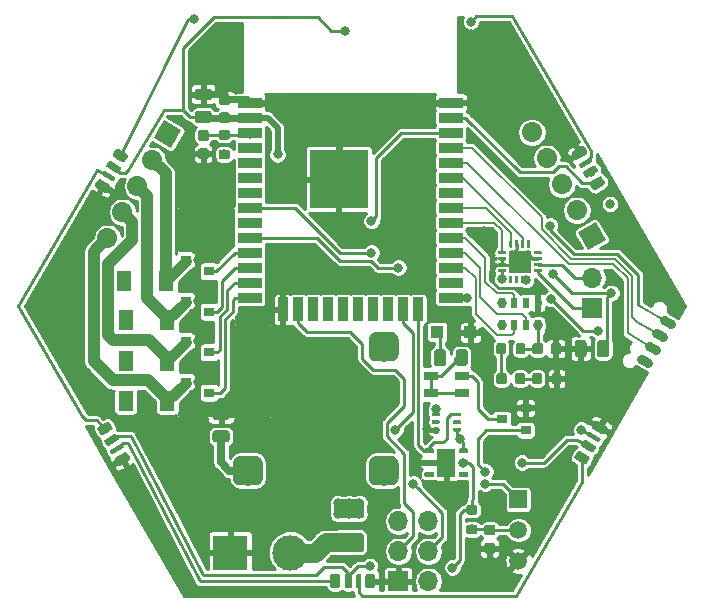
<source format=gbr>
G04 #@! TF.GenerationSoftware,KiCad,Pcbnew,5.0.2+dfsg1-1*
G04 #@! TF.CreationDate,2021-02-26T15:03:44+01:00*
G04 #@! TF.ProjectId,KiCAD_Board,4b694341-445f-4426-9f61-72642e6b6963,rev?*
G04 #@! TF.SameCoordinates,Original*
G04 #@! TF.FileFunction,Copper,L1,Top*
G04 #@! TF.FilePolarity,Positive*
%FSLAX46Y46*%
G04 Gerber Fmt 4.6, Leading zero omitted, Abs format (unit mm)*
G04 Created by KiCad (PCBNEW 5.0.2+dfsg1-1) date Fri 26 Feb 2021 15:03:44 CET*
%MOMM*%
%LPD*%
G01*
G04 APERTURE LIST*
G04 #@! TA.AperFunction,SMDPad,CuDef*
%ADD10R,1.100000X1.100000*%
G04 #@! TD*
G04 #@! TA.AperFunction,ComponentPad*
%ADD11O,1.700000X1.700000*%
G04 #@! TD*
G04 #@! TA.AperFunction,ComponentPad*
%ADD12R,1.700000X1.700000*%
G04 #@! TD*
G04 #@! TA.AperFunction,Conductor*
%ADD13C,0.100000*%
G04 #@! TD*
G04 #@! TA.AperFunction,SMDPad,CuDef*
%ADD14C,0.900000*%
G04 #@! TD*
G04 #@! TA.AperFunction,SMDPad,CuDef*
%ADD15C,0.800000*%
G04 #@! TD*
G04 #@! TA.AperFunction,SMDPad,CuDef*
%ADD16C,1.000000*%
G04 #@! TD*
G04 #@! TA.AperFunction,Conductor*
%ADD17C,0.800000*%
G04 #@! TD*
G04 #@! TA.AperFunction,ComponentPad*
%ADD18R,1.500000X1.500000*%
G04 #@! TD*
G04 #@! TA.AperFunction,ComponentPad*
%ADD19C,1.500000*%
G04 #@! TD*
G04 #@! TA.AperFunction,SMDPad,CuDef*
%ADD20C,1.025000*%
G04 #@! TD*
G04 #@! TA.AperFunction,SMDPad,CuDef*
%ADD21C,0.875000*%
G04 #@! TD*
G04 #@! TA.AperFunction,ViaPad*
%ADD22C,0.500000*%
G04 #@! TD*
G04 #@! TA.AperFunction,SMDPad,CuDef*
%ADD23R,1.900000X1.900000*%
G04 #@! TD*
G04 #@! TA.AperFunction,SMDPad,CuDef*
%ADD24C,0.250000*%
G04 #@! TD*
G04 #@! TA.AperFunction,SMDPad,CuDef*
%ADD25C,1.600000*%
G04 #@! TD*
G04 #@! TA.AperFunction,ComponentPad*
%ADD26C,3.000000*%
G04 #@! TD*
G04 #@! TA.AperFunction,ComponentPad*
%ADD27R,3.000000X3.000000*%
G04 #@! TD*
G04 #@! TA.AperFunction,SMDPad,CuDef*
%ADD28C,2.500000*%
G04 #@! TD*
G04 #@! TA.AperFunction,ComponentPad*
%ADD29C,1.700000*%
G04 #@! TD*
G04 #@! TA.AperFunction,Conductor*
%ADD30C,1.700000*%
G04 #@! TD*
G04 #@! TA.AperFunction,SMDPad,CuDef*
%ADD31R,1.300000X1.700000*%
G04 #@! TD*
G04 #@! TA.AperFunction,SMDPad,CuDef*
%ADD32C,0.300000*%
G04 #@! TD*
G04 #@! TA.AperFunction,SMDPad,CuDef*
%ADD33R,1.500000X2.400000*%
G04 #@! TD*
G04 #@! TA.AperFunction,SMDPad,CuDef*
%ADD34C,0.400000*%
G04 #@! TD*
G04 #@! TA.AperFunction,SMDPad,CuDef*
%ADD35R,0.900000X0.800000*%
G04 #@! TD*
G04 #@! TA.AperFunction,SMDPad,CuDef*
%ADD36R,0.600000X0.900000*%
G04 #@! TD*
G04 #@! TA.AperFunction,SMDPad,CuDef*
%ADD37C,0.600000*%
G04 #@! TD*
G04 #@! TA.AperFunction,SMDPad,CuDef*
%ADD38R,1.200000X0.800000*%
G04 #@! TD*
G04 #@! TA.AperFunction,SMDPad,CuDef*
%ADD39R,5.000000X5.000000*%
G04 #@! TD*
G04 #@! TA.AperFunction,SMDPad,CuDef*
%ADD40R,2.000000X0.900000*%
G04 #@! TD*
G04 #@! TA.AperFunction,SMDPad,CuDef*
%ADD41R,0.900000X2.000000*%
G04 #@! TD*
G04 #@! TA.AperFunction,ViaPad*
%ADD42C,0.800000*%
G04 #@! TD*
G04 #@! TA.AperFunction,Conductor*
%ADD43C,0.250000*%
G04 #@! TD*
G04 #@! TA.AperFunction,Conductor*
%ADD44C,0.600000*%
G04 #@! TD*
G04 #@! TA.AperFunction,Conductor*
%ADD45C,0.500000*%
G04 #@! TD*
G04 #@! TA.AperFunction,Conductor*
%ADD46C,0.160000*%
G04 #@! TD*
G04 #@! TA.AperFunction,Conductor*
%ADD47C,0.900000*%
G04 #@! TD*
G04 #@! TA.AperFunction,Conductor*
%ADD48C,1.000000*%
G04 #@! TD*
G04 #@! TA.AperFunction,Conductor*
%ADD49C,0.700000*%
G04 #@! TD*
G04 #@! TA.AperFunction,Conductor*
%ADD50C,1.600000*%
G04 #@! TD*
G04 #@! TA.AperFunction,Conductor*
%ADD51C,0.200000*%
G04 #@! TD*
G04 #@! TA.AperFunction,Conductor*
%ADD52C,0.170000*%
G04 #@! TD*
G04 #@! TA.AperFunction,Conductor*
%ADD53C,0.254000*%
G04 #@! TD*
G04 APERTURE END LIST*
D10*
G04 #@! TO.P,D501,2*
G04 #@! TO.N,GND*
X158626000Y-107188000D03*
G04 #@! TO.P,D501,1*
G04 #@! TO.N,+3V3*
X155826000Y-107188000D03*
G04 #@! TD*
D11*
G04 #@! TO.P,J102,6*
G04 #@! TO.N,/WS2812_AUX*
X155067000Y-123190000D03*
G04 #@! TO.P,J102,5*
G04 #@! TO.N,Net-(J102-Pad5)*
X152527000Y-123190000D03*
G04 #@! TO.P,J102,4*
G04 #@! TO.N,AUX_MOTION*
X155067000Y-125730000D03*
G04 #@! TO.P,J102,3*
G04 #@! TO.N,AUX_BTN*
X152527000Y-125730000D03*
G04 #@! TO.P,J102,2*
G04 #@! TO.N,+3V3*
X155067000Y-128270000D03*
D12*
G04 #@! TO.P,J102,1*
G04 #@! TO.N,GND*
X152527000Y-128270000D03*
G04 #@! TD*
D13*
G04 #@! TO.N,Net-(C301-Pad2)*
G04 #@! TO.C,C301*
G36*
X160546054Y-123490083D02*
X160567895Y-123493323D01*
X160589314Y-123498688D01*
X160610104Y-123506127D01*
X160630064Y-123515568D01*
X160649003Y-123526919D01*
X160666738Y-123540073D01*
X160683099Y-123554901D01*
X160697927Y-123571262D01*
X160711081Y-123588997D01*
X160722432Y-123607936D01*
X160731873Y-123627896D01*
X160739312Y-123648686D01*
X160744677Y-123670105D01*
X160747917Y-123691946D01*
X160749000Y-123714000D01*
X160749000Y-124164000D01*
X160747917Y-124186054D01*
X160744677Y-124207895D01*
X160739312Y-124229314D01*
X160731873Y-124250104D01*
X160722432Y-124270064D01*
X160711081Y-124289003D01*
X160697927Y-124306738D01*
X160683099Y-124323099D01*
X160666738Y-124337927D01*
X160649003Y-124351081D01*
X160630064Y-124362432D01*
X160610104Y-124371873D01*
X160589314Y-124379312D01*
X160567895Y-124384677D01*
X160546054Y-124387917D01*
X160524000Y-124389000D01*
X160024000Y-124389000D01*
X160001946Y-124387917D01*
X159980105Y-124384677D01*
X159958686Y-124379312D01*
X159937896Y-124371873D01*
X159917936Y-124362432D01*
X159898997Y-124351081D01*
X159881262Y-124337927D01*
X159864901Y-124323099D01*
X159850073Y-124306738D01*
X159836919Y-124289003D01*
X159825568Y-124270064D01*
X159816127Y-124250104D01*
X159808688Y-124229314D01*
X159803323Y-124207895D01*
X159800083Y-124186054D01*
X159799000Y-124164000D01*
X159799000Y-123714000D01*
X159800083Y-123691946D01*
X159803323Y-123670105D01*
X159808688Y-123648686D01*
X159816127Y-123627896D01*
X159825568Y-123607936D01*
X159836919Y-123588997D01*
X159850073Y-123571262D01*
X159864901Y-123554901D01*
X159881262Y-123540073D01*
X159898997Y-123526919D01*
X159917936Y-123515568D01*
X159937896Y-123506127D01*
X159958686Y-123498688D01*
X159980105Y-123493323D01*
X160001946Y-123490083D01*
X160024000Y-123489000D01*
X160524000Y-123489000D01*
X160546054Y-123490083D01*
X160546054Y-123490083D01*
G37*
D14*
G04 #@! TD*
G04 #@! TO.P,C301,2*
G04 #@! TO.N,Net-(C301-Pad2)*
X160274000Y-123939000D03*
D13*
G04 #@! TO.N,GND*
G04 #@! TO.C,C301*
G36*
X160546054Y-125040083D02*
X160567895Y-125043323D01*
X160589314Y-125048688D01*
X160610104Y-125056127D01*
X160630064Y-125065568D01*
X160649003Y-125076919D01*
X160666738Y-125090073D01*
X160683099Y-125104901D01*
X160697927Y-125121262D01*
X160711081Y-125138997D01*
X160722432Y-125157936D01*
X160731873Y-125177896D01*
X160739312Y-125198686D01*
X160744677Y-125220105D01*
X160747917Y-125241946D01*
X160749000Y-125264000D01*
X160749000Y-125714000D01*
X160747917Y-125736054D01*
X160744677Y-125757895D01*
X160739312Y-125779314D01*
X160731873Y-125800104D01*
X160722432Y-125820064D01*
X160711081Y-125839003D01*
X160697927Y-125856738D01*
X160683099Y-125873099D01*
X160666738Y-125887927D01*
X160649003Y-125901081D01*
X160630064Y-125912432D01*
X160610104Y-125921873D01*
X160589314Y-125929312D01*
X160567895Y-125934677D01*
X160546054Y-125937917D01*
X160524000Y-125939000D01*
X160024000Y-125939000D01*
X160001946Y-125937917D01*
X159980105Y-125934677D01*
X159958686Y-125929312D01*
X159937896Y-125921873D01*
X159917936Y-125912432D01*
X159898997Y-125901081D01*
X159881262Y-125887927D01*
X159864901Y-125873099D01*
X159850073Y-125856738D01*
X159836919Y-125839003D01*
X159825568Y-125820064D01*
X159816127Y-125800104D01*
X159808688Y-125779314D01*
X159803323Y-125757895D01*
X159800083Y-125736054D01*
X159799000Y-125714000D01*
X159799000Y-125264000D01*
X159800083Y-125241946D01*
X159803323Y-125220105D01*
X159808688Y-125198686D01*
X159816127Y-125177896D01*
X159825568Y-125157936D01*
X159836919Y-125138997D01*
X159850073Y-125121262D01*
X159864901Y-125104901D01*
X159881262Y-125090073D01*
X159898997Y-125076919D01*
X159917936Y-125065568D01*
X159937896Y-125056127D01*
X159958686Y-125048688D01*
X159980105Y-125043323D01*
X160001946Y-125040083D01*
X160024000Y-125039000D01*
X160524000Y-125039000D01*
X160546054Y-125040083D01*
X160546054Y-125040083D01*
G37*
D14*
G04 #@! TD*
G04 #@! TO.P,C301,1*
G04 #@! TO.N,GND*
X160274000Y-125489000D03*
D13*
G04 #@! TO.N,+3V3*
G04 #@! TO.C,R302*
G36*
X159044603Y-121838963D02*
X159064018Y-121841843D01*
X159083057Y-121846612D01*
X159101537Y-121853224D01*
X159119279Y-121861616D01*
X159136114Y-121871706D01*
X159151879Y-121883398D01*
X159166421Y-121896579D01*
X159179602Y-121911121D01*
X159191294Y-121926886D01*
X159201384Y-121943721D01*
X159209776Y-121961463D01*
X159216388Y-121979943D01*
X159221157Y-121998982D01*
X159224037Y-122018397D01*
X159225000Y-122038000D01*
X159225000Y-122438000D01*
X159224037Y-122457603D01*
X159221157Y-122477018D01*
X159216388Y-122496057D01*
X159209776Y-122514537D01*
X159201384Y-122532279D01*
X159191294Y-122549114D01*
X159179602Y-122564879D01*
X159166421Y-122579421D01*
X159151879Y-122592602D01*
X159136114Y-122604294D01*
X159119279Y-122614384D01*
X159101537Y-122622776D01*
X159083057Y-122629388D01*
X159064018Y-122634157D01*
X159044603Y-122637037D01*
X159025000Y-122638000D01*
X158475000Y-122638000D01*
X158455397Y-122637037D01*
X158435982Y-122634157D01*
X158416943Y-122629388D01*
X158398463Y-122622776D01*
X158380721Y-122614384D01*
X158363886Y-122604294D01*
X158348121Y-122592602D01*
X158333579Y-122579421D01*
X158320398Y-122564879D01*
X158308706Y-122549114D01*
X158298616Y-122532279D01*
X158290224Y-122514537D01*
X158283612Y-122496057D01*
X158278843Y-122477018D01*
X158275963Y-122457603D01*
X158275000Y-122438000D01*
X158275000Y-122038000D01*
X158275963Y-122018397D01*
X158278843Y-121998982D01*
X158283612Y-121979943D01*
X158290224Y-121961463D01*
X158298616Y-121943721D01*
X158308706Y-121926886D01*
X158320398Y-121911121D01*
X158333579Y-121896579D01*
X158348121Y-121883398D01*
X158363886Y-121871706D01*
X158380721Y-121861616D01*
X158398463Y-121853224D01*
X158416943Y-121846612D01*
X158435982Y-121841843D01*
X158455397Y-121838963D01*
X158475000Y-121838000D01*
X159025000Y-121838000D01*
X159044603Y-121838963D01*
X159044603Y-121838963D01*
G37*
D15*
G04 #@! TD*
G04 #@! TO.P,R302,2*
G04 #@! TO.N,+3V3*
X158750000Y-122238000D03*
D13*
G04 #@! TO.N,Net-(C301-Pad2)*
G04 #@! TO.C,R302*
G36*
X159044603Y-123488963D02*
X159064018Y-123491843D01*
X159083057Y-123496612D01*
X159101537Y-123503224D01*
X159119279Y-123511616D01*
X159136114Y-123521706D01*
X159151879Y-123533398D01*
X159166421Y-123546579D01*
X159179602Y-123561121D01*
X159191294Y-123576886D01*
X159201384Y-123593721D01*
X159209776Y-123611463D01*
X159216388Y-123629943D01*
X159221157Y-123648982D01*
X159224037Y-123668397D01*
X159225000Y-123688000D01*
X159225000Y-124088000D01*
X159224037Y-124107603D01*
X159221157Y-124127018D01*
X159216388Y-124146057D01*
X159209776Y-124164537D01*
X159201384Y-124182279D01*
X159191294Y-124199114D01*
X159179602Y-124214879D01*
X159166421Y-124229421D01*
X159151879Y-124242602D01*
X159136114Y-124254294D01*
X159119279Y-124264384D01*
X159101537Y-124272776D01*
X159083057Y-124279388D01*
X159064018Y-124284157D01*
X159044603Y-124287037D01*
X159025000Y-124288000D01*
X158475000Y-124288000D01*
X158455397Y-124287037D01*
X158435982Y-124284157D01*
X158416943Y-124279388D01*
X158398463Y-124272776D01*
X158380721Y-124264384D01*
X158363886Y-124254294D01*
X158348121Y-124242602D01*
X158333579Y-124229421D01*
X158320398Y-124214879D01*
X158308706Y-124199114D01*
X158298616Y-124182279D01*
X158290224Y-124164537D01*
X158283612Y-124146057D01*
X158278843Y-124127018D01*
X158275963Y-124107603D01*
X158275000Y-124088000D01*
X158275000Y-123688000D01*
X158275963Y-123668397D01*
X158278843Y-123648982D01*
X158283612Y-123629943D01*
X158290224Y-123611463D01*
X158298616Y-123593721D01*
X158308706Y-123576886D01*
X158320398Y-123561121D01*
X158333579Y-123546579D01*
X158348121Y-123533398D01*
X158363886Y-123521706D01*
X158380721Y-123511616D01*
X158398463Y-123503224D01*
X158416943Y-123496612D01*
X158435982Y-123491843D01*
X158455397Y-123488963D01*
X158475000Y-123488000D01*
X159025000Y-123488000D01*
X159044603Y-123488963D01*
X159044603Y-123488963D01*
G37*
D15*
G04 #@! TD*
G04 #@! TO.P,R302,1*
G04 #@! TO.N,Net-(C301-Pad2)*
X158750000Y-123888000D03*
D13*
G04 #@! TO.N,GND*
G04 #@! TO.C,C501*
G36*
X138015104Y-113613204D02*
X138039373Y-113616804D01*
X138063171Y-113622765D01*
X138086271Y-113631030D01*
X138108449Y-113641520D01*
X138129493Y-113654133D01*
X138149198Y-113668747D01*
X138167377Y-113685223D01*
X138183853Y-113703402D01*
X138198467Y-113723107D01*
X138211080Y-113744151D01*
X138221570Y-113766329D01*
X138229835Y-113789429D01*
X138235796Y-113813227D01*
X138239396Y-113837496D01*
X138240600Y-113862000D01*
X138240600Y-114362000D01*
X138239396Y-114386504D01*
X138235796Y-114410773D01*
X138229835Y-114434571D01*
X138221570Y-114457671D01*
X138211080Y-114479849D01*
X138198467Y-114500893D01*
X138183853Y-114520598D01*
X138167377Y-114538777D01*
X138149198Y-114555253D01*
X138129493Y-114569867D01*
X138108449Y-114582480D01*
X138086271Y-114592970D01*
X138063171Y-114601235D01*
X138039373Y-114607196D01*
X138015104Y-114610796D01*
X137990600Y-114612000D01*
X137040600Y-114612000D01*
X137016096Y-114610796D01*
X136991827Y-114607196D01*
X136968029Y-114601235D01*
X136944929Y-114592970D01*
X136922751Y-114582480D01*
X136901707Y-114569867D01*
X136882002Y-114555253D01*
X136863823Y-114538777D01*
X136847347Y-114520598D01*
X136832733Y-114500893D01*
X136820120Y-114479849D01*
X136809630Y-114457671D01*
X136801365Y-114434571D01*
X136795404Y-114410773D01*
X136791804Y-114386504D01*
X136790600Y-114362000D01*
X136790600Y-113862000D01*
X136791804Y-113837496D01*
X136795404Y-113813227D01*
X136801365Y-113789429D01*
X136809630Y-113766329D01*
X136820120Y-113744151D01*
X136832733Y-113723107D01*
X136847347Y-113703402D01*
X136863823Y-113685223D01*
X136882002Y-113668747D01*
X136901707Y-113654133D01*
X136922751Y-113641520D01*
X136944929Y-113631030D01*
X136968029Y-113622765D01*
X136991827Y-113616804D01*
X137016096Y-113613204D01*
X137040600Y-113612000D01*
X137990600Y-113612000D01*
X138015104Y-113613204D01*
X138015104Y-113613204D01*
G37*
D16*
G04 #@! TD*
G04 #@! TO.P,C501,2*
G04 #@! TO.N,GND*
X137515600Y-114112000D03*
D13*
G04 #@! TO.N,+VDC*
G04 #@! TO.C,C501*
G36*
X138015104Y-115513204D02*
X138039373Y-115516804D01*
X138063171Y-115522765D01*
X138086271Y-115531030D01*
X138108449Y-115541520D01*
X138129493Y-115554133D01*
X138149198Y-115568747D01*
X138167377Y-115585223D01*
X138183853Y-115603402D01*
X138198467Y-115623107D01*
X138211080Y-115644151D01*
X138221570Y-115666329D01*
X138229835Y-115689429D01*
X138235796Y-115713227D01*
X138239396Y-115737496D01*
X138240600Y-115762000D01*
X138240600Y-116262000D01*
X138239396Y-116286504D01*
X138235796Y-116310773D01*
X138229835Y-116334571D01*
X138221570Y-116357671D01*
X138211080Y-116379849D01*
X138198467Y-116400893D01*
X138183853Y-116420598D01*
X138167377Y-116438777D01*
X138149198Y-116455253D01*
X138129493Y-116469867D01*
X138108449Y-116482480D01*
X138086271Y-116492970D01*
X138063171Y-116501235D01*
X138039373Y-116507196D01*
X138015104Y-116510796D01*
X137990600Y-116512000D01*
X137040600Y-116512000D01*
X137016096Y-116510796D01*
X136991827Y-116507196D01*
X136968029Y-116501235D01*
X136944929Y-116492970D01*
X136922751Y-116482480D01*
X136901707Y-116469867D01*
X136882002Y-116455253D01*
X136863823Y-116438777D01*
X136847347Y-116420598D01*
X136832733Y-116400893D01*
X136820120Y-116379849D01*
X136809630Y-116357671D01*
X136801365Y-116334571D01*
X136795404Y-116310773D01*
X136791804Y-116286504D01*
X136790600Y-116262000D01*
X136790600Y-115762000D01*
X136791804Y-115737496D01*
X136795404Y-115713227D01*
X136801365Y-115689429D01*
X136809630Y-115666329D01*
X136820120Y-115644151D01*
X136832733Y-115623107D01*
X136847347Y-115603402D01*
X136863823Y-115585223D01*
X136882002Y-115568747D01*
X136901707Y-115554133D01*
X136922751Y-115541520D01*
X136944929Y-115531030D01*
X136968029Y-115522765D01*
X136991827Y-115516804D01*
X137016096Y-115513204D01*
X137040600Y-115512000D01*
X137990600Y-115512000D01*
X138015104Y-115513204D01*
X138015104Y-115513204D01*
G37*
D16*
G04 #@! TD*
G04 #@! TO.P,C501,1*
G04 #@! TO.N,+VDC*
X137515600Y-116012000D03*
D13*
G04 #@! TO.N,GND*
G04 #@! TO.C,C401*
G36*
X168234504Y-107861204D02*
X168258773Y-107864804D01*
X168282571Y-107870765D01*
X168305671Y-107879030D01*
X168327849Y-107889520D01*
X168348893Y-107902133D01*
X168368598Y-107916747D01*
X168386777Y-107933223D01*
X168403253Y-107951402D01*
X168417867Y-107971107D01*
X168430480Y-107992151D01*
X168440970Y-108014329D01*
X168449235Y-108037429D01*
X168455196Y-108061227D01*
X168458796Y-108085496D01*
X168460000Y-108110000D01*
X168460000Y-109060000D01*
X168458796Y-109084504D01*
X168455196Y-109108773D01*
X168449235Y-109132571D01*
X168440970Y-109155671D01*
X168430480Y-109177849D01*
X168417867Y-109198893D01*
X168403253Y-109218598D01*
X168386777Y-109236777D01*
X168368598Y-109253253D01*
X168348893Y-109267867D01*
X168327849Y-109280480D01*
X168305671Y-109290970D01*
X168282571Y-109299235D01*
X168258773Y-109305196D01*
X168234504Y-109308796D01*
X168210000Y-109310000D01*
X167710000Y-109310000D01*
X167685496Y-109308796D01*
X167661227Y-109305196D01*
X167637429Y-109299235D01*
X167614329Y-109290970D01*
X167592151Y-109280480D01*
X167571107Y-109267867D01*
X167551402Y-109253253D01*
X167533223Y-109236777D01*
X167516747Y-109218598D01*
X167502133Y-109198893D01*
X167489520Y-109177849D01*
X167479030Y-109155671D01*
X167470765Y-109132571D01*
X167464804Y-109108773D01*
X167461204Y-109084504D01*
X167460000Y-109060000D01*
X167460000Y-108110000D01*
X167461204Y-108085496D01*
X167464804Y-108061227D01*
X167470765Y-108037429D01*
X167479030Y-108014329D01*
X167489520Y-107992151D01*
X167502133Y-107971107D01*
X167516747Y-107951402D01*
X167533223Y-107933223D01*
X167551402Y-107916747D01*
X167571107Y-107902133D01*
X167592151Y-107889520D01*
X167614329Y-107879030D01*
X167637429Y-107870765D01*
X167661227Y-107864804D01*
X167685496Y-107861204D01*
X167710000Y-107860000D01*
X168210000Y-107860000D01*
X168234504Y-107861204D01*
X168234504Y-107861204D01*
G37*
D16*
G04 #@! TD*
G04 #@! TO.P,C401,2*
G04 #@! TO.N,GND*
X167960000Y-108585000D03*
D13*
G04 #@! TO.N,+3V3*
G04 #@! TO.C,C401*
G36*
X170134504Y-107861204D02*
X170158773Y-107864804D01*
X170182571Y-107870765D01*
X170205671Y-107879030D01*
X170227849Y-107889520D01*
X170248893Y-107902133D01*
X170268598Y-107916747D01*
X170286777Y-107933223D01*
X170303253Y-107951402D01*
X170317867Y-107971107D01*
X170330480Y-107992151D01*
X170340970Y-108014329D01*
X170349235Y-108037429D01*
X170355196Y-108061227D01*
X170358796Y-108085496D01*
X170360000Y-108110000D01*
X170360000Y-109060000D01*
X170358796Y-109084504D01*
X170355196Y-109108773D01*
X170349235Y-109132571D01*
X170340970Y-109155671D01*
X170330480Y-109177849D01*
X170317867Y-109198893D01*
X170303253Y-109218598D01*
X170286777Y-109236777D01*
X170268598Y-109253253D01*
X170248893Y-109267867D01*
X170227849Y-109280480D01*
X170205671Y-109290970D01*
X170182571Y-109299235D01*
X170158773Y-109305196D01*
X170134504Y-109308796D01*
X170110000Y-109310000D01*
X169610000Y-109310000D01*
X169585496Y-109308796D01*
X169561227Y-109305196D01*
X169537429Y-109299235D01*
X169514329Y-109290970D01*
X169492151Y-109280480D01*
X169471107Y-109267867D01*
X169451402Y-109253253D01*
X169433223Y-109236777D01*
X169416747Y-109218598D01*
X169402133Y-109198893D01*
X169389520Y-109177849D01*
X169379030Y-109155671D01*
X169370765Y-109132571D01*
X169364804Y-109108773D01*
X169361204Y-109084504D01*
X169360000Y-109060000D01*
X169360000Y-108110000D01*
X169361204Y-108085496D01*
X169364804Y-108061227D01*
X169370765Y-108037429D01*
X169379030Y-108014329D01*
X169389520Y-107992151D01*
X169402133Y-107971107D01*
X169416747Y-107951402D01*
X169433223Y-107933223D01*
X169451402Y-107916747D01*
X169471107Y-107902133D01*
X169492151Y-107889520D01*
X169514329Y-107879030D01*
X169537429Y-107870765D01*
X169561227Y-107864804D01*
X169585496Y-107861204D01*
X169610000Y-107860000D01*
X170110000Y-107860000D01*
X170134504Y-107861204D01*
X170134504Y-107861204D01*
G37*
D16*
G04 #@! TD*
G04 #@! TO.P,C401,1*
G04 #@! TO.N,+3V3*
X169860000Y-108585000D03*
D15*
G04 #@! TO.P,J101,1*
G04 #@! TO.N,/RESET*
X175308775Y-106331473D03*
D17*
G04 #@! TD*
G04 #@! TO.N,/RESET*
G04 #@! TO.C,J101*
X175005666Y-106156473D02*
X175611884Y-106506473D01*
D15*
G04 #@! TO.P,J101,2*
G04 #@! TO.N,E>PROG*
X174673775Y-107431325D03*
D17*
G04 #@! TD*
G04 #@! TO.N,E>PROG*
G04 #@! TO.C,J101*
X174370666Y-107256325D02*
X174976884Y-107606325D01*
D15*
G04 #@! TO.P,J101,3*
G04 #@! TO.N,PROG>E*
X174038775Y-108531177D03*
D17*
G04 #@! TD*
G04 #@! TO.N,PROG>E*
G04 #@! TO.C,J101*
X173735666Y-108356177D02*
X174341884Y-108706177D01*
D15*
G04 #@! TO.P,J101,4*
G04 #@! TO.N,Net-(J101-Pad4)*
X173403775Y-109631029D03*
D17*
G04 #@! TD*
G04 #@! TO.N,Net-(J101-Pad4)*
G04 #@! TO.C,J101*
X173100666Y-109456029D02*
X173706884Y-109806029D01*
D18*
G04 #@! TO.P,U303,1*
G04 #@! TO.N,IR>E*
X162687000Y-121352000D03*
D19*
G04 #@! TO.P,U303,3*
G04 #@! TO.N,GND*
X162687000Y-126552000D03*
G04 #@! TO.P,U303,2*
G04 #@! TO.N,Net-(C301-Pad2)*
X162687000Y-123952000D03*
G04 #@! TD*
D13*
G04 #@! TO.N,GND*
G04 #@! TO.C,C102*
G36*
X138067054Y-87041083D02*
X138088895Y-87044323D01*
X138110314Y-87049688D01*
X138131104Y-87057127D01*
X138151064Y-87066568D01*
X138170003Y-87077919D01*
X138187738Y-87091073D01*
X138204099Y-87105901D01*
X138218927Y-87122262D01*
X138232081Y-87139997D01*
X138243432Y-87158936D01*
X138252873Y-87178896D01*
X138260312Y-87199686D01*
X138265677Y-87221105D01*
X138268917Y-87242946D01*
X138270000Y-87265000D01*
X138270000Y-87715000D01*
X138268917Y-87737054D01*
X138265677Y-87758895D01*
X138260312Y-87780314D01*
X138252873Y-87801104D01*
X138243432Y-87821064D01*
X138232081Y-87840003D01*
X138218927Y-87857738D01*
X138204099Y-87874099D01*
X138187738Y-87888927D01*
X138170003Y-87902081D01*
X138151064Y-87913432D01*
X138131104Y-87922873D01*
X138110314Y-87930312D01*
X138088895Y-87935677D01*
X138067054Y-87938917D01*
X138045000Y-87940000D01*
X137545000Y-87940000D01*
X137522946Y-87938917D01*
X137501105Y-87935677D01*
X137479686Y-87930312D01*
X137458896Y-87922873D01*
X137438936Y-87913432D01*
X137419997Y-87902081D01*
X137402262Y-87888927D01*
X137385901Y-87874099D01*
X137371073Y-87857738D01*
X137357919Y-87840003D01*
X137346568Y-87821064D01*
X137337127Y-87801104D01*
X137329688Y-87780314D01*
X137324323Y-87758895D01*
X137321083Y-87737054D01*
X137320000Y-87715000D01*
X137320000Y-87265000D01*
X137321083Y-87242946D01*
X137324323Y-87221105D01*
X137329688Y-87199686D01*
X137337127Y-87178896D01*
X137346568Y-87158936D01*
X137357919Y-87139997D01*
X137371073Y-87122262D01*
X137385901Y-87105901D01*
X137402262Y-87091073D01*
X137419997Y-87077919D01*
X137438936Y-87066568D01*
X137458896Y-87057127D01*
X137479686Y-87049688D01*
X137501105Y-87044323D01*
X137522946Y-87041083D01*
X137545000Y-87040000D01*
X138045000Y-87040000D01*
X138067054Y-87041083D01*
X138067054Y-87041083D01*
G37*
D14*
G04 #@! TD*
G04 #@! TO.P,C102,2*
G04 #@! TO.N,GND*
X137795000Y-87490000D03*
D13*
G04 #@! TO.N,+3V3*
G04 #@! TO.C,C102*
G36*
X138067054Y-88591083D02*
X138088895Y-88594323D01*
X138110314Y-88599688D01*
X138131104Y-88607127D01*
X138151064Y-88616568D01*
X138170003Y-88627919D01*
X138187738Y-88641073D01*
X138204099Y-88655901D01*
X138218927Y-88672262D01*
X138232081Y-88689997D01*
X138243432Y-88708936D01*
X138252873Y-88728896D01*
X138260312Y-88749686D01*
X138265677Y-88771105D01*
X138268917Y-88792946D01*
X138270000Y-88815000D01*
X138270000Y-89265000D01*
X138268917Y-89287054D01*
X138265677Y-89308895D01*
X138260312Y-89330314D01*
X138252873Y-89351104D01*
X138243432Y-89371064D01*
X138232081Y-89390003D01*
X138218927Y-89407738D01*
X138204099Y-89424099D01*
X138187738Y-89438927D01*
X138170003Y-89452081D01*
X138151064Y-89463432D01*
X138131104Y-89472873D01*
X138110314Y-89480312D01*
X138088895Y-89485677D01*
X138067054Y-89488917D01*
X138045000Y-89490000D01*
X137545000Y-89490000D01*
X137522946Y-89488917D01*
X137501105Y-89485677D01*
X137479686Y-89480312D01*
X137458896Y-89472873D01*
X137438936Y-89463432D01*
X137419997Y-89452081D01*
X137402262Y-89438927D01*
X137385901Y-89424099D01*
X137371073Y-89407738D01*
X137357919Y-89390003D01*
X137346568Y-89371064D01*
X137337127Y-89351104D01*
X137329688Y-89330314D01*
X137324323Y-89308895D01*
X137321083Y-89287054D01*
X137320000Y-89265000D01*
X137320000Y-88815000D01*
X137321083Y-88792946D01*
X137324323Y-88771105D01*
X137329688Y-88749686D01*
X137337127Y-88728896D01*
X137346568Y-88708936D01*
X137357919Y-88689997D01*
X137371073Y-88672262D01*
X137385901Y-88655901D01*
X137402262Y-88641073D01*
X137419997Y-88627919D01*
X137438936Y-88616568D01*
X137458896Y-88607127D01*
X137479686Y-88599688D01*
X137501105Y-88594323D01*
X137522946Y-88591083D01*
X137545000Y-88590000D01*
X138045000Y-88590000D01*
X138067054Y-88591083D01*
X138067054Y-88591083D01*
G37*
D14*
G04 #@! TD*
G04 #@! TO.P,C102,1*
G04 #@! TO.N,+3V3*
X137795000Y-89040000D03*
D13*
G04 #@! TO.N,GND*
G04 #@! TO.C,C103*
G36*
X136289054Y-91639083D02*
X136310895Y-91642323D01*
X136332314Y-91647688D01*
X136353104Y-91655127D01*
X136373064Y-91664568D01*
X136392003Y-91675919D01*
X136409738Y-91689073D01*
X136426099Y-91703901D01*
X136440927Y-91720262D01*
X136454081Y-91737997D01*
X136465432Y-91756936D01*
X136474873Y-91776896D01*
X136482312Y-91797686D01*
X136487677Y-91819105D01*
X136490917Y-91840946D01*
X136492000Y-91863000D01*
X136492000Y-92313000D01*
X136490917Y-92335054D01*
X136487677Y-92356895D01*
X136482312Y-92378314D01*
X136474873Y-92399104D01*
X136465432Y-92419064D01*
X136454081Y-92438003D01*
X136440927Y-92455738D01*
X136426099Y-92472099D01*
X136409738Y-92486927D01*
X136392003Y-92500081D01*
X136373064Y-92511432D01*
X136353104Y-92520873D01*
X136332314Y-92528312D01*
X136310895Y-92533677D01*
X136289054Y-92536917D01*
X136267000Y-92538000D01*
X135767000Y-92538000D01*
X135744946Y-92536917D01*
X135723105Y-92533677D01*
X135701686Y-92528312D01*
X135680896Y-92520873D01*
X135660936Y-92511432D01*
X135641997Y-92500081D01*
X135624262Y-92486927D01*
X135607901Y-92472099D01*
X135593073Y-92455738D01*
X135579919Y-92438003D01*
X135568568Y-92419064D01*
X135559127Y-92399104D01*
X135551688Y-92378314D01*
X135546323Y-92356895D01*
X135543083Y-92335054D01*
X135542000Y-92313000D01*
X135542000Y-91863000D01*
X135543083Y-91840946D01*
X135546323Y-91819105D01*
X135551688Y-91797686D01*
X135559127Y-91776896D01*
X135568568Y-91756936D01*
X135579919Y-91737997D01*
X135593073Y-91720262D01*
X135607901Y-91703901D01*
X135624262Y-91689073D01*
X135641997Y-91675919D01*
X135660936Y-91664568D01*
X135680896Y-91655127D01*
X135701686Y-91647688D01*
X135723105Y-91642323D01*
X135744946Y-91639083D01*
X135767000Y-91638000D01*
X136267000Y-91638000D01*
X136289054Y-91639083D01*
X136289054Y-91639083D01*
G37*
D14*
G04 #@! TD*
G04 #@! TO.P,C103,2*
G04 #@! TO.N,GND*
X136017000Y-92088000D03*
D13*
G04 #@! TO.N,/RESET*
G04 #@! TO.C,C103*
G36*
X136289054Y-90089083D02*
X136310895Y-90092323D01*
X136332314Y-90097688D01*
X136353104Y-90105127D01*
X136373064Y-90114568D01*
X136392003Y-90125919D01*
X136409738Y-90139073D01*
X136426099Y-90153901D01*
X136440927Y-90170262D01*
X136454081Y-90187997D01*
X136465432Y-90206936D01*
X136474873Y-90226896D01*
X136482312Y-90247686D01*
X136487677Y-90269105D01*
X136490917Y-90290946D01*
X136492000Y-90313000D01*
X136492000Y-90763000D01*
X136490917Y-90785054D01*
X136487677Y-90806895D01*
X136482312Y-90828314D01*
X136474873Y-90849104D01*
X136465432Y-90869064D01*
X136454081Y-90888003D01*
X136440927Y-90905738D01*
X136426099Y-90922099D01*
X136409738Y-90936927D01*
X136392003Y-90950081D01*
X136373064Y-90961432D01*
X136353104Y-90970873D01*
X136332314Y-90978312D01*
X136310895Y-90983677D01*
X136289054Y-90986917D01*
X136267000Y-90988000D01*
X135767000Y-90988000D01*
X135744946Y-90986917D01*
X135723105Y-90983677D01*
X135701686Y-90978312D01*
X135680896Y-90970873D01*
X135660936Y-90961432D01*
X135641997Y-90950081D01*
X135624262Y-90936927D01*
X135607901Y-90922099D01*
X135593073Y-90905738D01*
X135579919Y-90888003D01*
X135568568Y-90869064D01*
X135559127Y-90849104D01*
X135551688Y-90828314D01*
X135546323Y-90806895D01*
X135543083Y-90785054D01*
X135542000Y-90763000D01*
X135542000Y-90313000D01*
X135543083Y-90290946D01*
X135546323Y-90269105D01*
X135551688Y-90247686D01*
X135559127Y-90226896D01*
X135568568Y-90206936D01*
X135579919Y-90187997D01*
X135593073Y-90170262D01*
X135607901Y-90153901D01*
X135624262Y-90139073D01*
X135641997Y-90125919D01*
X135660936Y-90114568D01*
X135680896Y-90105127D01*
X135701686Y-90097688D01*
X135723105Y-90092323D01*
X135744946Y-90089083D01*
X135767000Y-90088000D01*
X136267000Y-90088000D01*
X136289054Y-90089083D01*
X136289054Y-90089083D01*
G37*
D14*
G04 #@! TD*
G04 #@! TO.P,C103,1*
G04 #@! TO.N,/RESET*
X136017000Y-90538000D03*
D13*
G04 #@! TO.N,GND*
G04 #@! TO.C,C101*
G36*
X136516504Y-86562204D02*
X136540773Y-86565804D01*
X136564571Y-86571765D01*
X136587671Y-86580030D01*
X136609849Y-86590520D01*
X136630893Y-86603133D01*
X136650598Y-86617747D01*
X136668777Y-86634223D01*
X136685253Y-86652402D01*
X136699867Y-86672107D01*
X136712480Y-86693151D01*
X136722970Y-86715329D01*
X136731235Y-86738429D01*
X136737196Y-86762227D01*
X136740796Y-86786496D01*
X136742000Y-86811000D01*
X136742000Y-87311000D01*
X136740796Y-87335504D01*
X136737196Y-87359773D01*
X136731235Y-87383571D01*
X136722970Y-87406671D01*
X136712480Y-87428849D01*
X136699867Y-87449893D01*
X136685253Y-87469598D01*
X136668777Y-87487777D01*
X136650598Y-87504253D01*
X136630893Y-87518867D01*
X136609849Y-87531480D01*
X136587671Y-87541970D01*
X136564571Y-87550235D01*
X136540773Y-87556196D01*
X136516504Y-87559796D01*
X136492000Y-87561000D01*
X135542000Y-87561000D01*
X135517496Y-87559796D01*
X135493227Y-87556196D01*
X135469429Y-87550235D01*
X135446329Y-87541970D01*
X135424151Y-87531480D01*
X135403107Y-87518867D01*
X135383402Y-87504253D01*
X135365223Y-87487777D01*
X135348747Y-87469598D01*
X135334133Y-87449893D01*
X135321520Y-87428849D01*
X135311030Y-87406671D01*
X135302765Y-87383571D01*
X135296804Y-87359773D01*
X135293204Y-87335504D01*
X135292000Y-87311000D01*
X135292000Y-86811000D01*
X135293204Y-86786496D01*
X135296804Y-86762227D01*
X135302765Y-86738429D01*
X135311030Y-86715329D01*
X135321520Y-86693151D01*
X135334133Y-86672107D01*
X135348747Y-86652402D01*
X135365223Y-86634223D01*
X135383402Y-86617747D01*
X135403107Y-86603133D01*
X135424151Y-86590520D01*
X135446329Y-86580030D01*
X135469429Y-86571765D01*
X135493227Y-86565804D01*
X135517496Y-86562204D01*
X135542000Y-86561000D01*
X136492000Y-86561000D01*
X136516504Y-86562204D01*
X136516504Y-86562204D01*
G37*
D16*
G04 #@! TD*
G04 #@! TO.P,C101,2*
G04 #@! TO.N,GND*
X136017000Y-87061000D03*
D13*
G04 #@! TO.N,+3V3*
G04 #@! TO.C,C101*
G36*
X136516504Y-88462204D02*
X136540773Y-88465804D01*
X136564571Y-88471765D01*
X136587671Y-88480030D01*
X136609849Y-88490520D01*
X136630893Y-88503133D01*
X136650598Y-88517747D01*
X136668777Y-88534223D01*
X136685253Y-88552402D01*
X136699867Y-88572107D01*
X136712480Y-88593151D01*
X136722970Y-88615329D01*
X136731235Y-88638429D01*
X136737196Y-88662227D01*
X136740796Y-88686496D01*
X136742000Y-88711000D01*
X136742000Y-89211000D01*
X136740796Y-89235504D01*
X136737196Y-89259773D01*
X136731235Y-89283571D01*
X136722970Y-89306671D01*
X136712480Y-89328849D01*
X136699867Y-89349893D01*
X136685253Y-89369598D01*
X136668777Y-89387777D01*
X136650598Y-89404253D01*
X136630893Y-89418867D01*
X136609849Y-89431480D01*
X136587671Y-89441970D01*
X136564571Y-89450235D01*
X136540773Y-89456196D01*
X136516504Y-89459796D01*
X136492000Y-89461000D01*
X135542000Y-89461000D01*
X135517496Y-89459796D01*
X135493227Y-89456196D01*
X135469429Y-89450235D01*
X135446329Y-89441970D01*
X135424151Y-89431480D01*
X135403107Y-89418867D01*
X135383402Y-89404253D01*
X135365223Y-89387777D01*
X135348747Y-89369598D01*
X135334133Y-89349893D01*
X135321520Y-89328849D01*
X135311030Y-89306671D01*
X135302765Y-89283571D01*
X135296804Y-89259773D01*
X135293204Y-89235504D01*
X135292000Y-89211000D01*
X135292000Y-88711000D01*
X135293204Y-88686496D01*
X135296804Y-88662227D01*
X135302765Y-88638429D01*
X135311030Y-88615329D01*
X135321520Y-88593151D01*
X135334133Y-88572107D01*
X135348747Y-88552402D01*
X135365223Y-88534223D01*
X135383402Y-88517747D01*
X135403107Y-88503133D01*
X135424151Y-88490520D01*
X135446329Y-88480030D01*
X135469429Y-88471765D01*
X135493227Y-88465804D01*
X135517496Y-88462204D01*
X135542000Y-88461000D01*
X136492000Y-88461000D01*
X136516504Y-88462204D01*
X136516504Y-88462204D01*
G37*
D16*
G04 #@! TD*
G04 #@! TO.P,C101,1*
G04 #@! TO.N,+3V3*
X136017000Y-88961000D03*
D13*
G04 #@! TO.N,/RESET*
G04 #@! TO.C,R101*
G36*
X138089603Y-90088963D02*
X138109018Y-90091843D01*
X138128057Y-90096612D01*
X138146537Y-90103224D01*
X138164279Y-90111616D01*
X138181114Y-90121706D01*
X138196879Y-90133398D01*
X138211421Y-90146579D01*
X138224602Y-90161121D01*
X138236294Y-90176886D01*
X138246384Y-90193721D01*
X138254776Y-90211463D01*
X138261388Y-90229943D01*
X138266157Y-90248982D01*
X138269037Y-90268397D01*
X138270000Y-90288000D01*
X138270000Y-90688000D01*
X138269037Y-90707603D01*
X138266157Y-90727018D01*
X138261388Y-90746057D01*
X138254776Y-90764537D01*
X138246384Y-90782279D01*
X138236294Y-90799114D01*
X138224602Y-90814879D01*
X138211421Y-90829421D01*
X138196879Y-90842602D01*
X138181114Y-90854294D01*
X138164279Y-90864384D01*
X138146537Y-90872776D01*
X138128057Y-90879388D01*
X138109018Y-90884157D01*
X138089603Y-90887037D01*
X138070000Y-90888000D01*
X137520000Y-90888000D01*
X137500397Y-90887037D01*
X137480982Y-90884157D01*
X137461943Y-90879388D01*
X137443463Y-90872776D01*
X137425721Y-90864384D01*
X137408886Y-90854294D01*
X137393121Y-90842602D01*
X137378579Y-90829421D01*
X137365398Y-90814879D01*
X137353706Y-90799114D01*
X137343616Y-90782279D01*
X137335224Y-90764537D01*
X137328612Y-90746057D01*
X137323843Y-90727018D01*
X137320963Y-90707603D01*
X137320000Y-90688000D01*
X137320000Y-90288000D01*
X137320963Y-90268397D01*
X137323843Y-90248982D01*
X137328612Y-90229943D01*
X137335224Y-90211463D01*
X137343616Y-90193721D01*
X137353706Y-90176886D01*
X137365398Y-90161121D01*
X137378579Y-90146579D01*
X137393121Y-90133398D01*
X137408886Y-90121706D01*
X137425721Y-90111616D01*
X137443463Y-90103224D01*
X137461943Y-90096612D01*
X137480982Y-90091843D01*
X137500397Y-90088963D01*
X137520000Y-90088000D01*
X138070000Y-90088000D01*
X138089603Y-90088963D01*
X138089603Y-90088963D01*
G37*
D15*
G04 #@! TD*
G04 #@! TO.P,R101,2*
G04 #@! TO.N,/RESET*
X137795000Y-90488000D03*
D13*
G04 #@! TO.N,+3V3*
G04 #@! TO.C,R101*
G36*
X138089603Y-91738963D02*
X138109018Y-91741843D01*
X138128057Y-91746612D01*
X138146537Y-91753224D01*
X138164279Y-91761616D01*
X138181114Y-91771706D01*
X138196879Y-91783398D01*
X138211421Y-91796579D01*
X138224602Y-91811121D01*
X138236294Y-91826886D01*
X138246384Y-91843721D01*
X138254776Y-91861463D01*
X138261388Y-91879943D01*
X138266157Y-91898982D01*
X138269037Y-91918397D01*
X138270000Y-91938000D01*
X138270000Y-92338000D01*
X138269037Y-92357603D01*
X138266157Y-92377018D01*
X138261388Y-92396057D01*
X138254776Y-92414537D01*
X138246384Y-92432279D01*
X138236294Y-92449114D01*
X138224602Y-92464879D01*
X138211421Y-92479421D01*
X138196879Y-92492602D01*
X138181114Y-92504294D01*
X138164279Y-92514384D01*
X138146537Y-92522776D01*
X138128057Y-92529388D01*
X138109018Y-92534157D01*
X138089603Y-92537037D01*
X138070000Y-92538000D01*
X137520000Y-92538000D01*
X137500397Y-92537037D01*
X137480982Y-92534157D01*
X137461943Y-92529388D01*
X137443463Y-92522776D01*
X137425721Y-92514384D01*
X137408886Y-92504294D01*
X137393121Y-92492602D01*
X137378579Y-92479421D01*
X137365398Y-92464879D01*
X137353706Y-92449114D01*
X137343616Y-92432279D01*
X137335224Y-92414537D01*
X137328612Y-92396057D01*
X137323843Y-92377018D01*
X137320963Y-92357603D01*
X137320000Y-92338000D01*
X137320000Y-91938000D01*
X137320963Y-91918397D01*
X137323843Y-91898982D01*
X137328612Y-91879943D01*
X137335224Y-91861463D01*
X137343616Y-91843721D01*
X137353706Y-91826886D01*
X137365398Y-91811121D01*
X137378579Y-91796579D01*
X137393121Y-91783398D01*
X137408886Y-91771706D01*
X137425721Y-91761616D01*
X137443463Y-91753224D01*
X137461943Y-91746612D01*
X137480982Y-91741843D01*
X137500397Y-91738963D01*
X137520000Y-91738000D01*
X138070000Y-91738000D01*
X138089603Y-91738963D01*
X138089603Y-91738963D01*
G37*
D15*
G04 #@! TD*
G04 #@! TO.P,R101,1*
G04 #@! TO.N,+3V3*
X137795000Y-92138000D03*
D13*
G04 #@! TO.N,Net-(D301-Pad2)*
G04 #@! TO.C,R301*
G36*
X158171505Y-108648204D02*
X158195773Y-108651804D01*
X158219572Y-108657765D01*
X158242671Y-108666030D01*
X158264850Y-108676520D01*
X158285893Y-108689132D01*
X158305599Y-108703747D01*
X158323777Y-108720223D01*
X158340253Y-108738401D01*
X158354868Y-108758107D01*
X158367480Y-108779150D01*
X158377970Y-108801329D01*
X158386235Y-108824428D01*
X158392196Y-108848227D01*
X158395796Y-108872495D01*
X158397000Y-108896999D01*
X158397000Y-109797001D01*
X158395796Y-109821505D01*
X158392196Y-109845773D01*
X158386235Y-109869572D01*
X158377970Y-109892671D01*
X158367480Y-109914850D01*
X158354868Y-109935893D01*
X158340253Y-109955599D01*
X158323777Y-109973777D01*
X158305599Y-109990253D01*
X158285893Y-110004868D01*
X158264850Y-110017480D01*
X158242671Y-110027970D01*
X158219572Y-110036235D01*
X158195773Y-110042196D01*
X158171505Y-110045796D01*
X158147001Y-110047000D01*
X157621999Y-110047000D01*
X157597495Y-110045796D01*
X157573227Y-110042196D01*
X157549428Y-110036235D01*
X157526329Y-110027970D01*
X157504150Y-110017480D01*
X157483107Y-110004868D01*
X157463401Y-109990253D01*
X157445223Y-109973777D01*
X157428747Y-109955599D01*
X157414132Y-109935893D01*
X157401520Y-109914850D01*
X157391030Y-109892671D01*
X157382765Y-109869572D01*
X157376804Y-109845773D01*
X157373204Y-109821505D01*
X157372000Y-109797001D01*
X157372000Y-108896999D01*
X157373204Y-108872495D01*
X157376804Y-108848227D01*
X157382765Y-108824428D01*
X157391030Y-108801329D01*
X157401520Y-108779150D01*
X157414132Y-108758107D01*
X157428747Y-108738401D01*
X157445223Y-108720223D01*
X157463401Y-108703747D01*
X157483107Y-108689132D01*
X157504150Y-108676520D01*
X157526329Y-108666030D01*
X157549428Y-108657765D01*
X157573227Y-108651804D01*
X157597495Y-108648204D01*
X157621999Y-108647000D01*
X158147001Y-108647000D01*
X158171505Y-108648204D01*
X158171505Y-108648204D01*
G37*
D20*
G04 #@! TD*
G04 #@! TO.P,R301,2*
G04 #@! TO.N,Net-(D301-Pad2)*
X157884500Y-109347000D03*
D13*
G04 #@! TO.N,+3V3*
G04 #@! TO.C,R301*
G36*
X156346505Y-108648204D02*
X156370773Y-108651804D01*
X156394572Y-108657765D01*
X156417671Y-108666030D01*
X156439850Y-108676520D01*
X156460893Y-108689132D01*
X156480599Y-108703747D01*
X156498777Y-108720223D01*
X156515253Y-108738401D01*
X156529868Y-108758107D01*
X156542480Y-108779150D01*
X156552970Y-108801329D01*
X156561235Y-108824428D01*
X156567196Y-108848227D01*
X156570796Y-108872495D01*
X156572000Y-108896999D01*
X156572000Y-109797001D01*
X156570796Y-109821505D01*
X156567196Y-109845773D01*
X156561235Y-109869572D01*
X156552970Y-109892671D01*
X156542480Y-109914850D01*
X156529868Y-109935893D01*
X156515253Y-109955599D01*
X156498777Y-109973777D01*
X156480599Y-109990253D01*
X156460893Y-110004868D01*
X156439850Y-110017480D01*
X156417671Y-110027970D01*
X156394572Y-110036235D01*
X156370773Y-110042196D01*
X156346505Y-110045796D01*
X156322001Y-110047000D01*
X155796999Y-110047000D01*
X155772495Y-110045796D01*
X155748227Y-110042196D01*
X155724428Y-110036235D01*
X155701329Y-110027970D01*
X155679150Y-110017480D01*
X155658107Y-110004868D01*
X155638401Y-109990253D01*
X155620223Y-109973777D01*
X155603747Y-109955599D01*
X155589132Y-109935893D01*
X155576520Y-109914850D01*
X155566030Y-109892671D01*
X155557765Y-109869572D01*
X155551804Y-109845773D01*
X155548204Y-109821505D01*
X155547000Y-109797001D01*
X155547000Y-108896999D01*
X155548204Y-108872495D01*
X155551804Y-108848227D01*
X155557765Y-108824428D01*
X155566030Y-108801329D01*
X155576520Y-108779150D01*
X155589132Y-108758107D01*
X155603747Y-108738401D01*
X155620223Y-108720223D01*
X155638401Y-108703747D01*
X155658107Y-108689132D01*
X155679150Y-108676520D01*
X155701329Y-108666030D01*
X155724428Y-108657765D01*
X155748227Y-108651804D01*
X155772495Y-108648204D01*
X155796999Y-108647000D01*
X156322001Y-108647000D01*
X156346505Y-108648204D01*
X156346505Y-108648204D01*
G37*
D20*
G04 #@! TD*
G04 #@! TO.P,R301,1*
G04 #@! TO.N,+3V3*
X156059500Y-109347000D03*
D13*
G04 #@! TO.N,Net-(C402-Pad2)*
G04 #@! TO.C,C402*
G36*
X164572054Y-108111083D02*
X164593895Y-108114323D01*
X164615314Y-108119688D01*
X164636104Y-108127127D01*
X164656064Y-108136568D01*
X164675003Y-108147919D01*
X164692738Y-108161073D01*
X164709099Y-108175901D01*
X164723927Y-108192262D01*
X164737081Y-108209997D01*
X164748432Y-108228936D01*
X164757873Y-108248896D01*
X164765312Y-108269686D01*
X164770677Y-108291105D01*
X164773917Y-108312946D01*
X164775000Y-108335000D01*
X164775000Y-108835000D01*
X164773917Y-108857054D01*
X164770677Y-108878895D01*
X164765312Y-108900314D01*
X164757873Y-108921104D01*
X164748432Y-108941064D01*
X164737081Y-108960003D01*
X164723927Y-108977738D01*
X164709099Y-108994099D01*
X164692738Y-109008927D01*
X164675003Y-109022081D01*
X164656064Y-109033432D01*
X164636104Y-109042873D01*
X164615314Y-109050312D01*
X164593895Y-109055677D01*
X164572054Y-109058917D01*
X164550000Y-109060000D01*
X164100000Y-109060000D01*
X164077946Y-109058917D01*
X164056105Y-109055677D01*
X164034686Y-109050312D01*
X164013896Y-109042873D01*
X163993936Y-109033432D01*
X163974997Y-109022081D01*
X163957262Y-109008927D01*
X163940901Y-108994099D01*
X163926073Y-108977738D01*
X163912919Y-108960003D01*
X163901568Y-108941064D01*
X163892127Y-108921104D01*
X163884688Y-108900314D01*
X163879323Y-108878895D01*
X163876083Y-108857054D01*
X163875000Y-108835000D01*
X163875000Y-108335000D01*
X163876083Y-108312946D01*
X163879323Y-108291105D01*
X163884688Y-108269686D01*
X163892127Y-108248896D01*
X163901568Y-108228936D01*
X163912919Y-108209997D01*
X163926073Y-108192262D01*
X163940901Y-108175901D01*
X163957262Y-108161073D01*
X163974997Y-108147919D01*
X163993936Y-108136568D01*
X164013896Y-108127127D01*
X164034686Y-108119688D01*
X164056105Y-108114323D01*
X164077946Y-108111083D01*
X164100000Y-108110000D01*
X164550000Y-108110000D01*
X164572054Y-108111083D01*
X164572054Y-108111083D01*
G37*
D14*
G04 #@! TD*
G04 #@! TO.P,C402,2*
G04 #@! TO.N,Net-(C402-Pad2)*
X164325000Y-108585000D03*
D13*
G04 #@! TO.N,GND*
G04 #@! TO.C,C402*
G36*
X166122054Y-108111083D02*
X166143895Y-108114323D01*
X166165314Y-108119688D01*
X166186104Y-108127127D01*
X166206064Y-108136568D01*
X166225003Y-108147919D01*
X166242738Y-108161073D01*
X166259099Y-108175901D01*
X166273927Y-108192262D01*
X166287081Y-108209997D01*
X166298432Y-108228936D01*
X166307873Y-108248896D01*
X166315312Y-108269686D01*
X166320677Y-108291105D01*
X166323917Y-108312946D01*
X166325000Y-108335000D01*
X166325000Y-108835000D01*
X166323917Y-108857054D01*
X166320677Y-108878895D01*
X166315312Y-108900314D01*
X166307873Y-108921104D01*
X166298432Y-108941064D01*
X166287081Y-108960003D01*
X166273927Y-108977738D01*
X166259099Y-108994099D01*
X166242738Y-109008927D01*
X166225003Y-109022081D01*
X166206064Y-109033432D01*
X166186104Y-109042873D01*
X166165314Y-109050312D01*
X166143895Y-109055677D01*
X166122054Y-109058917D01*
X166100000Y-109060000D01*
X165650000Y-109060000D01*
X165627946Y-109058917D01*
X165606105Y-109055677D01*
X165584686Y-109050312D01*
X165563896Y-109042873D01*
X165543936Y-109033432D01*
X165524997Y-109022081D01*
X165507262Y-109008927D01*
X165490901Y-108994099D01*
X165476073Y-108977738D01*
X165462919Y-108960003D01*
X165451568Y-108941064D01*
X165442127Y-108921104D01*
X165434688Y-108900314D01*
X165429323Y-108878895D01*
X165426083Y-108857054D01*
X165425000Y-108835000D01*
X165425000Y-108335000D01*
X165426083Y-108312946D01*
X165429323Y-108291105D01*
X165434688Y-108269686D01*
X165442127Y-108248896D01*
X165451568Y-108228936D01*
X165462919Y-108209997D01*
X165476073Y-108192262D01*
X165490901Y-108175901D01*
X165507262Y-108161073D01*
X165524997Y-108147919D01*
X165543936Y-108136568D01*
X165563896Y-108127127D01*
X165584686Y-108119688D01*
X165606105Y-108114323D01*
X165627946Y-108111083D01*
X165650000Y-108110000D01*
X166100000Y-108110000D01*
X166122054Y-108111083D01*
X166122054Y-108111083D01*
G37*
D14*
G04 #@! TD*
G04 #@! TO.P,C402,1*
G04 #@! TO.N,GND*
X165875000Y-108585000D03*
D13*
G04 #@! TO.N,MIC_3.3V*
G04 #@! TO.C,D401*
G36*
X161504691Y-110651053D02*
X161525926Y-110654203D01*
X161546750Y-110659419D01*
X161566962Y-110666651D01*
X161586368Y-110675830D01*
X161604781Y-110686866D01*
X161622024Y-110699654D01*
X161637930Y-110714070D01*
X161652346Y-110729976D01*
X161665134Y-110747219D01*
X161676170Y-110765632D01*
X161685349Y-110785038D01*
X161692581Y-110805250D01*
X161697797Y-110826074D01*
X161700947Y-110847309D01*
X161702000Y-110868750D01*
X161702000Y-111381250D01*
X161700947Y-111402691D01*
X161697797Y-111423926D01*
X161692581Y-111444750D01*
X161685349Y-111464962D01*
X161676170Y-111484368D01*
X161665134Y-111502781D01*
X161652346Y-111520024D01*
X161637930Y-111535930D01*
X161622024Y-111550346D01*
X161604781Y-111563134D01*
X161586368Y-111574170D01*
X161566962Y-111583349D01*
X161546750Y-111590581D01*
X161525926Y-111595797D01*
X161504691Y-111598947D01*
X161483250Y-111600000D01*
X161045750Y-111600000D01*
X161024309Y-111598947D01*
X161003074Y-111595797D01*
X160982250Y-111590581D01*
X160962038Y-111583349D01*
X160942632Y-111574170D01*
X160924219Y-111563134D01*
X160906976Y-111550346D01*
X160891070Y-111535930D01*
X160876654Y-111520024D01*
X160863866Y-111502781D01*
X160852830Y-111484368D01*
X160843651Y-111464962D01*
X160836419Y-111444750D01*
X160831203Y-111423926D01*
X160828053Y-111402691D01*
X160827000Y-111381250D01*
X160827000Y-110868750D01*
X160828053Y-110847309D01*
X160831203Y-110826074D01*
X160836419Y-110805250D01*
X160843651Y-110785038D01*
X160852830Y-110765632D01*
X160863866Y-110747219D01*
X160876654Y-110729976D01*
X160891070Y-110714070D01*
X160906976Y-110699654D01*
X160924219Y-110686866D01*
X160942632Y-110675830D01*
X160962038Y-110666651D01*
X160982250Y-110659419D01*
X161003074Y-110654203D01*
X161024309Y-110651053D01*
X161045750Y-110650000D01*
X161483250Y-110650000D01*
X161504691Y-110651053D01*
X161504691Y-110651053D01*
G37*
D21*
G04 #@! TD*
G04 #@! TO.P,D401,2*
G04 #@! TO.N,MIC_3.3V*
X161264500Y-111125000D03*
D13*
G04 #@! TO.N,Net-(D401-Pad1)*
G04 #@! TO.C,D401*
G36*
X163079691Y-110651053D02*
X163100926Y-110654203D01*
X163121750Y-110659419D01*
X163141962Y-110666651D01*
X163161368Y-110675830D01*
X163179781Y-110686866D01*
X163197024Y-110699654D01*
X163212930Y-110714070D01*
X163227346Y-110729976D01*
X163240134Y-110747219D01*
X163251170Y-110765632D01*
X163260349Y-110785038D01*
X163267581Y-110805250D01*
X163272797Y-110826074D01*
X163275947Y-110847309D01*
X163277000Y-110868750D01*
X163277000Y-111381250D01*
X163275947Y-111402691D01*
X163272797Y-111423926D01*
X163267581Y-111444750D01*
X163260349Y-111464962D01*
X163251170Y-111484368D01*
X163240134Y-111502781D01*
X163227346Y-111520024D01*
X163212930Y-111535930D01*
X163197024Y-111550346D01*
X163179781Y-111563134D01*
X163161368Y-111574170D01*
X163141962Y-111583349D01*
X163121750Y-111590581D01*
X163100926Y-111595797D01*
X163079691Y-111598947D01*
X163058250Y-111600000D01*
X162620750Y-111600000D01*
X162599309Y-111598947D01*
X162578074Y-111595797D01*
X162557250Y-111590581D01*
X162537038Y-111583349D01*
X162517632Y-111574170D01*
X162499219Y-111563134D01*
X162481976Y-111550346D01*
X162466070Y-111535930D01*
X162451654Y-111520024D01*
X162438866Y-111502781D01*
X162427830Y-111484368D01*
X162418651Y-111464962D01*
X162411419Y-111444750D01*
X162406203Y-111423926D01*
X162403053Y-111402691D01*
X162402000Y-111381250D01*
X162402000Y-110868750D01*
X162403053Y-110847309D01*
X162406203Y-110826074D01*
X162411419Y-110805250D01*
X162418651Y-110785038D01*
X162427830Y-110765632D01*
X162438866Y-110747219D01*
X162451654Y-110729976D01*
X162466070Y-110714070D01*
X162481976Y-110699654D01*
X162499219Y-110686866D01*
X162517632Y-110675830D01*
X162537038Y-110666651D01*
X162557250Y-110659419D01*
X162578074Y-110654203D01*
X162599309Y-110651053D01*
X162620750Y-110650000D01*
X163058250Y-110650000D01*
X163079691Y-110651053D01*
X163079691Y-110651053D01*
G37*
D21*
G04 #@! TD*
G04 #@! TO.P,D401,1*
G04 #@! TO.N,Net-(D401-Pad1)*
X162839500Y-111125000D03*
D13*
G04 #@! TO.N,GND*
G04 #@! TO.C,R402*
G36*
X166144602Y-110650963D02*
X166164017Y-110653843D01*
X166183056Y-110658612D01*
X166201536Y-110665224D01*
X166219278Y-110673616D01*
X166236113Y-110683706D01*
X166251878Y-110695398D01*
X166266420Y-110708579D01*
X166279601Y-110723121D01*
X166291293Y-110738886D01*
X166301383Y-110755721D01*
X166309775Y-110773463D01*
X166316387Y-110791943D01*
X166321156Y-110810982D01*
X166324036Y-110830397D01*
X166324999Y-110850000D01*
X166324999Y-111400000D01*
X166324036Y-111419603D01*
X166321156Y-111439018D01*
X166316387Y-111458057D01*
X166309775Y-111476537D01*
X166301383Y-111494279D01*
X166291293Y-111511114D01*
X166279601Y-111526879D01*
X166266420Y-111541421D01*
X166251878Y-111554602D01*
X166236113Y-111566294D01*
X166219278Y-111576384D01*
X166201536Y-111584776D01*
X166183056Y-111591388D01*
X166164017Y-111596157D01*
X166144602Y-111599037D01*
X166124999Y-111600000D01*
X165724999Y-111600000D01*
X165705396Y-111599037D01*
X165685981Y-111596157D01*
X165666942Y-111591388D01*
X165648462Y-111584776D01*
X165630720Y-111576384D01*
X165613885Y-111566294D01*
X165598120Y-111554602D01*
X165583578Y-111541421D01*
X165570397Y-111526879D01*
X165558705Y-111511114D01*
X165548615Y-111494279D01*
X165540223Y-111476537D01*
X165533611Y-111458057D01*
X165528842Y-111439018D01*
X165525962Y-111419603D01*
X165524999Y-111400000D01*
X165524999Y-110850000D01*
X165525962Y-110830397D01*
X165528842Y-110810982D01*
X165533611Y-110791943D01*
X165540223Y-110773463D01*
X165548615Y-110755721D01*
X165558705Y-110738886D01*
X165570397Y-110723121D01*
X165583578Y-110708579D01*
X165598120Y-110695398D01*
X165613885Y-110683706D01*
X165630720Y-110673616D01*
X165648462Y-110665224D01*
X165666942Y-110658612D01*
X165685981Y-110653843D01*
X165705396Y-110650963D01*
X165724999Y-110650000D01*
X166124999Y-110650000D01*
X166144602Y-110650963D01*
X166144602Y-110650963D01*
G37*
D15*
G04 #@! TD*
G04 #@! TO.P,R402,2*
G04 #@! TO.N,GND*
X165924999Y-111125000D03*
D13*
G04 #@! TO.N,Net-(D401-Pad1)*
G04 #@! TO.C,R402*
G36*
X164494602Y-110650963D02*
X164514017Y-110653843D01*
X164533056Y-110658612D01*
X164551536Y-110665224D01*
X164569278Y-110673616D01*
X164586113Y-110683706D01*
X164601878Y-110695398D01*
X164616420Y-110708579D01*
X164629601Y-110723121D01*
X164641293Y-110738886D01*
X164651383Y-110755721D01*
X164659775Y-110773463D01*
X164666387Y-110791943D01*
X164671156Y-110810982D01*
X164674036Y-110830397D01*
X164674999Y-110850000D01*
X164674999Y-111400000D01*
X164674036Y-111419603D01*
X164671156Y-111439018D01*
X164666387Y-111458057D01*
X164659775Y-111476537D01*
X164651383Y-111494279D01*
X164641293Y-111511114D01*
X164629601Y-111526879D01*
X164616420Y-111541421D01*
X164601878Y-111554602D01*
X164586113Y-111566294D01*
X164569278Y-111576384D01*
X164551536Y-111584776D01*
X164533056Y-111591388D01*
X164514017Y-111596157D01*
X164494602Y-111599037D01*
X164474999Y-111600000D01*
X164074999Y-111600000D01*
X164055396Y-111599037D01*
X164035981Y-111596157D01*
X164016942Y-111591388D01*
X163998462Y-111584776D01*
X163980720Y-111576384D01*
X163963885Y-111566294D01*
X163948120Y-111554602D01*
X163933578Y-111541421D01*
X163920397Y-111526879D01*
X163908705Y-111511114D01*
X163898615Y-111494279D01*
X163890223Y-111476537D01*
X163883611Y-111458057D01*
X163878842Y-111439018D01*
X163875962Y-111419603D01*
X163874999Y-111400000D01*
X163874999Y-110850000D01*
X163875962Y-110830397D01*
X163878842Y-110810982D01*
X163883611Y-110791943D01*
X163890223Y-110773463D01*
X163898615Y-110755721D01*
X163908705Y-110738886D01*
X163920397Y-110723121D01*
X163933578Y-110708579D01*
X163948120Y-110695398D01*
X163963885Y-110683706D01*
X163980720Y-110673616D01*
X163998462Y-110665224D01*
X164016942Y-110658612D01*
X164035981Y-110653843D01*
X164055396Y-110650963D01*
X164074999Y-110650000D01*
X164474999Y-110650000D01*
X164494602Y-110650963D01*
X164494602Y-110650963D01*
G37*
D15*
G04 #@! TD*
G04 #@! TO.P,R402,1*
G04 #@! TO.N,Net-(D401-Pad1)*
X164274999Y-111125000D03*
D13*
G04 #@! TO.N,Net-(C402-Pad2)*
G04 #@! TO.C,R401*
G36*
X163096603Y-108110963D02*
X163116018Y-108113843D01*
X163135057Y-108118612D01*
X163153537Y-108125224D01*
X163171279Y-108133616D01*
X163188114Y-108143706D01*
X163203879Y-108155398D01*
X163218421Y-108168579D01*
X163231602Y-108183121D01*
X163243294Y-108198886D01*
X163253384Y-108215721D01*
X163261776Y-108233463D01*
X163268388Y-108251943D01*
X163273157Y-108270982D01*
X163276037Y-108290397D01*
X163277000Y-108310000D01*
X163277000Y-108860000D01*
X163276037Y-108879603D01*
X163273157Y-108899018D01*
X163268388Y-108918057D01*
X163261776Y-108936537D01*
X163253384Y-108954279D01*
X163243294Y-108971114D01*
X163231602Y-108986879D01*
X163218421Y-109001421D01*
X163203879Y-109014602D01*
X163188114Y-109026294D01*
X163171279Y-109036384D01*
X163153537Y-109044776D01*
X163135057Y-109051388D01*
X163116018Y-109056157D01*
X163096603Y-109059037D01*
X163077000Y-109060000D01*
X162677000Y-109060000D01*
X162657397Y-109059037D01*
X162637982Y-109056157D01*
X162618943Y-109051388D01*
X162600463Y-109044776D01*
X162582721Y-109036384D01*
X162565886Y-109026294D01*
X162550121Y-109014602D01*
X162535579Y-109001421D01*
X162522398Y-108986879D01*
X162510706Y-108971114D01*
X162500616Y-108954279D01*
X162492224Y-108936537D01*
X162485612Y-108918057D01*
X162480843Y-108899018D01*
X162477963Y-108879603D01*
X162477000Y-108860000D01*
X162477000Y-108310000D01*
X162477963Y-108290397D01*
X162480843Y-108270982D01*
X162485612Y-108251943D01*
X162492224Y-108233463D01*
X162500616Y-108215721D01*
X162510706Y-108198886D01*
X162522398Y-108183121D01*
X162535579Y-108168579D01*
X162550121Y-108155398D01*
X162565886Y-108143706D01*
X162582721Y-108133616D01*
X162600463Y-108125224D01*
X162618943Y-108118612D01*
X162637982Y-108113843D01*
X162657397Y-108110963D01*
X162677000Y-108110000D01*
X163077000Y-108110000D01*
X163096603Y-108110963D01*
X163096603Y-108110963D01*
G37*
D15*
G04 #@! TD*
G04 #@! TO.P,R401,2*
G04 #@! TO.N,Net-(C402-Pad2)*
X162877000Y-108585000D03*
D13*
G04 #@! TO.N,MIC_3.3V*
G04 #@! TO.C,R401*
G36*
X161446603Y-108110963D02*
X161466018Y-108113843D01*
X161485057Y-108118612D01*
X161503537Y-108125224D01*
X161521279Y-108133616D01*
X161538114Y-108143706D01*
X161553879Y-108155398D01*
X161568421Y-108168579D01*
X161581602Y-108183121D01*
X161593294Y-108198886D01*
X161603384Y-108215721D01*
X161611776Y-108233463D01*
X161618388Y-108251943D01*
X161623157Y-108270982D01*
X161626037Y-108290397D01*
X161627000Y-108310000D01*
X161627000Y-108860000D01*
X161626037Y-108879603D01*
X161623157Y-108899018D01*
X161618388Y-108918057D01*
X161611776Y-108936537D01*
X161603384Y-108954279D01*
X161593294Y-108971114D01*
X161581602Y-108986879D01*
X161568421Y-109001421D01*
X161553879Y-109014602D01*
X161538114Y-109026294D01*
X161521279Y-109036384D01*
X161503537Y-109044776D01*
X161485057Y-109051388D01*
X161466018Y-109056157D01*
X161446603Y-109059037D01*
X161427000Y-109060000D01*
X161027000Y-109060000D01*
X161007397Y-109059037D01*
X160987982Y-109056157D01*
X160968943Y-109051388D01*
X160950463Y-109044776D01*
X160932721Y-109036384D01*
X160915886Y-109026294D01*
X160900121Y-109014602D01*
X160885579Y-109001421D01*
X160872398Y-108986879D01*
X160860706Y-108971114D01*
X160850616Y-108954279D01*
X160842224Y-108936537D01*
X160835612Y-108918057D01*
X160830843Y-108899018D01*
X160827963Y-108879603D01*
X160827000Y-108860000D01*
X160827000Y-108310000D01*
X160827963Y-108290397D01*
X160830843Y-108270982D01*
X160835612Y-108251943D01*
X160842224Y-108233463D01*
X160850616Y-108215721D01*
X160860706Y-108198886D01*
X160872398Y-108183121D01*
X160885579Y-108168579D01*
X160900121Y-108155398D01*
X160915886Y-108143706D01*
X160932721Y-108133616D01*
X160950463Y-108125224D01*
X160968943Y-108118612D01*
X160987982Y-108113843D01*
X161007397Y-108110963D01*
X161027000Y-108110000D01*
X161427000Y-108110000D01*
X161446603Y-108110963D01*
X161446603Y-108110963D01*
G37*
D15*
G04 #@! TD*
G04 #@! TO.P,R401,1*
G04 #@! TO.N,MIC_3.3V*
X161227000Y-108585000D03*
D22*
G04 #@! TO.N,GND*
G04 #@! TO.C,AMP401*
X163514000Y-101919000D03*
X162114000Y-101919000D03*
X163514000Y-100519000D03*
X162114000Y-100519000D03*
D23*
G04 #@! TD*
G04 #@! TO.P,AMP401,17*
G04 #@! TO.N,GND*
X162814000Y-101219000D03*
D13*
G04 #@! TO.N,AUDIO_TX_BCK*
G04 #@! TO.C,AMP401*
G36*
X162132626Y-99369301D02*
X162138693Y-99370201D01*
X162144643Y-99371691D01*
X162150418Y-99373758D01*
X162155962Y-99376380D01*
X162161223Y-99379533D01*
X162166150Y-99383187D01*
X162170694Y-99387306D01*
X162174813Y-99391850D01*
X162178467Y-99396777D01*
X162181620Y-99402038D01*
X162184242Y-99407582D01*
X162186309Y-99413357D01*
X162187799Y-99419307D01*
X162188699Y-99425374D01*
X162189000Y-99431500D01*
X162189000Y-99981500D01*
X162188699Y-99987626D01*
X162187799Y-99993693D01*
X162186309Y-99999643D01*
X162184242Y-100005418D01*
X162181620Y-100010962D01*
X162178467Y-100016223D01*
X162174813Y-100021150D01*
X162170694Y-100025694D01*
X162166150Y-100029813D01*
X162161223Y-100033467D01*
X162155962Y-100036620D01*
X162150418Y-100039242D01*
X162144643Y-100041309D01*
X162138693Y-100042799D01*
X162132626Y-100043699D01*
X162126500Y-100044000D01*
X162001500Y-100044000D01*
X161995374Y-100043699D01*
X161989307Y-100042799D01*
X161983357Y-100041309D01*
X161977582Y-100039242D01*
X161972038Y-100036620D01*
X161966777Y-100033467D01*
X161961850Y-100029813D01*
X161957306Y-100025694D01*
X161953187Y-100021150D01*
X161949533Y-100016223D01*
X161946380Y-100010962D01*
X161943758Y-100005418D01*
X161941691Y-99999643D01*
X161940201Y-99993693D01*
X161939301Y-99987626D01*
X161939000Y-99981500D01*
X161939000Y-99431500D01*
X161939301Y-99425374D01*
X161940201Y-99419307D01*
X161941691Y-99413357D01*
X161943758Y-99407582D01*
X161946380Y-99402038D01*
X161949533Y-99396777D01*
X161953187Y-99391850D01*
X161957306Y-99387306D01*
X161961850Y-99383187D01*
X161966777Y-99379533D01*
X161972038Y-99376380D01*
X161977582Y-99373758D01*
X161983357Y-99371691D01*
X161989307Y-99370201D01*
X161995374Y-99369301D01*
X162001500Y-99369000D01*
X162126500Y-99369000D01*
X162132626Y-99369301D01*
X162132626Y-99369301D01*
G37*
D24*
G04 #@! TD*
G04 #@! TO.P,AMP401,16*
G04 #@! TO.N,AUDIO_TX_BCK*
X162064000Y-99706500D03*
D13*
G04 #@! TO.N,GND*
G04 #@! TO.C,AMP401*
G36*
X162632626Y-99369301D02*
X162638693Y-99370201D01*
X162644643Y-99371691D01*
X162650418Y-99373758D01*
X162655962Y-99376380D01*
X162661223Y-99379533D01*
X162666150Y-99383187D01*
X162670694Y-99387306D01*
X162674813Y-99391850D01*
X162678467Y-99396777D01*
X162681620Y-99402038D01*
X162684242Y-99407582D01*
X162686309Y-99413357D01*
X162687799Y-99419307D01*
X162688699Y-99425374D01*
X162689000Y-99431500D01*
X162689000Y-99981500D01*
X162688699Y-99987626D01*
X162687799Y-99993693D01*
X162686309Y-99999643D01*
X162684242Y-100005418D01*
X162681620Y-100010962D01*
X162678467Y-100016223D01*
X162674813Y-100021150D01*
X162670694Y-100025694D01*
X162666150Y-100029813D01*
X162661223Y-100033467D01*
X162655962Y-100036620D01*
X162650418Y-100039242D01*
X162644643Y-100041309D01*
X162638693Y-100042799D01*
X162632626Y-100043699D01*
X162626500Y-100044000D01*
X162501500Y-100044000D01*
X162495374Y-100043699D01*
X162489307Y-100042799D01*
X162483357Y-100041309D01*
X162477582Y-100039242D01*
X162472038Y-100036620D01*
X162466777Y-100033467D01*
X162461850Y-100029813D01*
X162457306Y-100025694D01*
X162453187Y-100021150D01*
X162449533Y-100016223D01*
X162446380Y-100010962D01*
X162443758Y-100005418D01*
X162441691Y-99999643D01*
X162440201Y-99993693D01*
X162439301Y-99987626D01*
X162439000Y-99981500D01*
X162439000Y-99431500D01*
X162439301Y-99425374D01*
X162440201Y-99419307D01*
X162441691Y-99413357D01*
X162443758Y-99407582D01*
X162446380Y-99402038D01*
X162449533Y-99396777D01*
X162453187Y-99391850D01*
X162457306Y-99387306D01*
X162461850Y-99383187D01*
X162466777Y-99379533D01*
X162472038Y-99376380D01*
X162477582Y-99373758D01*
X162483357Y-99371691D01*
X162489307Y-99370201D01*
X162495374Y-99369301D01*
X162501500Y-99369000D01*
X162626500Y-99369000D01*
X162632626Y-99369301D01*
X162632626Y-99369301D01*
G37*
D24*
G04 #@! TD*
G04 #@! TO.P,AMP401,15*
G04 #@! TO.N,GND*
X162564000Y-99706500D03*
D13*
G04 #@! TO.N,AUDIO_TX_LR*
G04 #@! TO.C,AMP401*
G36*
X163132626Y-99369301D02*
X163138693Y-99370201D01*
X163144643Y-99371691D01*
X163150418Y-99373758D01*
X163155962Y-99376380D01*
X163161223Y-99379533D01*
X163166150Y-99383187D01*
X163170694Y-99387306D01*
X163174813Y-99391850D01*
X163178467Y-99396777D01*
X163181620Y-99402038D01*
X163184242Y-99407582D01*
X163186309Y-99413357D01*
X163187799Y-99419307D01*
X163188699Y-99425374D01*
X163189000Y-99431500D01*
X163189000Y-99981500D01*
X163188699Y-99987626D01*
X163187799Y-99993693D01*
X163186309Y-99999643D01*
X163184242Y-100005418D01*
X163181620Y-100010962D01*
X163178467Y-100016223D01*
X163174813Y-100021150D01*
X163170694Y-100025694D01*
X163166150Y-100029813D01*
X163161223Y-100033467D01*
X163155962Y-100036620D01*
X163150418Y-100039242D01*
X163144643Y-100041309D01*
X163138693Y-100042799D01*
X163132626Y-100043699D01*
X163126500Y-100044000D01*
X163001500Y-100044000D01*
X162995374Y-100043699D01*
X162989307Y-100042799D01*
X162983357Y-100041309D01*
X162977582Y-100039242D01*
X162972038Y-100036620D01*
X162966777Y-100033467D01*
X162961850Y-100029813D01*
X162957306Y-100025694D01*
X162953187Y-100021150D01*
X162949533Y-100016223D01*
X162946380Y-100010962D01*
X162943758Y-100005418D01*
X162941691Y-99999643D01*
X162940201Y-99993693D01*
X162939301Y-99987626D01*
X162939000Y-99981500D01*
X162939000Y-99431500D01*
X162939301Y-99425374D01*
X162940201Y-99419307D01*
X162941691Y-99413357D01*
X162943758Y-99407582D01*
X162946380Y-99402038D01*
X162949533Y-99396777D01*
X162953187Y-99391850D01*
X162957306Y-99387306D01*
X162961850Y-99383187D01*
X162966777Y-99379533D01*
X162972038Y-99376380D01*
X162977582Y-99373758D01*
X162983357Y-99371691D01*
X162989307Y-99370201D01*
X162995374Y-99369301D01*
X163001500Y-99369000D01*
X163126500Y-99369000D01*
X163132626Y-99369301D01*
X163132626Y-99369301D01*
G37*
D24*
G04 #@! TD*
G04 #@! TO.P,AMP401,14*
G04 #@! TO.N,AUDIO_TX_LR*
X163064000Y-99706500D03*
D13*
G04 #@! TO.N,N/C*
G04 #@! TO.C,AMP401*
G36*
X163632626Y-99369301D02*
X163638693Y-99370201D01*
X163644643Y-99371691D01*
X163650418Y-99373758D01*
X163655962Y-99376380D01*
X163661223Y-99379533D01*
X163666150Y-99383187D01*
X163670694Y-99387306D01*
X163674813Y-99391850D01*
X163678467Y-99396777D01*
X163681620Y-99402038D01*
X163684242Y-99407582D01*
X163686309Y-99413357D01*
X163687799Y-99419307D01*
X163688699Y-99425374D01*
X163689000Y-99431500D01*
X163689000Y-99981500D01*
X163688699Y-99987626D01*
X163687799Y-99993693D01*
X163686309Y-99999643D01*
X163684242Y-100005418D01*
X163681620Y-100010962D01*
X163678467Y-100016223D01*
X163674813Y-100021150D01*
X163670694Y-100025694D01*
X163666150Y-100029813D01*
X163661223Y-100033467D01*
X163655962Y-100036620D01*
X163650418Y-100039242D01*
X163644643Y-100041309D01*
X163638693Y-100042799D01*
X163632626Y-100043699D01*
X163626500Y-100044000D01*
X163501500Y-100044000D01*
X163495374Y-100043699D01*
X163489307Y-100042799D01*
X163483357Y-100041309D01*
X163477582Y-100039242D01*
X163472038Y-100036620D01*
X163466777Y-100033467D01*
X163461850Y-100029813D01*
X163457306Y-100025694D01*
X163453187Y-100021150D01*
X163449533Y-100016223D01*
X163446380Y-100010962D01*
X163443758Y-100005418D01*
X163441691Y-99999643D01*
X163440201Y-99993693D01*
X163439301Y-99987626D01*
X163439000Y-99981500D01*
X163439000Y-99431500D01*
X163439301Y-99425374D01*
X163440201Y-99419307D01*
X163441691Y-99413357D01*
X163443758Y-99407582D01*
X163446380Y-99402038D01*
X163449533Y-99396777D01*
X163453187Y-99391850D01*
X163457306Y-99387306D01*
X163461850Y-99383187D01*
X163466777Y-99379533D01*
X163472038Y-99376380D01*
X163477582Y-99373758D01*
X163483357Y-99371691D01*
X163489307Y-99370201D01*
X163495374Y-99369301D01*
X163501500Y-99369000D01*
X163626500Y-99369000D01*
X163632626Y-99369301D01*
X163632626Y-99369301D01*
G37*
D24*
G04 #@! TD*
G04 #@! TO.P,AMP401,13*
G04 #@! TO.N,N/C*
X163564000Y-99706500D03*
D13*
G04 #@! TO.N,N/C*
G04 #@! TO.C,AMP401*
G36*
X164607626Y-100344301D02*
X164613693Y-100345201D01*
X164619643Y-100346691D01*
X164625418Y-100348758D01*
X164630962Y-100351380D01*
X164636223Y-100354533D01*
X164641150Y-100358187D01*
X164645694Y-100362306D01*
X164649813Y-100366850D01*
X164653467Y-100371777D01*
X164656620Y-100377038D01*
X164659242Y-100382582D01*
X164661309Y-100388357D01*
X164662799Y-100394307D01*
X164663699Y-100400374D01*
X164664000Y-100406500D01*
X164664000Y-100531500D01*
X164663699Y-100537626D01*
X164662799Y-100543693D01*
X164661309Y-100549643D01*
X164659242Y-100555418D01*
X164656620Y-100560962D01*
X164653467Y-100566223D01*
X164649813Y-100571150D01*
X164645694Y-100575694D01*
X164641150Y-100579813D01*
X164636223Y-100583467D01*
X164630962Y-100586620D01*
X164625418Y-100589242D01*
X164619643Y-100591309D01*
X164613693Y-100592799D01*
X164607626Y-100593699D01*
X164601500Y-100594000D01*
X164051500Y-100594000D01*
X164045374Y-100593699D01*
X164039307Y-100592799D01*
X164033357Y-100591309D01*
X164027582Y-100589242D01*
X164022038Y-100586620D01*
X164016777Y-100583467D01*
X164011850Y-100579813D01*
X164007306Y-100575694D01*
X164003187Y-100571150D01*
X163999533Y-100566223D01*
X163996380Y-100560962D01*
X163993758Y-100555418D01*
X163991691Y-100549643D01*
X163990201Y-100543693D01*
X163989301Y-100537626D01*
X163989000Y-100531500D01*
X163989000Y-100406500D01*
X163989301Y-100400374D01*
X163990201Y-100394307D01*
X163991691Y-100388357D01*
X163993758Y-100382582D01*
X163996380Y-100377038D01*
X163999533Y-100371777D01*
X164003187Y-100366850D01*
X164007306Y-100362306D01*
X164011850Y-100358187D01*
X164016777Y-100354533D01*
X164022038Y-100351380D01*
X164027582Y-100348758D01*
X164033357Y-100346691D01*
X164039307Y-100345201D01*
X164045374Y-100344301D01*
X164051500Y-100344000D01*
X164601500Y-100344000D01*
X164607626Y-100344301D01*
X164607626Y-100344301D01*
G37*
D24*
G04 #@! TD*
G04 #@! TO.P,AMP401,12*
G04 #@! TO.N,N/C*
X164326500Y-100469000D03*
D13*
G04 #@! TO.N,GND*
G04 #@! TO.C,AMP401*
G36*
X164607626Y-100844301D02*
X164613693Y-100845201D01*
X164619643Y-100846691D01*
X164625418Y-100848758D01*
X164630962Y-100851380D01*
X164636223Y-100854533D01*
X164641150Y-100858187D01*
X164645694Y-100862306D01*
X164649813Y-100866850D01*
X164653467Y-100871777D01*
X164656620Y-100877038D01*
X164659242Y-100882582D01*
X164661309Y-100888357D01*
X164662799Y-100894307D01*
X164663699Y-100900374D01*
X164664000Y-100906500D01*
X164664000Y-101031500D01*
X164663699Y-101037626D01*
X164662799Y-101043693D01*
X164661309Y-101049643D01*
X164659242Y-101055418D01*
X164656620Y-101060962D01*
X164653467Y-101066223D01*
X164649813Y-101071150D01*
X164645694Y-101075694D01*
X164641150Y-101079813D01*
X164636223Y-101083467D01*
X164630962Y-101086620D01*
X164625418Y-101089242D01*
X164619643Y-101091309D01*
X164613693Y-101092799D01*
X164607626Y-101093699D01*
X164601500Y-101094000D01*
X164051500Y-101094000D01*
X164045374Y-101093699D01*
X164039307Y-101092799D01*
X164033357Y-101091309D01*
X164027582Y-101089242D01*
X164022038Y-101086620D01*
X164016777Y-101083467D01*
X164011850Y-101079813D01*
X164007306Y-101075694D01*
X164003187Y-101071150D01*
X163999533Y-101066223D01*
X163996380Y-101060962D01*
X163993758Y-101055418D01*
X163991691Y-101049643D01*
X163990201Y-101043693D01*
X163989301Y-101037626D01*
X163989000Y-101031500D01*
X163989000Y-100906500D01*
X163989301Y-100900374D01*
X163990201Y-100894307D01*
X163991691Y-100888357D01*
X163993758Y-100882582D01*
X163996380Y-100877038D01*
X163999533Y-100871777D01*
X164003187Y-100866850D01*
X164007306Y-100862306D01*
X164011850Y-100858187D01*
X164016777Y-100854533D01*
X164022038Y-100851380D01*
X164027582Y-100848758D01*
X164033357Y-100846691D01*
X164039307Y-100845201D01*
X164045374Y-100844301D01*
X164051500Y-100844000D01*
X164601500Y-100844000D01*
X164607626Y-100844301D01*
X164607626Y-100844301D01*
G37*
D24*
G04 #@! TD*
G04 #@! TO.P,AMP401,11*
G04 #@! TO.N,GND*
X164326500Y-100969000D03*
D13*
G04 #@! TO.N,Net-(AMP401-Pad10)*
G04 #@! TO.C,AMP401*
G36*
X164607626Y-101344301D02*
X164613693Y-101345201D01*
X164619643Y-101346691D01*
X164625418Y-101348758D01*
X164630962Y-101351380D01*
X164636223Y-101354533D01*
X164641150Y-101358187D01*
X164645694Y-101362306D01*
X164649813Y-101366850D01*
X164653467Y-101371777D01*
X164656620Y-101377038D01*
X164659242Y-101382582D01*
X164661309Y-101388357D01*
X164662799Y-101394307D01*
X164663699Y-101400374D01*
X164664000Y-101406500D01*
X164664000Y-101531500D01*
X164663699Y-101537626D01*
X164662799Y-101543693D01*
X164661309Y-101549643D01*
X164659242Y-101555418D01*
X164656620Y-101560962D01*
X164653467Y-101566223D01*
X164649813Y-101571150D01*
X164645694Y-101575694D01*
X164641150Y-101579813D01*
X164636223Y-101583467D01*
X164630962Y-101586620D01*
X164625418Y-101589242D01*
X164619643Y-101591309D01*
X164613693Y-101592799D01*
X164607626Y-101593699D01*
X164601500Y-101594000D01*
X164051500Y-101594000D01*
X164045374Y-101593699D01*
X164039307Y-101592799D01*
X164033357Y-101591309D01*
X164027582Y-101589242D01*
X164022038Y-101586620D01*
X164016777Y-101583467D01*
X164011850Y-101579813D01*
X164007306Y-101575694D01*
X164003187Y-101571150D01*
X163999533Y-101566223D01*
X163996380Y-101560962D01*
X163993758Y-101555418D01*
X163991691Y-101549643D01*
X163990201Y-101543693D01*
X163989301Y-101537626D01*
X163989000Y-101531500D01*
X163989000Y-101406500D01*
X163989301Y-101400374D01*
X163990201Y-101394307D01*
X163991691Y-101388357D01*
X163993758Y-101382582D01*
X163996380Y-101377038D01*
X163999533Y-101371777D01*
X164003187Y-101366850D01*
X164007306Y-101362306D01*
X164011850Y-101358187D01*
X164016777Y-101354533D01*
X164022038Y-101351380D01*
X164027582Y-101348758D01*
X164033357Y-101346691D01*
X164039307Y-101345201D01*
X164045374Y-101344301D01*
X164051500Y-101344000D01*
X164601500Y-101344000D01*
X164607626Y-101344301D01*
X164607626Y-101344301D01*
G37*
D24*
G04 #@! TD*
G04 #@! TO.P,AMP401,10*
G04 #@! TO.N,Net-(AMP401-Pad10)*
X164326500Y-101469000D03*
D13*
G04 #@! TO.N,Net-(AMP401-Pad9)*
G04 #@! TO.C,AMP401*
G36*
X164607626Y-101844301D02*
X164613693Y-101845201D01*
X164619643Y-101846691D01*
X164625418Y-101848758D01*
X164630962Y-101851380D01*
X164636223Y-101854533D01*
X164641150Y-101858187D01*
X164645694Y-101862306D01*
X164649813Y-101866850D01*
X164653467Y-101871777D01*
X164656620Y-101877038D01*
X164659242Y-101882582D01*
X164661309Y-101888357D01*
X164662799Y-101894307D01*
X164663699Y-101900374D01*
X164664000Y-101906500D01*
X164664000Y-102031500D01*
X164663699Y-102037626D01*
X164662799Y-102043693D01*
X164661309Y-102049643D01*
X164659242Y-102055418D01*
X164656620Y-102060962D01*
X164653467Y-102066223D01*
X164649813Y-102071150D01*
X164645694Y-102075694D01*
X164641150Y-102079813D01*
X164636223Y-102083467D01*
X164630962Y-102086620D01*
X164625418Y-102089242D01*
X164619643Y-102091309D01*
X164613693Y-102092799D01*
X164607626Y-102093699D01*
X164601500Y-102094000D01*
X164051500Y-102094000D01*
X164045374Y-102093699D01*
X164039307Y-102092799D01*
X164033357Y-102091309D01*
X164027582Y-102089242D01*
X164022038Y-102086620D01*
X164016777Y-102083467D01*
X164011850Y-102079813D01*
X164007306Y-102075694D01*
X164003187Y-102071150D01*
X163999533Y-102066223D01*
X163996380Y-102060962D01*
X163993758Y-102055418D01*
X163991691Y-102049643D01*
X163990201Y-102043693D01*
X163989301Y-102037626D01*
X163989000Y-102031500D01*
X163989000Y-101906500D01*
X163989301Y-101900374D01*
X163990201Y-101894307D01*
X163991691Y-101888357D01*
X163993758Y-101882582D01*
X163996380Y-101877038D01*
X163999533Y-101871777D01*
X164003187Y-101866850D01*
X164007306Y-101862306D01*
X164011850Y-101858187D01*
X164016777Y-101854533D01*
X164022038Y-101851380D01*
X164027582Y-101848758D01*
X164033357Y-101846691D01*
X164039307Y-101845201D01*
X164045374Y-101844301D01*
X164051500Y-101844000D01*
X164601500Y-101844000D01*
X164607626Y-101844301D01*
X164607626Y-101844301D01*
G37*
D24*
G04 #@! TD*
G04 #@! TO.P,AMP401,9*
G04 #@! TO.N,Net-(AMP401-Pad9)*
X164326500Y-101969000D03*
D13*
G04 #@! TO.N,+3V3*
G04 #@! TO.C,AMP401*
G36*
X163632626Y-102394301D02*
X163638693Y-102395201D01*
X163644643Y-102396691D01*
X163650418Y-102398758D01*
X163655962Y-102401380D01*
X163661223Y-102404533D01*
X163666150Y-102408187D01*
X163670694Y-102412306D01*
X163674813Y-102416850D01*
X163678467Y-102421777D01*
X163681620Y-102427038D01*
X163684242Y-102432582D01*
X163686309Y-102438357D01*
X163687799Y-102444307D01*
X163688699Y-102450374D01*
X163689000Y-102456500D01*
X163689000Y-103006500D01*
X163688699Y-103012626D01*
X163687799Y-103018693D01*
X163686309Y-103024643D01*
X163684242Y-103030418D01*
X163681620Y-103035962D01*
X163678467Y-103041223D01*
X163674813Y-103046150D01*
X163670694Y-103050694D01*
X163666150Y-103054813D01*
X163661223Y-103058467D01*
X163655962Y-103061620D01*
X163650418Y-103064242D01*
X163644643Y-103066309D01*
X163638693Y-103067799D01*
X163632626Y-103068699D01*
X163626500Y-103069000D01*
X163501500Y-103069000D01*
X163495374Y-103068699D01*
X163489307Y-103067799D01*
X163483357Y-103066309D01*
X163477582Y-103064242D01*
X163472038Y-103061620D01*
X163466777Y-103058467D01*
X163461850Y-103054813D01*
X163457306Y-103050694D01*
X163453187Y-103046150D01*
X163449533Y-103041223D01*
X163446380Y-103035962D01*
X163443758Y-103030418D01*
X163441691Y-103024643D01*
X163440201Y-103018693D01*
X163439301Y-103012626D01*
X163439000Y-103006500D01*
X163439000Y-102456500D01*
X163439301Y-102450374D01*
X163440201Y-102444307D01*
X163441691Y-102438357D01*
X163443758Y-102432582D01*
X163446380Y-102427038D01*
X163449533Y-102421777D01*
X163453187Y-102416850D01*
X163457306Y-102412306D01*
X163461850Y-102408187D01*
X163466777Y-102404533D01*
X163472038Y-102401380D01*
X163477582Y-102398758D01*
X163483357Y-102396691D01*
X163489307Y-102395201D01*
X163495374Y-102394301D01*
X163501500Y-102394000D01*
X163626500Y-102394000D01*
X163632626Y-102394301D01*
X163632626Y-102394301D01*
G37*
D24*
G04 #@! TD*
G04 #@! TO.P,AMP401,8*
G04 #@! TO.N,+3V3*
X163564000Y-102731500D03*
D13*
G04 #@! TO.N,+3V3*
G04 #@! TO.C,AMP401*
G36*
X163132626Y-102394301D02*
X163138693Y-102395201D01*
X163144643Y-102396691D01*
X163150418Y-102398758D01*
X163155962Y-102401380D01*
X163161223Y-102404533D01*
X163166150Y-102408187D01*
X163170694Y-102412306D01*
X163174813Y-102416850D01*
X163178467Y-102421777D01*
X163181620Y-102427038D01*
X163184242Y-102432582D01*
X163186309Y-102438357D01*
X163187799Y-102444307D01*
X163188699Y-102450374D01*
X163189000Y-102456500D01*
X163189000Y-103006500D01*
X163188699Y-103012626D01*
X163187799Y-103018693D01*
X163186309Y-103024643D01*
X163184242Y-103030418D01*
X163181620Y-103035962D01*
X163178467Y-103041223D01*
X163174813Y-103046150D01*
X163170694Y-103050694D01*
X163166150Y-103054813D01*
X163161223Y-103058467D01*
X163155962Y-103061620D01*
X163150418Y-103064242D01*
X163144643Y-103066309D01*
X163138693Y-103067799D01*
X163132626Y-103068699D01*
X163126500Y-103069000D01*
X163001500Y-103069000D01*
X162995374Y-103068699D01*
X162989307Y-103067799D01*
X162983357Y-103066309D01*
X162977582Y-103064242D01*
X162972038Y-103061620D01*
X162966777Y-103058467D01*
X162961850Y-103054813D01*
X162957306Y-103050694D01*
X162953187Y-103046150D01*
X162949533Y-103041223D01*
X162946380Y-103035962D01*
X162943758Y-103030418D01*
X162941691Y-103024643D01*
X162940201Y-103018693D01*
X162939301Y-103012626D01*
X162939000Y-103006500D01*
X162939000Y-102456500D01*
X162939301Y-102450374D01*
X162940201Y-102444307D01*
X162941691Y-102438357D01*
X162943758Y-102432582D01*
X162946380Y-102427038D01*
X162949533Y-102421777D01*
X162953187Y-102416850D01*
X162957306Y-102412306D01*
X162961850Y-102408187D01*
X162966777Y-102404533D01*
X162972038Y-102401380D01*
X162977582Y-102398758D01*
X162983357Y-102396691D01*
X162989307Y-102395201D01*
X162995374Y-102394301D01*
X163001500Y-102394000D01*
X163126500Y-102394000D01*
X163132626Y-102394301D01*
X163132626Y-102394301D01*
G37*
D24*
G04 #@! TD*
G04 #@! TO.P,AMP401,7*
G04 #@! TO.N,+3V3*
X163064000Y-102731500D03*
D13*
G04 #@! TO.N,N/C*
G04 #@! TO.C,AMP401*
G36*
X162632626Y-102394301D02*
X162638693Y-102395201D01*
X162644643Y-102396691D01*
X162650418Y-102398758D01*
X162655962Y-102401380D01*
X162661223Y-102404533D01*
X162666150Y-102408187D01*
X162670694Y-102412306D01*
X162674813Y-102416850D01*
X162678467Y-102421777D01*
X162681620Y-102427038D01*
X162684242Y-102432582D01*
X162686309Y-102438357D01*
X162687799Y-102444307D01*
X162688699Y-102450374D01*
X162689000Y-102456500D01*
X162689000Y-103006500D01*
X162688699Y-103012626D01*
X162687799Y-103018693D01*
X162686309Y-103024643D01*
X162684242Y-103030418D01*
X162681620Y-103035962D01*
X162678467Y-103041223D01*
X162674813Y-103046150D01*
X162670694Y-103050694D01*
X162666150Y-103054813D01*
X162661223Y-103058467D01*
X162655962Y-103061620D01*
X162650418Y-103064242D01*
X162644643Y-103066309D01*
X162638693Y-103067799D01*
X162632626Y-103068699D01*
X162626500Y-103069000D01*
X162501500Y-103069000D01*
X162495374Y-103068699D01*
X162489307Y-103067799D01*
X162483357Y-103066309D01*
X162477582Y-103064242D01*
X162472038Y-103061620D01*
X162466777Y-103058467D01*
X162461850Y-103054813D01*
X162457306Y-103050694D01*
X162453187Y-103046150D01*
X162449533Y-103041223D01*
X162446380Y-103035962D01*
X162443758Y-103030418D01*
X162441691Y-103024643D01*
X162440201Y-103018693D01*
X162439301Y-103012626D01*
X162439000Y-103006500D01*
X162439000Y-102456500D01*
X162439301Y-102450374D01*
X162440201Y-102444307D01*
X162441691Y-102438357D01*
X162443758Y-102432582D01*
X162446380Y-102427038D01*
X162449533Y-102421777D01*
X162453187Y-102416850D01*
X162457306Y-102412306D01*
X162461850Y-102408187D01*
X162466777Y-102404533D01*
X162472038Y-102401380D01*
X162477582Y-102398758D01*
X162483357Y-102396691D01*
X162489307Y-102395201D01*
X162495374Y-102394301D01*
X162501500Y-102394000D01*
X162626500Y-102394000D01*
X162632626Y-102394301D01*
X162632626Y-102394301D01*
G37*
D24*
G04 #@! TD*
G04 #@! TO.P,AMP401,6*
G04 #@! TO.N,N/C*
X162564000Y-102731500D03*
D13*
G04 #@! TO.N,N/C*
G04 #@! TO.C,AMP401*
G36*
X162132626Y-102394301D02*
X162138693Y-102395201D01*
X162144643Y-102396691D01*
X162150418Y-102398758D01*
X162155962Y-102401380D01*
X162161223Y-102404533D01*
X162166150Y-102408187D01*
X162170694Y-102412306D01*
X162174813Y-102416850D01*
X162178467Y-102421777D01*
X162181620Y-102427038D01*
X162184242Y-102432582D01*
X162186309Y-102438357D01*
X162187799Y-102444307D01*
X162188699Y-102450374D01*
X162189000Y-102456500D01*
X162189000Y-103006500D01*
X162188699Y-103012626D01*
X162187799Y-103018693D01*
X162186309Y-103024643D01*
X162184242Y-103030418D01*
X162181620Y-103035962D01*
X162178467Y-103041223D01*
X162174813Y-103046150D01*
X162170694Y-103050694D01*
X162166150Y-103054813D01*
X162161223Y-103058467D01*
X162155962Y-103061620D01*
X162150418Y-103064242D01*
X162144643Y-103066309D01*
X162138693Y-103067799D01*
X162132626Y-103068699D01*
X162126500Y-103069000D01*
X162001500Y-103069000D01*
X161995374Y-103068699D01*
X161989307Y-103067799D01*
X161983357Y-103066309D01*
X161977582Y-103064242D01*
X161972038Y-103061620D01*
X161966777Y-103058467D01*
X161961850Y-103054813D01*
X161957306Y-103050694D01*
X161953187Y-103046150D01*
X161949533Y-103041223D01*
X161946380Y-103035962D01*
X161943758Y-103030418D01*
X161941691Y-103024643D01*
X161940201Y-103018693D01*
X161939301Y-103012626D01*
X161939000Y-103006500D01*
X161939000Y-102456500D01*
X161939301Y-102450374D01*
X161940201Y-102444307D01*
X161941691Y-102438357D01*
X161943758Y-102432582D01*
X161946380Y-102427038D01*
X161949533Y-102421777D01*
X161953187Y-102416850D01*
X161957306Y-102412306D01*
X161961850Y-102408187D01*
X161966777Y-102404533D01*
X161972038Y-102401380D01*
X161977582Y-102398758D01*
X161983357Y-102396691D01*
X161989307Y-102395201D01*
X161995374Y-102394301D01*
X162001500Y-102394000D01*
X162126500Y-102394000D01*
X162132626Y-102394301D01*
X162132626Y-102394301D01*
G37*
D24*
G04 #@! TD*
G04 #@! TO.P,AMP401,5*
G04 #@! TO.N,N/C*
X162064000Y-102731500D03*
D13*
G04 #@! TO.N,+3V3*
G04 #@! TO.C,AMP401*
G36*
X161582626Y-101844301D02*
X161588693Y-101845201D01*
X161594643Y-101846691D01*
X161600418Y-101848758D01*
X161605962Y-101851380D01*
X161611223Y-101854533D01*
X161616150Y-101858187D01*
X161620694Y-101862306D01*
X161624813Y-101866850D01*
X161628467Y-101871777D01*
X161631620Y-101877038D01*
X161634242Y-101882582D01*
X161636309Y-101888357D01*
X161637799Y-101894307D01*
X161638699Y-101900374D01*
X161639000Y-101906500D01*
X161639000Y-102031500D01*
X161638699Y-102037626D01*
X161637799Y-102043693D01*
X161636309Y-102049643D01*
X161634242Y-102055418D01*
X161631620Y-102060962D01*
X161628467Y-102066223D01*
X161624813Y-102071150D01*
X161620694Y-102075694D01*
X161616150Y-102079813D01*
X161611223Y-102083467D01*
X161605962Y-102086620D01*
X161600418Y-102089242D01*
X161594643Y-102091309D01*
X161588693Y-102092799D01*
X161582626Y-102093699D01*
X161576500Y-102094000D01*
X161026500Y-102094000D01*
X161020374Y-102093699D01*
X161014307Y-102092799D01*
X161008357Y-102091309D01*
X161002582Y-102089242D01*
X160997038Y-102086620D01*
X160991777Y-102083467D01*
X160986850Y-102079813D01*
X160982306Y-102075694D01*
X160978187Y-102071150D01*
X160974533Y-102066223D01*
X160971380Y-102060962D01*
X160968758Y-102055418D01*
X160966691Y-102049643D01*
X160965201Y-102043693D01*
X160964301Y-102037626D01*
X160964000Y-102031500D01*
X160964000Y-101906500D01*
X160964301Y-101900374D01*
X160965201Y-101894307D01*
X160966691Y-101888357D01*
X160968758Y-101882582D01*
X160971380Y-101877038D01*
X160974533Y-101871777D01*
X160978187Y-101866850D01*
X160982306Y-101862306D01*
X160986850Y-101858187D01*
X160991777Y-101854533D01*
X160997038Y-101851380D01*
X161002582Y-101848758D01*
X161008357Y-101846691D01*
X161014307Y-101845201D01*
X161020374Y-101844301D01*
X161026500Y-101844000D01*
X161576500Y-101844000D01*
X161582626Y-101844301D01*
X161582626Y-101844301D01*
G37*
D24*
G04 #@! TD*
G04 #@! TO.P,AMP401,4*
G04 #@! TO.N,+3V3*
X161301500Y-101969000D03*
D13*
G04 #@! TO.N,GND*
G04 #@! TO.C,AMP401*
G36*
X161582626Y-101344301D02*
X161588693Y-101345201D01*
X161594643Y-101346691D01*
X161600418Y-101348758D01*
X161605962Y-101351380D01*
X161611223Y-101354533D01*
X161616150Y-101358187D01*
X161620694Y-101362306D01*
X161624813Y-101366850D01*
X161628467Y-101371777D01*
X161631620Y-101377038D01*
X161634242Y-101382582D01*
X161636309Y-101388357D01*
X161637799Y-101394307D01*
X161638699Y-101400374D01*
X161639000Y-101406500D01*
X161639000Y-101531500D01*
X161638699Y-101537626D01*
X161637799Y-101543693D01*
X161636309Y-101549643D01*
X161634242Y-101555418D01*
X161631620Y-101560962D01*
X161628467Y-101566223D01*
X161624813Y-101571150D01*
X161620694Y-101575694D01*
X161616150Y-101579813D01*
X161611223Y-101583467D01*
X161605962Y-101586620D01*
X161600418Y-101589242D01*
X161594643Y-101591309D01*
X161588693Y-101592799D01*
X161582626Y-101593699D01*
X161576500Y-101594000D01*
X161026500Y-101594000D01*
X161020374Y-101593699D01*
X161014307Y-101592799D01*
X161008357Y-101591309D01*
X161002582Y-101589242D01*
X160997038Y-101586620D01*
X160991777Y-101583467D01*
X160986850Y-101579813D01*
X160982306Y-101575694D01*
X160978187Y-101571150D01*
X160974533Y-101566223D01*
X160971380Y-101560962D01*
X160968758Y-101555418D01*
X160966691Y-101549643D01*
X160965201Y-101543693D01*
X160964301Y-101537626D01*
X160964000Y-101531500D01*
X160964000Y-101406500D01*
X160964301Y-101400374D01*
X160965201Y-101394307D01*
X160966691Y-101388357D01*
X160968758Y-101382582D01*
X160971380Y-101377038D01*
X160974533Y-101371777D01*
X160978187Y-101366850D01*
X160982306Y-101362306D01*
X160986850Y-101358187D01*
X160991777Y-101354533D01*
X160997038Y-101351380D01*
X161002582Y-101348758D01*
X161008357Y-101346691D01*
X161014307Y-101345201D01*
X161020374Y-101344301D01*
X161026500Y-101344000D01*
X161576500Y-101344000D01*
X161582626Y-101344301D01*
X161582626Y-101344301D01*
G37*
D24*
G04 #@! TD*
G04 #@! TO.P,AMP401,3*
G04 #@! TO.N,GND*
X161301500Y-101469000D03*
D13*
G04 #@! TO.N,GND*
G04 #@! TO.C,AMP401*
G36*
X161582626Y-100844301D02*
X161588693Y-100845201D01*
X161594643Y-100846691D01*
X161600418Y-100848758D01*
X161605962Y-100851380D01*
X161611223Y-100854533D01*
X161616150Y-100858187D01*
X161620694Y-100862306D01*
X161624813Y-100866850D01*
X161628467Y-100871777D01*
X161631620Y-100877038D01*
X161634242Y-100882582D01*
X161636309Y-100888357D01*
X161637799Y-100894307D01*
X161638699Y-100900374D01*
X161639000Y-100906500D01*
X161639000Y-101031500D01*
X161638699Y-101037626D01*
X161637799Y-101043693D01*
X161636309Y-101049643D01*
X161634242Y-101055418D01*
X161631620Y-101060962D01*
X161628467Y-101066223D01*
X161624813Y-101071150D01*
X161620694Y-101075694D01*
X161616150Y-101079813D01*
X161611223Y-101083467D01*
X161605962Y-101086620D01*
X161600418Y-101089242D01*
X161594643Y-101091309D01*
X161588693Y-101092799D01*
X161582626Y-101093699D01*
X161576500Y-101094000D01*
X161026500Y-101094000D01*
X161020374Y-101093699D01*
X161014307Y-101092799D01*
X161008357Y-101091309D01*
X161002582Y-101089242D01*
X160997038Y-101086620D01*
X160991777Y-101083467D01*
X160986850Y-101079813D01*
X160982306Y-101075694D01*
X160978187Y-101071150D01*
X160974533Y-101066223D01*
X160971380Y-101060962D01*
X160968758Y-101055418D01*
X160966691Y-101049643D01*
X160965201Y-101043693D01*
X160964301Y-101037626D01*
X160964000Y-101031500D01*
X160964000Y-100906500D01*
X160964301Y-100900374D01*
X160965201Y-100894307D01*
X160966691Y-100888357D01*
X160968758Y-100882582D01*
X160971380Y-100877038D01*
X160974533Y-100871777D01*
X160978187Y-100866850D01*
X160982306Y-100862306D01*
X160986850Y-100858187D01*
X160991777Y-100854533D01*
X160997038Y-100851380D01*
X161002582Y-100848758D01*
X161008357Y-100846691D01*
X161014307Y-100845201D01*
X161020374Y-100844301D01*
X161026500Y-100844000D01*
X161576500Y-100844000D01*
X161582626Y-100844301D01*
X161582626Y-100844301D01*
G37*
D24*
G04 #@! TD*
G04 #@! TO.P,AMP401,2*
G04 #@! TO.N,GND*
X161301500Y-100969000D03*
D13*
G04 #@! TO.N,AUDIO_TX_DATA*
G04 #@! TO.C,AMP401*
G36*
X161582626Y-100344301D02*
X161588693Y-100345201D01*
X161594643Y-100346691D01*
X161600418Y-100348758D01*
X161605962Y-100351380D01*
X161611223Y-100354533D01*
X161616150Y-100358187D01*
X161620694Y-100362306D01*
X161624813Y-100366850D01*
X161628467Y-100371777D01*
X161631620Y-100377038D01*
X161634242Y-100382582D01*
X161636309Y-100388357D01*
X161637799Y-100394307D01*
X161638699Y-100400374D01*
X161639000Y-100406500D01*
X161639000Y-100531500D01*
X161638699Y-100537626D01*
X161637799Y-100543693D01*
X161636309Y-100549643D01*
X161634242Y-100555418D01*
X161631620Y-100560962D01*
X161628467Y-100566223D01*
X161624813Y-100571150D01*
X161620694Y-100575694D01*
X161616150Y-100579813D01*
X161611223Y-100583467D01*
X161605962Y-100586620D01*
X161600418Y-100589242D01*
X161594643Y-100591309D01*
X161588693Y-100592799D01*
X161582626Y-100593699D01*
X161576500Y-100594000D01*
X161026500Y-100594000D01*
X161020374Y-100593699D01*
X161014307Y-100592799D01*
X161008357Y-100591309D01*
X161002582Y-100589242D01*
X160997038Y-100586620D01*
X160991777Y-100583467D01*
X160986850Y-100579813D01*
X160982306Y-100575694D01*
X160978187Y-100571150D01*
X160974533Y-100566223D01*
X160971380Y-100560962D01*
X160968758Y-100555418D01*
X160966691Y-100549643D01*
X160965201Y-100543693D01*
X160964301Y-100537626D01*
X160964000Y-100531500D01*
X160964000Y-100406500D01*
X160964301Y-100400374D01*
X160965201Y-100394307D01*
X160966691Y-100388357D01*
X160968758Y-100382582D01*
X160971380Y-100377038D01*
X160974533Y-100371777D01*
X160978187Y-100366850D01*
X160982306Y-100362306D01*
X160986850Y-100358187D01*
X160991777Y-100354533D01*
X160997038Y-100351380D01*
X161002582Y-100348758D01*
X161008357Y-100346691D01*
X161014307Y-100345201D01*
X161020374Y-100344301D01*
X161026500Y-100344000D01*
X161576500Y-100344000D01*
X161582626Y-100344301D01*
X161582626Y-100344301D01*
G37*
D24*
G04 #@! TD*
G04 #@! TO.P,AMP401,1*
G04 #@! TO.N,AUDIO_TX_DATA*
X161301500Y-100469000D03*
D13*
G04 #@! TO.N,Net-(F501-Pad2)*
G04 #@! TO.C,F501*
G36*
X149385504Y-124197204D02*
X149409773Y-124200804D01*
X149433571Y-124206765D01*
X149456671Y-124215030D01*
X149478849Y-124225520D01*
X149499893Y-124238133D01*
X149519598Y-124252747D01*
X149537777Y-124269223D01*
X149554253Y-124287402D01*
X149568867Y-124307107D01*
X149581480Y-124328151D01*
X149591970Y-124350329D01*
X149600235Y-124373429D01*
X149606196Y-124397227D01*
X149609796Y-124421496D01*
X149611000Y-124446000D01*
X149611000Y-125546000D01*
X149609796Y-125570504D01*
X149606196Y-125594773D01*
X149600235Y-125618571D01*
X149591970Y-125641671D01*
X149581480Y-125663849D01*
X149568867Y-125684893D01*
X149554253Y-125704598D01*
X149537777Y-125722777D01*
X149519598Y-125739253D01*
X149499893Y-125753867D01*
X149478849Y-125766480D01*
X149456671Y-125776970D01*
X149433571Y-125785235D01*
X149409773Y-125791196D01*
X149385504Y-125794796D01*
X149361000Y-125796000D01*
X147311000Y-125796000D01*
X147286496Y-125794796D01*
X147262227Y-125791196D01*
X147238429Y-125785235D01*
X147215329Y-125776970D01*
X147193151Y-125766480D01*
X147172107Y-125753867D01*
X147152402Y-125739253D01*
X147134223Y-125722777D01*
X147117747Y-125704598D01*
X147103133Y-125684893D01*
X147090520Y-125663849D01*
X147080030Y-125641671D01*
X147071765Y-125618571D01*
X147065804Y-125594773D01*
X147062204Y-125570504D01*
X147061000Y-125546000D01*
X147061000Y-124446000D01*
X147062204Y-124421496D01*
X147065804Y-124397227D01*
X147071765Y-124373429D01*
X147080030Y-124350329D01*
X147090520Y-124328151D01*
X147103133Y-124307107D01*
X147117747Y-124287402D01*
X147134223Y-124269223D01*
X147152402Y-124252747D01*
X147172107Y-124238133D01*
X147193151Y-124225520D01*
X147215329Y-124215030D01*
X147238429Y-124206765D01*
X147262227Y-124200804D01*
X147286496Y-124197204D01*
X147311000Y-124196000D01*
X149361000Y-124196000D01*
X149385504Y-124197204D01*
X149385504Y-124197204D01*
G37*
D25*
G04 #@! TD*
G04 #@! TO.P,F501,2*
G04 #@! TO.N,Net-(F501-Pad2)*
X148336000Y-124996000D03*
D13*
G04 #@! TO.N,+VDC*
G04 #@! TO.C,F501*
G36*
X149385504Y-121347204D02*
X149409773Y-121350804D01*
X149433571Y-121356765D01*
X149456671Y-121365030D01*
X149478849Y-121375520D01*
X149499893Y-121388133D01*
X149519598Y-121402747D01*
X149537777Y-121419223D01*
X149554253Y-121437402D01*
X149568867Y-121457107D01*
X149581480Y-121478151D01*
X149591970Y-121500329D01*
X149600235Y-121523429D01*
X149606196Y-121547227D01*
X149609796Y-121571496D01*
X149611000Y-121596000D01*
X149611000Y-122696000D01*
X149609796Y-122720504D01*
X149606196Y-122744773D01*
X149600235Y-122768571D01*
X149591970Y-122791671D01*
X149581480Y-122813849D01*
X149568867Y-122834893D01*
X149554253Y-122854598D01*
X149537777Y-122872777D01*
X149519598Y-122889253D01*
X149499893Y-122903867D01*
X149478849Y-122916480D01*
X149456671Y-122926970D01*
X149433571Y-122935235D01*
X149409773Y-122941196D01*
X149385504Y-122944796D01*
X149361000Y-122946000D01*
X147311000Y-122946000D01*
X147286496Y-122944796D01*
X147262227Y-122941196D01*
X147238429Y-122935235D01*
X147215329Y-122926970D01*
X147193151Y-122916480D01*
X147172107Y-122903867D01*
X147152402Y-122889253D01*
X147134223Y-122872777D01*
X147117747Y-122854598D01*
X147103133Y-122834893D01*
X147090520Y-122813849D01*
X147080030Y-122791671D01*
X147071765Y-122768571D01*
X147065804Y-122744773D01*
X147062204Y-122720504D01*
X147061000Y-122696000D01*
X147061000Y-121596000D01*
X147062204Y-121571496D01*
X147065804Y-121547227D01*
X147071765Y-121523429D01*
X147080030Y-121500329D01*
X147090520Y-121478151D01*
X147103133Y-121457107D01*
X147117747Y-121437402D01*
X147134223Y-121419223D01*
X147152402Y-121402747D01*
X147172107Y-121388133D01*
X147193151Y-121375520D01*
X147215329Y-121365030D01*
X147238429Y-121356765D01*
X147262227Y-121350804D01*
X147286496Y-121347204D01*
X147311000Y-121346000D01*
X149361000Y-121346000D01*
X149385504Y-121347204D01*
X149385504Y-121347204D01*
G37*
D25*
G04 #@! TD*
G04 #@! TO.P,F501,1*
G04 #@! TO.N,+VDC*
X148336000Y-122146000D03*
D26*
G04 #@! TO.P,J501,2*
G04 #@! TO.N,Net-(F501-Pad2)*
X143383000Y-125857000D03*
D27*
G04 #@! TO.P,J501,1*
G04 #@! TO.N,GND*
X138303000Y-125857000D03*
G04 #@! TD*
D13*
G04 #@! TO.N,+VDC*
G04 #@! TO.C,PWR501*
G36*
X140478261Y-117668010D02*
X140538931Y-117677009D01*
X140598428Y-117691912D01*
X140656177Y-117712575D01*
X140711623Y-117738799D01*
X140764231Y-117770331D01*
X140813496Y-117806868D01*
X140858942Y-117848058D01*
X140900132Y-117893504D01*
X140936669Y-117942769D01*
X140968201Y-117995377D01*
X140994425Y-118050823D01*
X141015088Y-118108572D01*
X141029991Y-118168069D01*
X141038990Y-118228739D01*
X141042000Y-118290000D01*
X141042000Y-119540000D01*
X141038990Y-119601261D01*
X141029991Y-119661931D01*
X141015088Y-119721428D01*
X140994425Y-119779177D01*
X140968201Y-119834623D01*
X140936669Y-119887231D01*
X140900132Y-119936496D01*
X140858942Y-119981942D01*
X140813496Y-120023132D01*
X140764231Y-120059669D01*
X140711623Y-120091201D01*
X140656177Y-120117425D01*
X140598428Y-120138088D01*
X140538931Y-120152991D01*
X140478261Y-120161990D01*
X140417000Y-120165000D01*
X139167000Y-120165000D01*
X139105739Y-120161990D01*
X139045069Y-120152991D01*
X138985572Y-120138088D01*
X138927823Y-120117425D01*
X138872377Y-120091201D01*
X138819769Y-120059669D01*
X138770504Y-120023132D01*
X138725058Y-119981942D01*
X138683868Y-119936496D01*
X138647331Y-119887231D01*
X138615799Y-119834623D01*
X138589575Y-119779177D01*
X138568912Y-119721428D01*
X138554009Y-119661931D01*
X138545010Y-119601261D01*
X138542000Y-119540000D01*
X138542000Y-118290000D01*
X138545010Y-118228739D01*
X138554009Y-118168069D01*
X138568912Y-118108572D01*
X138589575Y-118050823D01*
X138615799Y-117995377D01*
X138647331Y-117942769D01*
X138683868Y-117893504D01*
X138725058Y-117848058D01*
X138770504Y-117806868D01*
X138819769Y-117770331D01*
X138872377Y-117738799D01*
X138927823Y-117712575D01*
X138985572Y-117691912D01*
X139045069Y-117677009D01*
X139105739Y-117668010D01*
X139167000Y-117665000D01*
X140417000Y-117665000D01*
X140478261Y-117668010D01*
X140478261Y-117668010D01*
G37*
D28*
G04 #@! TD*
G04 #@! TO.P,PWR501,1*
G04 #@! TO.N,+VDC*
X139792000Y-118915000D03*
D13*
G04 #@! TO.N,Net-(PWR501-Pad4)*
G04 #@! TO.C,PWR501*
G36*
X151978261Y-117668010D02*
X152038931Y-117677009D01*
X152098428Y-117691912D01*
X152156177Y-117712575D01*
X152211623Y-117738799D01*
X152264231Y-117770331D01*
X152313496Y-117806868D01*
X152358942Y-117848058D01*
X152400132Y-117893504D01*
X152436669Y-117942769D01*
X152468201Y-117995377D01*
X152494425Y-118050823D01*
X152515088Y-118108572D01*
X152529991Y-118168069D01*
X152538990Y-118228739D01*
X152542000Y-118290000D01*
X152542000Y-119540000D01*
X152538990Y-119601261D01*
X152529991Y-119661931D01*
X152515088Y-119721428D01*
X152494425Y-119779177D01*
X152468201Y-119834623D01*
X152436669Y-119887231D01*
X152400132Y-119936496D01*
X152358942Y-119981942D01*
X152313496Y-120023132D01*
X152264231Y-120059669D01*
X152211623Y-120091201D01*
X152156177Y-120117425D01*
X152098428Y-120138088D01*
X152038931Y-120152991D01*
X151978261Y-120161990D01*
X151917000Y-120165000D01*
X150667000Y-120165000D01*
X150605739Y-120161990D01*
X150545069Y-120152991D01*
X150485572Y-120138088D01*
X150427823Y-120117425D01*
X150372377Y-120091201D01*
X150319769Y-120059669D01*
X150270504Y-120023132D01*
X150225058Y-119981942D01*
X150183868Y-119936496D01*
X150147331Y-119887231D01*
X150115799Y-119834623D01*
X150089575Y-119779177D01*
X150068912Y-119721428D01*
X150054009Y-119661931D01*
X150045010Y-119601261D01*
X150042000Y-119540000D01*
X150042000Y-118290000D01*
X150045010Y-118228739D01*
X150054009Y-118168069D01*
X150068912Y-118108572D01*
X150089575Y-118050823D01*
X150115799Y-117995377D01*
X150147331Y-117942769D01*
X150183868Y-117893504D01*
X150225058Y-117848058D01*
X150270504Y-117806868D01*
X150319769Y-117770331D01*
X150372377Y-117738799D01*
X150427823Y-117712575D01*
X150485572Y-117691912D01*
X150545069Y-117677009D01*
X150605739Y-117668010D01*
X150667000Y-117665000D01*
X151917000Y-117665000D01*
X151978261Y-117668010D01*
X151978261Y-117668010D01*
G37*
D28*
G04 #@! TD*
G04 #@! TO.P,PWR501,4*
G04 #@! TO.N,Net-(PWR501-Pad4)*
X151292000Y-118915000D03*
D13*
G04 #@! TO.N,GND*
G04 #@! TO.C,PWR501*
G36*
X140478261Y-107168010D02*
X140538931Y-107177009D01*
X140598428Y-107191912D01*
X140656177Y-107212575D01*
X140711623Y-107238799D01*
X140764231Y-107270331D01*
X140813496Y-107306868D01*
X140858942Y-107348058D01*
X140900132Y-107393504D01*
X140936669Y-107442769D01*
X140968201Y-107495377D01*
X140994425Y-107550823D01*
X141015088Y-107608572D01*
X141029991Y-107668069D01*
X141038990Y-107728739D01*
X141042000Y-107790000D01*
X141042000Y-109040000D01*
X141038990Y-109101261D01*
X141029991Y-109161931D01*
X141015088Y-109221428D01*
X140994425Y-109279177D01*
X140968201Y-109334623D01*
X140936669Y-109387231D01*
X140900132Y-109436496D01*
X140858942Y-109481942D01*
X140813496Y-109523132D01*
X140764231Y-109559669D01*
X140711623Y-109591201D01*
X140656177Y-109617425D01*
X140598428Y-109638088D01*
X140538931Y-109652991D01*
X140478261Y-109661990D01*
X140417000Y-109665000D01*
X139167000Y-109665000D01*
X139105739Y-109661990D01*
X139045069Y-109652991D01*
X138985572Y-109638088D01*
X138927823Y-109617425D01*
X138872377Y-109591201D01*
X138819769Y-109559669D01*
X138770504Y-109523132D01*
X138725058Y-109481942D01*
X138683868Y-109436496D01*
X138647331Y-109387231D01*
X138615799Y-109334623D01*
X138589575Y-109279177D01*
X138568912Y-109221428D01*
X138554009Y-109161931D01*
X138545010Y-109101261D01*
X138542000Y-109040000D01*
X138542000Y-107790000D01*
X138545010Y-107728739D01*
X138554009Y-107668069D01*
X138568912Y-107608572D01*
X138589575Y-107550823D01*
X138615799Y-107495377D01*
X138647331Y-107442769D01*
X138683868Y-107393504D01*
X138725058Y-107348058D01*
X138770504Y-107306868D01*
X138819769Y-107270331D01*
X138872377Y-107238799D01*
X138927823Y-107212575D01*
X138985572Y-107191912D01*
X139045069Y-107177009D01*
X139105739Y-107168010D01*
X139167000Y-107165000D01*
X140417000Y-107165000D01*
X140478261Y-107168010D01*
X140478261Y-107168010D01*
G37*
D28*
G04 #@! TD*
G04 #@! TO.P,PWR501,2*
G04 #@! TO.N,GND*
X139792000Y-108415000D03*
D13*
G04 #@! TO.N,+3V3*
G04 #@! TO.C,PWR501*
G36*
X151978261Y-107168010D02*
X152038931Y-107177009D01*
X152098428Y-107191912D01*
X152156177Y-107212575D01*
X152211623Y-107238799D01*
X152264231Y-107270331D01*
X152313496Y-107306868D01*
X152358942Y-107348058D01*
X152400132Y-107393504D01*
X152436669Y-107442769D01*
X152468201Y-107495377D01*
X152494425Y-107550823D01*
X152515088Y-107608572D01*
X152529991Y-107668069D01*
X152538990Y-107728739D01*
X152542000Y-107790000D01*
X152542000Y-109040000D01*
X152538990Y-109101261D01*
X152529991Y-109161931D01*
X152515088Y-109221428D01*
X152494425Y-109279177D01*
X152468201Y-109334623D01*
X152436669Y-109387231D01*
X152400132Y-109436496D01*
X152358942Y-109481942D01*
X152313496Y-109523132D01*
X152264231Y-109559669D01*
X152211623Y-109591201D01*
X152156177Y-109617425D01*
X152098428Y-109638088D01*
X152038931Y-109652991D01*
X151978261Y-109661990D01*
X151917000Y-109665000D01*
X150667000Y-109665000D01*
X150605739Y-109661990D01*
X150545069Y-109652991D01*
X150485572Y-109638088D01*
X150427823Y-109617425D01*
X150372377Y-109591201D01*
X150319769Y-109559669D01*
X150270504Y-109523132D01*
X150225058Y-109481942D01*
X150183868Y-109436496D01*
X150147331Y-109387231D01*
X150115799Y-109334623D01*
X150089575Y-109279177D01*
X150068912Y-109221428D01*
X150054009Y-109161931D01*
X150045010Y-109101261D01*
X150042000Y-109040000D01*
X150042000Y-107790000D01*
X150045010Y-107728739D01*
X150054009Y-107668069D01*
X150068912Y-107608572D01*
X150089575Y-107550823D01*
X150115799Y-107495377D01*
X150147331Y-107442769D01*
X150183868Y-107393504D01*
X150225058Y-107348058D01*
X150270504Y-107306868D01*
X150319769Y-107270331D01*
X150372377Y-107238799D01*
X150427823Y-107212575D01*
X150485572Y-107191912D01*
X150545069Y-107177009D01*
X150605739Y-107168010D01*
X150667000Y-107165000D01*
X151917000Y-107165000D01*
X151978261Y-107168010D01*
X151978261Y-107168010D01*
G37*
D28*
G04 #@! TD*
G04 #@! TO.P,PWR501,3*
G04 #@! TO.N,+3V3*
X151292000Y-108415000D03*
D11*
G04 #@! TO.P,J401,2*
G04 #@! TO.N,Net-(AMP401-Pad10)*
X168910000Y-102616000D03*
D12*
G04 #@! TO.P,J401,1*
G04 #@! TO.N,Net-(AMP401-Pad9)*
X168910000Y-105156000D03*
G04 #@! TD*
D29*
G04 #@! TO.P,J202,5*
G04 #@! TO.N,Net-(D201-Pad2)*
X163830000Y-90261182D03*
D30*
G04 #@! TD*
G04 #@! TO.N,Net-(D201-Pad2)*
G04 #@! TO.C,J202*
X163830000Y-90261182D02*
X163830000Y-90261182D01*
D29*
G04 #@! TO.P,J202,4*
G04 #@! TO.N,Net-(D202-Pad2)*
X165100000Y-92460886D03*
D30*
G04 #@! TD*
G04 #@! TO.N,Net-(D202-Pad2)*
G04 #@! TO.C,J202*
X165100000Y-92460886D02*
X165100000Y-92460886D01*
D29*
G04 #@! TO.P,J202,3*
G04 #@! TO.N,Net-(D203-Pad2)*
X166370000Y-94660591D03*
D30*
G04 #@! TD*
G04 #@! TO.N,Net-(D203-Pad2)*
G04 #@! TO.C,J202*
X166370000Y-94660591D02*
X166370000Y-94660591D01*
D29*
G04 #@! TO.P,J202,2*
G04 #@! TO.N,Net-(D204-Pad2)*
X167640000Y-96860295D03*
D30*
G04 #@! TD*
G04 #@! TO.N,Net-(D204-Pad2)*
G04 #@! TO.C,J202*
X167640000Y-96860295D02*
X167640000Y-96860295D01*
D29*
G04 #@! TO.P,J202,1*
G04 #@! TO.N,+VDC*
X168910000Y-99060000D03*
D13*
G04 #@! TD*
G04 #@! TO.N,+VDC*
G04 #@! TO.C,J202*
G36*
X168598878Y-100221122D02*
X167748878Y-98748878D01*
X169221122Y-97898878D01*
X170071122Y-99371122D01*
X168598878Y-100221122D01*
X168598878Y-100221122D01*
G37*
D29*
G04 #@! TO.P,J201,5*
G04 #@! TO.N,Net-(D201-Pad2)*
X127889000Y-99222818D03*
D30*
G04 #@! TD*
G04 #@! TO.N,Net-(D201-Pad2)*
G04 #@! TO.C,J201*
X127889000Y-99222818D02*
X127889000Y-99222818D01*
D29*
G04 #@! TO.P,J201,4*
G04 #@! TO.N,Net-(D202-Pad2)*
X129159000Y-97023114D03*
D30*
G04 #@! TD*
G04 #@! TO.N,Net-(D202-Pad2)*
G04 #@! TO.C,J201*
X129159000Y-97023114D02*
X129159000Y-97023114D01*
D29*
G04 #@! TO.P,J201,3*
G04 #@! TO.N,Net-(D203-Pad2)*
X130429000Y-94823409D03*
D30*
G04 #@! TD*
G04 #@! TO.N,Net-(D203-Pad2)*
G04 #@! TO.C,J201*
X130429000Y-94823409D02*
X130429000Y-94823409D01*
D29*
G04 #@! TO.P,J201,2*
G04 #@! TO.N,Net-(D204-Pad2)*
X131699000Y-92623705D03*
D30*
G04 #@! TD*
G04 #@! TO.N,Net-(D204-Pad2)*
G04 #@! TO.C,J201*
X131699000Y-92623705D02*
X131699000Y-92623705D01*
D29*
G04 #@! TO.P,J201,1*
G04 #@! TO.N,+VDC*
X132969000Y-90424000D03*
D13*
G04 #@! TD*
G04 #@! TO.N,+VDC*
G04 #@! TO.C,J201*
G36*
X134130122Y-90112878D02*
X133280122Y-91585122D01*
X131807878Y-90735122D01*
X132657878Y-89262878D01*
X134130122Y-90112878D01*
X134130122Y-90112878D01*
G37*
D31*
G04 #@! TO.P,D202,2*
G04 #@! TO.N,Net-(D202-Pad2)*
X132941000Y-109601000D03*
G04 #@! TO.P,D202,1*
G04 #@! TO.N,+VDC*
X129441000Y-109601000D03*
G04 #@! TD*
G04 #@! TO.P,D203,2*
G04 #@! TO.N,Net-(D203-Pad2)*
X132941001Y-106172000D03*
G04 #@! TO.P,D203,1*
G04 #@! TO.N,+VDC*
X129441001Y-106172000D03*
G04 #@! TD*
G04 #@! TO.P,D204,2*
G04 #@! TO.N,Net-(D204-Pad2)*
X132814001Y-102870001D03*
G04 #@! TO.P,D204,1*
G04 #@! TO.N,+VDC*
X129314001Y-102870001D03*
G04 #@! TD*
G04 #@! TO.P,D201,2*
G04 #@! TO.N,Net-(D201-Pad2)*
X132941000Y-113030000D03*
G04 #@! TO.P,D201,1*
G04 #@! TO.N,+VDC*
X129441000Y-113030000D03*
G04 #@! TD*
D13*
G04 #@! TO.N,I2C_SDA*
G04 #@! TO.C,U301*
G36*
X157748351Y-114008361D02*
X157755632Y-114009441D01*
X157762771Y-114011229D01*
X157769701Y-114013709D01*
X157776355Y-114016856D01*
X157782668Y-114020640D01*
X157788579Y-114025024D01*
X157794033Y-114029967D01*
X157798976Y-114035421D01*
X157803360Y-114041332D01*
X157807144Y-114047645D01*
X157810291Y-114054299D01*
X157812771Y-114061229D01*
X157814559Y-114068368D01*
X157815639Y-114075649D01*
X157816000Y-114083000D01*
X157816000Y-114233000D01*
X157815639Y-114240351D01*
X157814559Y-114247632D01*
X157812771Y-114254771D01*
X157810291Y-114261701D01*
X157807144Y-114268355D01*
X157803360Y-114274668D01*
X157798976Y-114280579D01*
X157794033Y-114286033D01*
X157788579Y-114290976D01*
X157782668Y-114295360D01*
X157776355Y-114299144D01*
X157769701Y-114302291D01*
X157762771Y-114304771D01*
X157755632Y-114306559D01*
X157748351Y-114307639D01*
X157741000Y-114308000D01*
X157241000Y-114308000D01*
X157233649Y-114307639D01*
X157226368Y-114306559D01*
X157219229Y-114304771D01*
X157212299Y-114302291D01*
X157205645Y-114299144D01*
X157199332Y-114295360D01*
X157193421Y-114290976D01*
X157187967Y-114286033D01*
X157183024Y-114280579D01*
X157178640Y-114274668D01*
X157174856Y-114268355D01*
X157171709Y-114261701D01*
X157169229Y-114254771D01*
X157167441Y-114247632D01*
X157166361Y-114240351D01*
X157166000Y-114233000D01*
X157166000Y-114083000D01*
X157166361Y-114075649D01*
X157167441Y-114068368D01*
X157169229Y-114061229D01*
X157171709Y-114054299D01*
X157174856Y-114047645D01*
X157178640Y-114041332D01*
X157183024Y-114035421D01*
X157187967Y-114029967D01*
X157193421Y-114025024D01*
X157199332Y-114020640D01*
X157205645Y-114016856D01*
X157212299Y-114013709D01*
X157219229Y-114011229D01*
X157226368Y-114009441D01*
X157233649Y-114008361D01*
X157241000Y-114008000D01*
X157741000Y-114008000D01*
X157748351Y-114008361D01*
X157748351Y-114008361D01*
G37*
D32*
G04 #@! TD*
G04 #@! TO.P,U301,6*
G04 #@! TO.N,I2C_SDA*
X157491000Y-114158000D03*
D13*
G04 #@! TO.N,Net-(U301-Pad5)*
G04 #@! TO.C,U301*
G36*
X157748351Y-114658361D02*
X157755632Y-114659441D01*
X157762771Y-114661229D01*
X157769701Y-114663709D01*
X157776355Y-114666856D01*
X157782668Y-114670640D01*
X157788579Y-114675024D01*
X157794033Y-114679967D01*
X157798976Y-114685421D01*
X157803360Y-114691332D01*
X157807144Y-114697645D01*
X157810291Y-114704299D01*
X157812771Y-114711229D01*
X157814559Y-114718368D01*
X157815639Y-114725649D01*
X157816000Y-114733000D01*
X157816000Y-114883000D01*
X157815639Y-114890351D01*
X157814559Y-114897632D01*
X157812771Y-114904771D01*
X157810291Y-114911701D01*
X157807144Y-114918355D01*
X157803360Y-114924668D01*
X157798976Y-114930579D01*
X157794033Y-114936033D01*
X157788579Y-114940976D01*
X157782668Y-114945360D01*
X157776355Y-114949144D01*
X157769701Y-114952291D01*
X157762771Y-114954771D01*
X157755632Y-114956559D01*
X157748351Y-114957639D01*
X157741000Y-114958000D01*
X157241000Y-114958000D01*
X157233649Y-114957639D01*
X157226368Y-114956559D01*
X157219229Y-114954771D01*
X157212299Y-114952291D01*
X157205645Y-114949144D01*
X157199332Y-114945360D01*
X157193421Y-114940976D01*
X157187967Y-114936033D01*
X157183024Y-114930579D01*
X157178640Y-114924668D01*
X157174856Y-114918355D01*
X157171709Y-114911701D01*
X157169229Y-114904771D01*
X157167441Y-114897632D01*
X157166361Y-114890351D01*
X157166000Y-114883000D01*
X157166000Y-114733000D01*
X157166361Y-114725649D01*
X157167441Y-114718368D01*
X157169229Y-114711229D01*
X157171709Y-114704299D01*
X157174856Y-114697645D01*
X157178640Y-114691332D01*
X157183024Y-114685421D01*
X157187967Y-114679967D01*
X157193421Y-114675024D01*
X157199332Y-114670640D01*
X157205645Y-114666856D01*
X157212299Y-114663709D01*
X157219229Y-114661229D01*
X157226368Y-114659441D01*
X157233649Y-114658361D01*
X157241000Y-114658000D01*
X157741000Y-114658000D01*
X157748351Y-114658361D01*
X157748351Y-114658361D01*
G37*
D32*
G04 #@! TD*
G04 #@! TO.P,U301,5*
G04 #@! TO.N,Net-(U301-Pad5)*
X157491000Y-114808000D03*
D13*
G04 #@! TO.N,I2C_SCL*
G04 #@! TO.C,U301*
G36*
X157748351Y-115308361D02*
X157755632Y-115309441D01*
X157762771Y-115311229D01*
X157769701Y-115313709D01*
X157776355Y-115316856D01*
X157782668Y-115320640D01*
X157788579Y-115325024D01*
X157794033Y-115329967D01*
X157798976Y-115335421D01*
X157803360Y-115341332D01*
X157807144Y-115347645D01*
X157810291Y-115354299D01*
X157812771Y-115361229D01*
X157814559Y-115368368D01*
X157815639Y-115375649D01*
X157816000Y-115383000D01*
X157816000Y-115533000D01*
X157815639Y-115540351D01*
X157814559Y-115547632D01*
X157812771Y-115554771D01*
X157810291Y-115561701D01*
X157807144Y-115568355D01*
X157803360Y-115574668D01*
X157798976Y-115580579D01*
X157794033Y-115586033D01*
X157788579Y-115590976D01*
X157782668Y-115595360D01*
X157776355Y-115599144D01*
X157769701Y-115602291D01*
X157762771Y-115604771D01*
X157755632Y-115606559D01*
X157748351Y-115607639D01*
X157741000Y-115608000D01*
X157241000Y-115608000D01*
X157233649Y-115607639D01*
X157226368Y-115606559D01*
X157219229Y-115604771D01*
X157212299Y-115602291D01*
X157205645Y-115599144D01*
X157199332Y-115595360D01*
X157193421Y-115590976D01*
X157187967Y-115586033D01*
X157183024Y-115580579D01*
X157178640Y-115574668D01*
X157174856Y-115568355D01*
X157171709Y-115561701D01*
X157169229Y-115554771D01*
X157167441Y-115547632D01*
X157166361Y-115540351D01*
X157166000Y-115533000D01*
X157166000Y-115383000D01*
X157166361Y-115375649D01*
X157167441Y-115368368D01*
X157169229Y-115361229D01*
X157171709Y-115354299D01*
X157174856Y-115347645D01*
X157178640Y-115341332D01*
X157183024Y-115335421D01*
X157187967Y-115329967D01*
X157193421Y-115325024D01*
X157199332Y-115320640D01*
X157205645Y-115316856D01*
X157212299Y-115313709D01*
X157219229Y-115311229D01*
X157226368Y-115309441D01*
X157233649Y-115308361D01*
X157241000Y-115308000D01*
X157741000Y-115308000D01*
X157748351Y-115308361D01*
X157748351Y-115308361D01*
G37*
D32*
G04 #@! TD*
G04 #@! TO.P,U301,4*
G04 #@! TO.N,I2C_SCL*
X157491000Y-115458000D03*
D13*
G04 #@! TO.N,GND*
G04 #@! TO.C,U301*
G36*
X155948351Y-115308361D02*
X155955632Y-115309441D01*
X155962771Y-115311229D01*
X155969701Y-115313709D01*
X155976355Y-115316856D01*
X155982668Y-115320640D01*
X155988579Y-115325024D01*
X155994033Y-115329967D01*
X155998976Y-115335421D01*
X156003360Y-115341332D01*
X156007144Y-115347645D01*
X156010291Y-115354299D01*
X156012771Y-115361229D01*
X156014559Y-115368368D01*
X156015639Y-115375649D01*
X156016000Y-115383000D01*
X156016000Y-115533000D01*
X156015639Y-115540351D01*
X156014559Y-115547632D01*
X156012771Y-115554771D01*
X156010291Y-115561701D01*
X156007144Y-115568355D01*
X156003360Y-115574668D01*
X155998976Y-115580579D01*
X155994033Y-115586033D01*
X155988579Y-115590976D01*
X155982668Y-115595360D01*
X155976355Y-115599144D01*
X155969701Y-115602291D01*
X155962771Y-115604771D01*
X155955632Y-115606559D01*
X155948351Y-115607639D01*
X155941000Y-115608000D01*
X155441000Y-115608000D01*
X155433649Y-115607639D01*
X155426368Y-115606559D01*
X155419229Y-115604771D01*
X155412299Y-115602291D01*
X155405645Y-115599144D01*
X155399332Y-115595360D01*
X155393421Y-115590976D01*
X155387967Y-115586033D01*
X155383024Y-115580579D01*
X155378640Y-115574668D01*
X155374856Y-115568355D01*
X155371709Y-115561701D01*
X155369229Y-115554771D01*
X155367441Y-115547632D01*
X155366361Y-115540351D01*
X155366000Y-115533000D01*
X155366000Y-115383000D01*
X155366361Y-115375649D01*
X155367441Y-115368368D01*
X155369229Y-115361229D01*
X155371709Y-115354299D01*
X155374856Y-115347645D01*
X155378640Y-115341332D01*
X155383024Y-115335421D01*
X155387967Y-115329967D01*
X155393421Y-115325024D01*
X155399332Y-115320640D01*
X155405645Y-115316856D01*
X155412299Y-115313709D01*
X155419229Y-115311229D01*
X155426368Y-115309441D01*
X155433649Y-115308361D01*
X155441000Y-115308000D01*
X155941000Y-115308000D01*
X155948351Y-115308361D01*
X155948351Y-115308361D01*
G37*
D32*
G04 #@! TD*
G04 #@! TO.P,U301,3*
G04 #@! TO.N,GND*
X155691000Y-115458000D03*
D13*
G04 #@! TO.N,Net-(U301-Pad2)*
G04 #@! TO.C,U301*
G36*
X155948351Y-114658361D02*
X155955632Y-114659441D01*
X155962771Y-114661229D01*
X155969701Y-114663709D01*
X155976355Y-114666856D01*
X155982668Y-114670640D01*
X155988579Y-114675024D01*
X155994033Y-114679967D01*
X155998976Y-114685421D01*
X156003360Y-114691332D01*
X156007144Y-114697645D01*
X156010291Y-114704299D01*
X156012771Y-114711229D01*
X156014559Y-114718368D01*
X156015639Y-114725649D01*
X156016000Y-114733000D01*
X156016000Y-114883000D01*
X156015639Y-114890351D01*
X156014559Y-114897632D01*
X156012771Y-114904771D01*
X156010291Y-114911701D01*
X156007144Y-114918355D01*
X156003360Y-114924668D01*
X155998976Y-114930579D01*
X155994033Y-114936033D01*
X155988579Y-114940976D01*
X155982668Y-114945360D01*
X155976355Y-114949144D01*
X155969701Y-114952291D01*
X155962771Y-114954771D01*
X155955632Y-114956559D01*
X155948351Y-114957639D01*
X155941000Y-114958000D01*
X155441000Y-114958000D01*
X155433649Y-114957639D01*
X155426368Y-114956559D01*
X155419229Y-114954771D01*
X155412299Y-114952291D01*
X155405645Y-114949144D01*
X155399332Y-114945360D01*
X155393421Y-114940976D01*
X155387967Y-114936033D01*
X155383024Y-114930579D01*
X155378640Y-114924668D01*
X155374856Y-114918355D01*
X155371709Y-114911701D01*
X155369229Y-114904771D01*
X155367441Y-114897632D01*
X155366361Y-114890351D01*
X155366000Y-114883000D01*
X155366000Y-114733000D01*
X155366361Y-114725649D01*
X155367441Y-114718368D01*
X155369229Y-114711229D01*
X155371709Y-114704299D01*
X155374856Y-114697645D01*
X155378640Y-114691332D01*
X155383024Y-114685421D01*
X155387967Y-114679967D01*
X155393421Y-114675024D01*
X155399332Y-114670640D01*
X155405645Y-114666856D01*
X155412299Y-114663709D01*
X155419229Y-114661229D01*
X155426368Y-114659441D01*
X155433649Y-114658361D01*
X155441000Y-114658000D01*
X155941000Y-114658000D01*
X155948351Y-114658361D01*
X155948351Y-114658361D01*
G37*
D32*
G04 #@! TD*
G04 #@! TO.P,U301,2*
G04 #@! TO.N,Net-(U301-Pad2)*
X155691000Y-114808000D03*
D13*
G04 #@! TO.N,+3V3*
G04 #@! TO.C,U301*
G36*
X155948351Y-114008361D02*
X155955632Y-114009441D01*
X155962771Y-114011229D01*
X155969701Y-114013709D01*
X155976355Y-114016856D01*
X155982668Y-114020640D01*
X155988579Y-114025024D01*
X155994033Y-114029967D01*
X155998976Y-114035421D01*
X156003360Y-114041332D01*
X156007144Y-114047645D01*
X156010291Y-114054299D01*
X156012771Y-114061229D01*
X156014559Y-114068368D01*
X156015639Y-114075649D01*
X156016000Y-114083000D01*
X156016000Y-114233000D01*
X156015639Y-114240351D01*
X156014559Y-114247632D01*
X156012771Y-114254771D01*
X156010291Y-114261701D01*
X156007144Y-114268355D01*
X156003360Y-114274668D01*
X155998976Y-114280579D01*
X155994033Y-114286033D01*
X155988579Y-114290976D01*
X155982668Y-114295360D01*
X155976355Y-114299144D01*
X155969701Y-114302291D01*
X155962771Y-114304771D01*
X155955632Y-114306559D01*
X155948351Y-114307639D01*
X155941000Y-114308000D01*
X155441000Y-114308000D01*
X155433649Y-114307639D01*
X155426368Y-114306559D01*
X155419229Y-114304771D01*
X155412299Y-114302291D01*
X155405645Y-114299144D01*
X155399332Y-114295360D01*
X155393421Y-114290976D01*
X155387967Y-114286033D01*
X155383024Y-114280579D01*
X155378640Y-114274668D01*
X155374856Y-114268355D01*
X155371709Y-114261701D01*
X155369229Y-114254771D01*
X155367441Y-114247632D01*
X155366361Y-114240351D01*
X155366000Y-114233000D01*
X155366000Y-114083000D01*
X155366361Y-114075649D01*
X155367441Y-114068368D01*
X155369229Y-114061229D01*
X155371709Y-114054299D01*
X155374856Y-114047645D01*
X155378640Y-114041332D01*
X155383024Y-114035421D01*
X155387967Y-114029967D01*
X155393421Y-114025024D01*
X155399332Y-114020640D01*
X155405645Y-114016856D01*
X155412299Y-114013709D01*
X155419229Y-114011229D01*
X155426368Y-114009441D01*
X155433649Y-114008361D01*
X155441000Y-114008000D01*
X155941000Y-114008000D01*
X155948351Y-114008361D01*
X155948351Y-114008361D01*
G37*
D32*
G04 #@! TD*
G04 #@! TO.P,U301,1*
G04 #@! TO.N,+3V3*
X155691000Y-114158000D03*
D33*
G04 #@! TO.P,U302,7*
G04 #@! TO.N,GND*
X156591000Y-118237000D03*
D13*
G04 #@! TD*
G04 #@! TO.N,I2C_SCL*
G04 #@! TO.C,U302*
G36*
X158350802Y-117037482D02*
X158360509Y-117038921D01*
X158370028Y-117041306D01*
X158379268Y-117044612D01*
X158388140Y-117048808D01*
X158396557Y-117053853D01*
X158404439Y-117059699D01*
X158411711Y-117066289D01*
X158418301Y-117073561D01*
X158424147Y-117081443D01*
X158429192Y-117089860D01*
X158433388Y-117098732D01*
X158436694Y-117107972D01*
X158439079Y-117117491D01*
X158440518Y-117127198D01*
X158441000Y-117137000D01*
X158441000Y-117337000D01*
X158440518Y-117346802D01*
X158439079Y-117356509D01*
X158436694Y-117366028D01*
X158433388Y-117375268D01*
X158429192Y-117384140D01*
X158424147Y-117392557D01*
X158418301Y-117400439D01*
X158411711Y-117407711D01*
X158404439Y-117414301D01*
X158396557Y-117420147D01*
X158388140Y-117425192D01*
X158379268Y-117429388D01*
X158370028Y-117432694D01*
X158360509Y-117435079D01*
X158350802Y-117436518D01*
X158341000Y-117437000D01*
X157741000Y-117437000D01*
X157731198Y-117436518D01*
X157721491Y-117435079D01*
X157711972Y-117432694D01*
X157702732Y-117429388D01*
X157693860Y-117425192D01*
X157685443Y-117420147D01*
X157677561Y-117414301D01*
X157670289Y-117407711D01*
X157663699Y-117400439D01*
X157657853Y-117392557D01*
X157652808Y-117384140D01*
X157648612Y-117375268D01*
X157645306Y-117366028D01*
X157642921Y-117356509D01*
X157641482Y-117346802D01*
X157641000Y-117337000D01*
X157641000Y-117137000D01*
X157641482Y-117127198D01*
X157642921Y-117117491D01*
X157645306Y-117107972D01*
X157648612Y-117098732D01*
X157652808Y-117089860D01*
X157657853Y-117081443D01*
X157663699Y-117073561D01*
X157670289Y-117066289D01*
X157677561Y-117059699D01*
X157685443Y-117053853D01*
X157693860Y-117048808D01*
X157702732Y-117044612D01*
X157711972Y-117041306D01*
X157721491Y-117038921D01*
X157731198Y-117037482D01*
X157741000Y-117037000D01*
X158341000Y-117037000D01*
X158350802Y-117037482D01*
X158350802Y-117037482D01*
G37*
D34*
G04 #@! TO.P,U302,6*
G04 #@! TO.N,I2C_SCL*
X158041000Y-117237000D03*
D13*
G04 #@! TD*
G04 #@! TO.N,+3V3*
G04 #@! TO.C,U302*
G36*
X158350802Y-118037482D02*
X158360509Y-118038921D01*
X158370028Y-118041306D01*
X158379268Y-118044612D01*
X158388140Y-118048808D01*
X158396557Y-118053853D01*
X158404439Y-118059699D01*
X158411711Y-118066289D01*
X158418301Y-118073561D01*
X158424147Y-118081443D01*
X158429192Y-118089860D01*
X158433388Y-118098732D01*
X158436694Y-118107972D01*
X158439079Y-118117491D01*
X158440518Y-118127198D01*
X158441000Y-118137000D01*
X158441000Y-118337000D01*
X158440518Y-118346802D01*
X158439079Y-118356509D01*
X158436694Y-118366028D01*
X158433388Y-118375268D01*
X158429192Y-118384140D01*
X158424147Y-118392557D01*
X158418301Y-118400439D01*
X158411711Y-118407711D01*
X158404439Y-118414301D01*
X158396557Y-118420147D01*
X158388140Y-118425192D01*
X158379268Y-118429388D01*
X158370028Y-118432694D01*
X158360509Y-118435079D01*
X158350802Y-118436518D01*
X158341000Y-118437000D01*
X157741000Y-118437000D01*
X157731198Y-118436518D01*
X157721491Y-118435079D01*
X157711972Y-118432694D01*
X157702732Y-118429388D01*
X157693860Y-118425192D01*
X157685443Y-118420147D01*
X157677561Y-118414301D01*
X157670289Y-118407711D01*
X157663699Y-118400439D01*
X157657853Y-118392557D01*
X157652808Y-118384140D01*
X157648612Y-118375268D01*
X157645306Y-118366028D01*
X157642921Y-118356509D01*
X157641482Y-118346802D01*
X157641000Y-118337000D01*
X157641000Y-118137000D01*
X157641482Y-118127198D01*
X157642921Y-118117491D01*
X157645306Y-118107972D01*
X157648612Y-118098732D01*
X157652808Y-118089860D01*
X157657853Y-118081443D01*
X157663699Y-118073561D01*
X157670289Y-118066289D01*
X157677561Y-118059699D01*
X157685443Y-118053853D01*
X157693860Y-118048808D01*
X157702732Y-118044612D01*
X157711972Y-118041306D01*
X157721491Y-118038921D01*
X157731198Y-118037482D01*
X157741000Y-118037000D01*
X158341000Y-118037000D01*
X158350802Y-118037482D01*
X158350802Y-118037482D01*
G37*
D34*
G04 #@! TO.P,U302,5*
G04 #@! TO.N,+3V3*
X158041000Y-118237000D03*
D13*
G04 #@! TD*
G04 #@! TO.N,Net-(U302-Pad4)*
G04 #@! TO.C,U302*
G36*
X158350802Y-119037482D02*
X158360509Y-119038921D01*
X158370028Y-119041306D01*
X158379268Y-119044612D01*
X158388140Y-119048808D01*
X158396557Y-119053853D01*
X158404439Y-119059699D01*
X158411711Y-119066289D01*
X158418301Y-119073561D01*
X158424147Y-119081443D01*
X158429192Y-119089860D01*
X158433388Y-119098732D01*
X158436694Y-119107972D01*
X158439079Y-119117491D01*
X158440518Y-119127198D01*
X158441000Y-119137000D01*
X158441000Y-119337000D01*
X158440518Y-119346802D01*
X158439079Y-119356509D01*
X158436694Y-119366028D01*
X158433388Y-119375268D01*
X158429192Y-119384140D01*
X158424147Y-119392557D01*
X158418301Y-119400439D01*
X158411711Y-119407711D01*
X158404439Y-119414301D01*
X158396557Y-119420147D01*
X158388140Y-119425192D01*
X158379268Y-119429388D01*
X158370028Y-119432694D01*
X158360509Y-119435079D01*
X158350802Y-119436518D01*
X158341000Y-119437000D01*
X157741000Y-119437000D01*
X157731198Y-119436518D01*
X157721491Y-119435079D01*
X157711972Y-119432694D01*
X157702732Y-119429388D01*
X157693860Y-119425192D01*
X157685443Y-119420147D01*
X157677561Y-119414301D01*
X157670289Y-119407711D01*
X157663699Y-119400439D01*
X157657853Y-119392557D01*
X157652808Y-119384140D01*
X157648612Y-119375268D01*
X157645306Y-119366028D01*
X157642921Y-119356509D01*
X157641482Y-119346802D01*
X157641000Y-119337000D01*
X157641000Y-119137000D01*
X157641482Y-119127198D01*
X157642921Y-119117491D01*
X157645306Y-119107972D01*
X157648612Y-119098732D01*
X157652808Y-119089860D01*
X157657853Y-119081443D01*
X157663699Y-119073561D01*
X157670289Y-119066289D01*
X157677561Y-119059699D01*
X157685443Y-119053853D01*
X157693860Y-119048808D01*
X157702732Y-119044612D01*
X157711972Y-119041306D01*
X157721491Y-119038921D01*
X157731198Y-119037482D01*
X157741000Y-119037000D01*
X158341000Y-119037000D01*
X158350802Y-119037482D01*
X158350802Y-119037482D01*
G37*
D34*
G04 #@! TO.P,U302,4*
G04 #@! TO.N,Net-(U302-Pad4)*
X158041000Y-119237000D03*
D13*
G04 #@! TD*
G04 #@! TO.N,Net-(U302-Pad3)*
G04 #@! TO.C,U302*
G36*
X155450802Y-119037482D02*
X155460509Y-119038921D01*
X155470028Y-119041306D01*
X155479268Y-119044612D01*
X155488140Y-119048808D01*
X155496557Y-119053853D01*
X155504439Y-119059699D01*
X155511711Y-119066289D01*
X155518301Y-119073561D01*
X155524147Y-119081443D01*
X155529192Y-119089860D01*
X155533388Y-119098732D01*
X155536694Y-119107972D01*
X155539079Y-119117491D01*
X155540518Y-119127198D01*
X155541000Y-119137000D01*
X155541000Y-119337000D01*
X155540518Y-119346802D01*
X155539079Y-119356509D01*
X155536694Y-119366028D01*
X155533388Y-119375268D01*
X155529192Y-119384140D01*
X155524147Y-119392557D01*
X155518301Y-119400439D01*
X155511711Y-119407711D01*
X155504439Y-119414301D01*
X155496557Y-119420147D01*
X155488140Y-119425192D01*
X155479268Y-119429388D01*
X155470028Y-119432694D01*
X155460509Y-119435079D01*
X155450802Y-119436518D01*
X155441000Y-119437000D01*
X154841000Y-119437000D01*
X154831198Y-119436518D01*
X154821491Y-119435079D01*
X154811972Y-119432694D01*
X154802732Y-119429388D01*
X154793860Y-119425192D01*
X154785443Y-119420147D01*
X154777561Y-119414301D01*
X154770289Y-119407711D01*
X154763699Y-119400439D01*
X154757853Y-119392557D01*
X154752808Y-119384140D01*
X154748612Y-119375268D01*
X154745306Y-119366028D01*
X154742921Y-119356509D01*
X154741482Y-119346802D01*
X154741000Y-119337000D01*
X154741000Y-119137000D01*
X154741482Y-119127198D01*
X154742921Y-119117491D01*
X154745306Y-119107972D01*
X154748612Y-119098732D01*
X154752808Y-119089860D01*
X154757853Y-119081443D01*
X154763699Y-119073561D01*
X154770289Y-119066289D01*
X154777561Y-119059699D01*
X154785443Y-119053853D01*
X154793860Y-119048808D01*
X154802732Y-119044612D01*
X154811972Y-119041306D01*
X154821491Y-119038921D01*
X154831198Y-119037482D01*
X154841000Y-119037000D01*
X155441000Y-119037000D01*
X155450802Y-119037482D01*
X155450802Y-119037482D01*
G37*
D34*
G04 #@! TO.P,U302,3*
G04 #@! TO.N,Net-(U302-Pad3)*
X155141000Y-119237000D03*
D13*
G04 #@! TD*
G04 #@! TO.N,GND*
G04 #@! TO.C,U302*
G36*
X155450802Y-118037482D02*
X155460509Y-118038921D01*
X155470028Y-118041306D01*
X155479268Y-118044612D01*
X155488140Y-118048808D01*
X155496557Y-118053853D01*
X155504439Y-118059699D01*
X155511711Y-118066289D01*
X155518301Y-118073561D01*
X155524147Y-118081443D01*
X155529192Y-118089860D01*
X155533388Y-118098732D01*
X155536694Y-118107972D01*
X155539079Y-118117491D01*
X155540518Y-118127198D01*
X155541000Y-118137000D01*
X155541000Y-118337000D01*
X155540518Y-118346802D01*
X155539079Y-118356509D01*
X155536694Y-118366028D01*
X155533388Y-118375268D01*
X155529192Y-118384140D01*
X155524147Y-118392557D01*
X155518301Y-118400439D01*
X155511711Y-118407711D01*
X155504439Y-118414301D01*
X155496557Y-118420147D01*
X155488140Y-118425192D01*
X155479268Y-118429388D01*
X155470028Y-118432694D01*
X155460509Y-118435079D01*
X155450802Y-118436518D01*
X155441000Y-118437000D01*
X154841000Y-118437000D01*
X154831198Y-118436518D01*
X154821491Y-118435079D01*
X154811972Y-118432694D01*
X154802732Y-118429388D01*
X154793860Y-118425192D01*
X154785443Y-118420147D01*
X154777561Y-118414301D01*
X154770289Y-118407711D01*
X154763699Y-118400439D01*
X154757853Y-118392557D01*
X154752808Y-118384140D01*
X154748612Y-118375268D01*
X154745306Y-118366028D01*
X154742921Y-118356509D01*
X154741482Y-118346802D01*
X154741000Y-118337000D01*
X154741000Y-118137000D01*
X154741482Y-118127198D01*
X154742921Y-118117491D01*
X154745306Y-118107972D01*
X154748612Y-118098732D01*
X154752808Y-118089860D01*
X154757853Y-118081443D01*
X154763699Y-118073561D01*
X154770289Y-118066289D01*
X154777561Y-118059699D01*
X154785443Y-118053853D01*
X154793860Y-118048808D01*
X154802732Y-118044612D01*
X154811972Y-118041306D01*
X154821491Y-118038921D01*
X154831198Y-118037482D01*
X154841000Y-118037000D01*
X155441000Y-118037000D01*
X155450802Y-118037482D01*
X155450802Y-118037482D01*
G37*
D34*
G04 #@! TO.P,U302,2*
G04 #@! TO.N,GND*
X155141000Y-118237000D03*
D13*
G04 #@! TD*
G04 #@! TO.N,I2C_SDA*
G04 #@! TO.C,U302*
G36*
X155450802Y-117037482D02*
X155460509Y-117038921D01*
X155470028Y-117041306D01*
X155479268Y-117044612D01*
X155488140Y-117048808D01*
X155496557Y-117053853D01*
X155504439Y-117059699D01*
X155511711Y-117066289D01*
X155518301Y-117073561D01*
X155524147Y-117081443D01*
X155529192Y-117089860D01*
X155533388Y-117098732D01*
X155536694Y-117107972D01*
X155539079Y-117117491D01*
X155540518Y-117127198D01*
X155541000Y-117137000D01*
X155541000Y-117337000D01*
X155540518Y-117346802D01*
X155539079Y-117356509D01*
X155536694Y-117366028D01*
X155533388Y-117375268D01*
X155529192Y-117384140D01*
X155524147Y-117392557D01*
X155518301Y-117400439D01*
X155511711Y-117407711D01*
X155504439Y-117414301D01*
X155496557Y-117420147D01*
X155488140Y-117425192D01*
X155479268Y-117429388D01*
X155470028Y-117432694D01*
X155460509Y-117435079D01*
X155450802Y-117436518D01*
X155441000Y-117437000D01*
X154841000Y-117437000D01*
X154831198Y-117436518D01*
X154821491Y-117435079D01*
X154811972Y-117432694D01*
X154802732Y-117429388D01*
X154793860Y-117425192D01*
X154785443Y-117420147D01*
X154777561Y-117414301D01*
X154770289Y-117407711D01*
X154763699Y-117400439D01*
X154757853Y-117392557D01*
X154752808Y-117384140D01*
X154748612Y-117375268D01*
X154745306Y-117366028D01*
X154742921Y-117356509D01*
X154741482Y-117346802D01*
X154741000Y-117337000D01*
X154741000Y-117137000D01*
X154741482Y-117127198D01*
X154742921Y-117117491D01*
X154745306Y-117107972D01*
X154748612Y-117098732D01*
X154752808Y-117089860D01*
X154757853Y-117081443D01*
X154763699Y-117073561D01*
X154770289Y-117066289D01*
X154777561Y-117059699D01*
X154785443Y-117053853D01*
X154793860Y-117048808D01*
X154802732Y-117044612D01*
X154811972Y-117041306D01*
X154821491Y-117038921D01*
X154831198Y-117037482D01*
X154841000Y-117037000D01*
X155441000Y-117037000D01*
X155450802Y-117037482D01*
X155450802Y-117037482D01*
G37*
D34*
G04 #@! TO.P,U302,1*
G04 #@! TO.N,I2C_SDA*
X155141000Y-117237000D03*
G04 #@! TD*
D35*
G04 #@! TO.P,Q301,3*
G04 #@! TO.N,Net-(D301-Pad1)*
X161306000Y-114554000D03*
G04 #@! TO.P,Q301,2*
G04 #@! TO.N,GND*
X163306000Y-113604000D03*
G04 #@! TO.P,Q301,1*
G04 #@! TO.N,E>IR*
X163306000Y-115504000D03*
G04 #@! TD*
G04 #@! TO.P,Q204,3*
G04 #@! TO.N,Net-(D201-Pad2)*
X134509000Y-111379000D03*
G04 #@! TO.P,Q204,2*
G04 #@! TO.N,GND*
X136509000Y-110429000D03*
G04 #@! TO.P,Q204,1*
G04 #@! TO.N,PWM_WW*
X136509000Y-112329000D03*
G04 #@! TD*
G04 #@! TO.P,Q203,3*
G04 #@! TO.N,Net-(D202-Pad2)*
X134509000Y-107950000D03*
G04 #@! TO.P,Q203,2*
G04 #@! TO.N,GND*
X136509000Y-107000000D03*
G04 #@! TO.P,Q203,1*
G04 #@! TO.N,PWM_B*
X136509000Y-108900000D03*
G04 #@! TD*
G04 #@! TO.P,Q202,3*
G04 #@! TO.N,Net-(D203-Pad2)*
X134509000Y-104521000D03*
G04 #@! TO.P,Q202,2*
G04 #@! TO.N,GND*
X136509000Y-103571000D03*
G04 #@! TO.P,Q202,1*
G04 #@! TO.N,PWM_G*
X136509000Y-105471000D03*
G04 #@! TD*
G04 #@! TO.P,Q201,3*
G04 #@! TO.N,Net-(D204-Pad2)*
X134509000Y-101092000D03*
G04 #@! TO.P,Q201,2*
G04 #@! TO.N,GND*
X136509000Y-100142000D03*
G04 #@! TO.P,Q201,1*
G04 #@! TO.N,PWM_R*
X136509000Y-102042000D03*
G04 #@! TD*
D36*
G04 #@! TO.P,U401,8*
G04 #@! TO.N,Net-(C402-Pad2)*
X164338000Y-106614000D03*
G04 #@! TO.P,U401,7*
G04 #@! TO.N,AUDIO_RX_DATA*
X163338000Y-106614000D03*
G04 #@! TO.P,U401,6*
G04 #@! TO.N,AUDIO_RX_BCK*
X162338000Y-106614000D03*
G04 #@! TO.P,U401,5*
G04 #@! TO.N,GND*
X161338000Y-106614000D03*
G04 #@! TO.P,U401,4*
G04 #@! TO.N,Net-(C402-Pad2)*
X161338000Y-104714000D03*
G04 #@! TO.P,U401,3*
G04 #@! TO.N,AUDIO_RX_LR*
X162338000Y-104714000D03*
G04 #@! TO.P,U401,2*
G04 #@! TO.N,N/C*
X163338000Y-104714000D03*
G04 #@! TO.P,U401,1*
G04 #@! TO.N,GND*
X164338000Y-104714000D03*
G04 #@! TD*
D13*
G04 #@! TO.N,GND*
G04 #@! TO.C,D106*
G36*
X169337695Y-114672167D02*
X169357005Y-114675681D01*
X169375878Y-114681070D01*
X169394131Y-114688283D01*
X169411590Y-114697251D01*
X170104410Y-115097251D01*
X170120906Y-115107887D01*
X170136279Y-115120088D01*
X170150383Y-115133738D01*
X170163081Y-115148704D01*
X170174250Y-115164842D01*
X170183785Y-115181998D01*
X170191591Y-115200006D01*
X170197595Y-115218692D01*
X170201739Y-115237877D01*
X170203982Y-115257375D01*
X170204303Y-115277000D01*
X170202699Y-115296561D01*
X170199185Y-115315871D01*
X170193796Y-115334744D01*
X170186583Y-115352997D01*
X170177615Y-115370456D01*
X169977615Y-115716866D01*
X169966979Y-115733362D01*
X169954778Y-115748735D01*
X169941128Y-115762839D01*
X169926162Y-115775537D01*
X169910024Y-115786706D01*
X169892868Y-115796241D01*
X169874860Y-115804047D01*
X169856174Y-115810051D01*
X169836989Y-115814195D01*
X169817491Y-115816438D01*
X169797866Y-115816759D01*
X169778305Y-115815155D01*
X169758995Y-115811641D01*
X169740122Y-115806252D01*
X169721869Y-115799039D01*
X169704410Y-115790071D01*
X169011590Y-115390071D01*
X168995094Y-115379435D01*
X168979721Y-115367234D01*
X168965617Y-115353584D01*
X168952919Y-115338618D01*
X168941750Y-115322480D01*
X168932215Y-115305324D01*
X168924409Y-115287316D01*
X168918405Y-115268630D01*
X168914261Y-115249445D01*
X168912018Y-115229947D01*
X168911697Y-115210322D01*
X168913301Y-115190761D01*
X168916815Y-115171451D01*
X168922204Y-115152578D01*
X168929417Y-115134325D01*
X168938385Y-115116866D01*
X169138385Y-114770456D01*
X169149021Y-114753960D01*
X169161222Y-114738587D01*
X169174872Y-114724483D01*
X169189838Y-114711785D01*
X169205976Y-114700616D01*
X169223132Y-114691081D01*
X169241140Y-114683275D01*
X169259826Y-114677271D01*
X169279011Y-114673127D01*
X169298509Y-114670884D01*
X169318134Y-114670563D01*
X169337695Y-114672167D01*
X169337695Y-114672167D01*
G37*
D15*
G04 #@! TD*
G04 #@! TO.P,D106,3*
G04 #@! TO.N,GND*
X169558000Y-115243661D03*
D13*
G04 #@! TO.N,Net-(D105-Pad2)*
G04 #@! TO.C,D106*
G36*
X167850195Y-117248592D02*
X167869505Y-117252106D01*
X167888378Y-117257495D01*
X167906631Y-117264708D01*
X167924090Y-117273676D01*
X168616910Y-117673676D01*
X168633406Y-117684312D01*
X168648779Y-117696513D01*
X168662883Y-117710163D01*
X168675581Y-117725129D01*
X168686750Y-117741267D01*
X168696285Y-117758423D01*
X168704091Y-117776431D01*
X168710095Y-117795117D01*
X168714239Y-117814302D01*
X168716482Y-117833800D01*
X168716803Y-117853425D01*
X168715199Y-117872986D01*
X168711685Y-117892296D01*
X168706296Y-117911169D01*
X168699083Y-117929422D01*
X168690115Y-117946881D01*
X168490115Y-118293291D01*
X168479479Y-118309787D01*
X168467278Y-118325160D01*
X168453628Y-118339264D01*
X168438662Y-118351962D01*
X168422524Y-118363131D01*
X168405368Y-118372666D01*
X168387360Y-118380472D01*
X168368674Y-118386476D01*
X168349489Y-118390620D01*
X168329991Y-118392863D01*
X168310366Y-118393184D01*
X168290805Y-118391580D01*
X168271495Y-118388066D01*
X168252622Y-118382677D01*
X168234369Y-118375464D01*
X168216910Y-118366496D01*
X167524090Y-117966496D01*
X167507594Y-117955860D01*
X167492221Y-117943659D01*
X167478117Y-117930009D01*
X167465419Y-117915043D01*
X167454250Y-117898905D01*
X167444715Y-117881749D01*
X167436909Y-117863741D01*
X167430905Y-117845055D01*
X167426761Y-117825870D01*
X167424518Y-117806372D01*
X167424197Y-117786747D01*
X167425801Y-117767186D01*
X167429315Y-117747876D01*
X167434704Y-117729003D01*
X167441917Y-117710750D01*
X167450885Y-117693291D01*
X167650885Y-117346881D01*
X167661521Y-117330385D01*
X167673722Y-117315012D01*
X167687372Y-117300908D01*
X167702338Y-117288210D01*
X167718476Y-117277041D01*
X167735632Y-117267506D01*
X167753640Y-117259700D01*
X167772326Y-117253696D01*
X167791511Y-117249552D01*
X167811009Y-117247309D01*
X167830634Y-117246988D01*
X167850195Y-117248592D01*
X167850195Y-117248592D01*
G37*
D15*
G04 #@! TD*
G04 #@! TO.P,D106,4*
G04 #@! TO.N,Net-(D105-Pad2)*
X168070500Y-117820086D03*
D13*
G04 #@! TO.N,/WS2812_AUX*
G04 #@! TO.C,D106*
G36*
X168700539Y-115652287D02*
X168710194Y-115654044D01*
X168719631Y-115656739D01*
X168728757Y-115660346D01*
X168737487Y-115664829D01*
X169603513Y-116164829D01*
X169611761Y-116170147D01*
X169619448Y-116176248D01*
X169626499Y-116183073D01*
X169632848Y-116190556D01*
X169638433Y-116198625D01*
X169643200Y-116207203D01*
X169647104Y-116216207D01*
X169650106Y-116225550D01*
X169652177Y-116235142D01*
X169653299Y-116244892D01*
X169653459Y-116254704D01*
X169652657Y-116264485D01*
X169650901Y-116274140D01*
X169648206Y-116283576D01*
X169644599Y-116292703D01*
X169640116Y-116301432D01*
X169540116Y-116474638D01*
X169534798Y-116482886D01*
X169528697Y-116490572D01*
X169521872Y-116497624D01*
X169514389Y-116503973D01*
X169506320Y-116509558D01*
X169497742Y-116514325D01*
X169488738Y-116518229D01*
X169479395Y-116521231D01*
X169469803Y-116523302D01*
X169460054Y-116524424D01*
X169450241Y-116524584D01*
X169440461Y-116523783D01*
X169430806Y-116522026D01*
X169421369Y-116519331D01*
X169412243Y-116515724D01*
X169403513Y-116511241D01*
X168537487Y-116011241D01*
X168529239Y-116005923D01*
X168521552Y-115999822D01*
X168514501Y-115992997D01*
X168508152Y-115985514D01*
X168502567Y-115977445D01*
X168497800Y-115968867D01*
X168493896Y-115959863D01*
X168490894Y-115950520D01*
X168488823Y-115940928D01*
X168487701Y-115931178D01*
X168487541Y-115921366D01*
X168488343Y-115911585D01*
X168490099Y-115901930D01*
X168492794Y-115892494D01*
X168496401Y-115883367D01*
X168500884Y-115874638D01*
X168600884Y-115701432D01*
X168606202Y-115693184D01*
X168612303Y-115685498D01*
X168619128Y-115678446D01*
X168626611Y-115672097D01*
X168634680Y-115666512D01*
X168643258Y-115661745D01*
X168652262Y-115657841D01*
X168661605Y-115654839D01*
X168671197Y-115652768D01*
X168680946Y-115651646D01*
X168690759Y-115651486D01*
X168700539Y-115652287D01*
X168700539Y-115652287D01*
G37*
D34*
G04 #@! TD*
G04 #@! TO.P,D106,2*
G04 #@! TO.N,/WS2812_AUX*
X169070500Y-116088035D03*
D13*
G04 #@! TO.N,+3V3*
G04 #@! TO.C,D106*
G36*
X168337868Y-116342187D02*
X168352350Y-116344822D01*
X168366505Y-116348864D01*
X168380195Y-116354274D01*
X168393289Y-116361000D01*
X169172711Y-116811000D01*
X169185083Y-116818977D01*
X169196613Y-116828128D01*
X169207191Y-116838365D01*
X169216714Y-116849590D01*
X169225091Y-116861694D01*
X169232242Y-116874561D01*
X169238097Y-116888067D01*
X169242600Y-116902081D01*
X169245708Y-116916470D01*
X169247390Y-116931094D01*
X169247631Y-116945812D01*
X169246428Y-116960483D01*
X169243793Y-116974966D01*
X169239750Y-116989120D01*
X169234341Y-117002810D01*
X169227615Y-117015904D01*
X169077615Y-117275712D01*
X169069638Y-117288084D01*
X169060487Y-117299614D01*
X169050250Y-117310192D01*
X169039025Y-117319715D01*
X169026921Y-117328092D01*
X169014054Y-117335243D01*
X169000549Y-117341098D01*
X168986534Y-117345601D01*
X168972145Y-117348708D01*
X168957522Y-117350391D01*
X168942803Y-117350632D01*
X168928132Y-117349429D01*
X168913650Y-117346794D01*
X168899495Y-117342752D01*
X168885805Y-117337342D01*
X168872711Y-117330616D01*
X168093289Y-116880616D01*
X168080917Y-116872639D01*
X168069387Y-116863488D01*
X168058809Y-116853251D01*
X168049286Y-116842026D01*
X168040909Y-116829922D01*
X168033758Y-116817055D01*
X168027903Y-116803549D01*
X168023400Y-116789535D01*
X168020292Y-116775146D01*
X168018610Y-116760522D01*
X168018369Y-116745804D01*
X168019572Y-116731133D01*
X168022207Y-116716650D01*
X168026250Y-116702496D01*
X168031659Y-116688806D01*
X168038385Y-116675712D01*
X168188385Y-116415904D01*
X168196362Y-116403532D01*
X168205513Y-116392002D01*
X168215750Y-116381424D01*
X168226975Y-116371901D01*
X168239079Y-116363524D01*
X168251946Y-116356373D01*
X168265451Y-116350518D01*
X168279466Y-116346015D01*
X168293855Y-116342908D01*
X168308478Y-116341225D01*
X168323197Y-116340984D01*
X168337868Y-116342187D01*
X168337868Y-116342187D01*
G37*
D37*
G04 #@! TD*
G04 #@! TO.P,D106,1*
G04 #@! TO.N,+3V3*
X168633000Y-116845808D03*
D13*
G04 #@! TO.N,GND*
G04 #@! TO.C,D105*
G36*
X150359603Y-127670963D02*
X150379018Y-127673843D01*
X150398057Y-127678612D01*
X150416537Y-127685224D01*
X150434279Y-127693616D01*
X150451114Y-127703706D01*
X150466879Y-127715398D01*
X150481421Y-127728579D01*
X150494602Y-127743121D01*
X150506294Y-127758886D01*
X150516384Y-127775721D01*
X150524776Y-127793463D01*
X150531388Y-127811943D01*
X150536157Y-127830982D01*
X150539037Y-127850397D01*
X150540000Y-127870000D01*
X150540000Y-128670000D01*
X150539037Y-128689603D01*
X150536157Y-128709018D01*
X150531388Y-128728057D01*
X150524776Y-128746537D01*
X150516384Y-128764279D01*
X150506294Y-128781114D01*
X150494602Y-128796879D01*
X150481421Y-128811421D01*
X150466879Y-128824602D01*
X150451114Y-128836294D01*
X150434279Y-128846384D01*
X150416537Y-128854776D01*
X150398057Y-128861388D01*
X150379018Y-128866157D01*
X150359603Y-128869037D01*
X150340000Y-128870000D01*
X149940000Y-128870000D01*
X149920397Y-128869037D01*
X149900982Y-128866157D01*
X149881943Y-128861388D01*
X149863463Y-128854776D01*
X149845721Y-128846384D01*
X149828886Y-128836294D01*
X149813121Y-128824602D01*
X149798579Y-128811421D01*
X149785398Y-128796879D01*
X149773706Y-128781114D01*
X149763616Y-128764279D01*
X149755224Y-128746537D01*
X149748612Y-128728057D01*
X149743843Y-128709018D01*
X149740963Y-128689603D01*
X149740000Y-128670000D01*
X149740000Y-127870000D01*
X149740963Y-127850397D01*
X149743843Y-127830982D01*
X149748612Y-127811943D01*
X149755224Y-127793463D01*
X149763616Y-127775721D01*
X149773706Y-127758886D01*
X149785398Y-127743121D01*
X149798579Y-127728579D01*
X149813121Y-127715398D01*
X149828886Y-127703706D01*
X149845721Y-127693616D01*
X149863463Y-127685224D01*
X149881943Y-127678612D01*
X149900982Y-127673843D01*
X149920397Y-127670963D01*
X149940000Y-127670000D01*
X150340000Y-127670000D01*
X150359603Y-127670963D01*
X150359603Y-127670963D01*
G37*
D15*
G04 #@! TD*
G04 #@! TO.P,D105,3*
G04 #@! TO.N,GND*
X150140000Y-128270000D03*
D13*
G04 #@! TO.N,Net-(D104-Pad2)*
G04 #@! TO.C,D105*
G36*
X147384603Y-127670963D02*
X147404018Y-127673843D01*
X147423057Y-127678612D01*
X147441537Y-127685224D01*
X147459279Y-127693616D01*
X147476114Y-127703706D01*
X147491879Y-127715398D01*
X147506421Y-127728579D01*
X147519602Y-127743121D01*
X147531294Y-127758886D01*
X147541384Y-127775721D01*
X147549776Y-127793463D01*
X147556388Y-127811943D01*
X147561157Y-127830982D01*
X147564037Y-127850397D01*
X147565000Y-127870000D01*
X147565000Y-128670000D01*
X147564037Y-128689603D01*
X147561157Y-128709018D01*
X147556388Y-128728057D01*
X147549776Y-128746537D01*
X147541384Y-128764279D01*
X147531294Y-128781114D01*
X147519602Y-128796879D01*
X147506421Y-128811421D01*
X147491879Y-128824602D01*
X147476114Y-128836294D01*
X147459279Y-128846384D01*
X147441537Y-128854776D01*
X147423057Y-128861388D01*
X147404018Y-128866157D01*
X147384603Y-128869037D01*
X147365000Y-128870000D01*
X146965000Y-128870000D01*
X146945397Y-128869037D01*
X146925982Y-128866157D01*
X146906943Y-128861388D01*
X146888463Y-128854776D01*
X146870721Y-128846384D01*
X146853886Y-128836294D01*
X146838121Y-128824602D01*
X146823579Y-128811421D01*
X146810398Y-128796879D01*
X146798706Y-128781114D01*
X146788616Y-128764279D01*
X146780224Y-128746537D01*
X146773612Y-128728057D01*
X146768843Y-128709018D01*
X146765963Y-128689603D01*
X146765000Y-128670000D01*
X146765000Y-127870000D01*
X146765963Y-127850397D01*
X146768843Y-127830982D01*
X146773612Y-127811943D01*
X146780224Y-127793463D01*
X146788616Y-127775721D01*
X146798706Y-127758886D01*
X146810398Y-127743121D01*
X146823579Y-127728579D01*
X146838121Y-127715398D01*
X146853886Y-127703706D01*
X146870721Y-127693616D01*
X146888463Y-127685224D01*
X146906943Y-127678612D01*
X146925982Y-127673843D01*
X146945397Y-127670963D01*
X146965000Y-127670000D01*
X147365000Y-127670000D01*
X147384603Y-127670963D01*
X147384603Y-127670963D01*
G37*
D15*
G04 #@! TD*
G04 #@! TO.P,D105,4*
G04 #@! TO.N,Net-(D104-Pad2)*
X147165000Y-128270000D03*
D13*
G04 #@! TO.N,Net-(D105-Pad2)*
G04 #@! TO.C,D105*
G36*
X149274802Y-127670482D02*
X149284509Y-127671921D01*
X149294028Y-127674306D01*
X149303268Y-127677612D01*
X149312140Y-127681808D01*
X149320557Y-127686853D01*
X149328439Y-127692699D01*
X149335711Y-127699289D01*
X149342301Y-127706561D01*
X149348147Y-127714443D01*
X149353192Y-127722860D01*
X149357388Y-127731732D01*
X149360694Y-127740972D01*
X149363079Y-127750491D01*
X149364518Y-127760198D01*
X149365000Y-127770000D01*
X149365000Y-128770000D01*
X149364518Y-128779802D01*
X149363079Y-128789509D01*
X149360694Y-128799028D01*
X149357388Y-128808268D01*
X149353192Y-128817140D01*
X149348147Y-128825557D01*
X149342301Y-128833439D01*
X149335711Y-128840711D01*
X149328439Y-128847301D01*
X149320557Y-128853147D01*
X149312140Y-128858192D01*
X149303268Y-128862388D01*
X149294028Y-128865694D01*
X149284509Y-128868079D01*
X149274802Y-128869518D01*
X149265000Y-128870000D01*
X149065000Y-128870000D01*
X149055198Y-128869518D01*
X149045491Y-128868079D01*
X149035972Y-128865694D01*
X149026732Y-128862388D01*
X149017860Y-128858192D01*
X149009443Y-128853147D01*
X149001561Y-128847301D01*
X148994289Y-128840711D01*
X148987699Y-128833439D01*
X148981853Y-128825557D01*
X148976808Y-128817140D01*
X148972612Y-128808268D01*
X148969306Y-128799028D01*
X148966921Y-128789509D01*
X148965482Y-128779802D01*
X148965000Y-128770000D01*
X148965000Y-127770000D01*
X148965482Y-127760198D01*
X148966921Y-127750491D01*
X148969306Y-127740972D01*
X148972612Y-127731732D01*
X148976808Y-127722860D01*
X148981853Y-127714443D01*
X148987699Y-127706561D01*
X148994289Y-127699289D01*
X149001561Y-127692699D01*
X149009443Y-127686853D01*
X149017860Y-127681808D01*
X149026732Y-127677612D01*
X149035972Y-127674306D01*
X149045491Y-127671921D01*
X149055198Y-127670482D01*
X149065000Y-127670000D01*
X149265000Y-127670000D01*
X149274802Y-127670482D01*
X149274802Y-127670482D01*
G37*
D34*
G04 #@! TD*
G04 #@! TO.P,D105,2*
G04 #@! TO.N,Net-(D105-Pad2)*
X149165000Y-128270000D03*
D13*
G04 #@! TO.N,+3V3*
G04 #@! TO.C,D105*
G36*
X148454703Y-127670722D02*
X148469264Y-127672882D01*
X148483543Y-127676459D01*
X148497403Y-127681418D01*
X148510710Y-127687712D01*
X148523336Y-127695280D01*
X148535159Y-127704048D01*
X148546066Y-127713934D01*
X148555952Y-127724841D01*
X148564720Y-127736664D01*
X148572288Y-127749290D01*
X148578582Y-127762597D01*
X148583541Y-127776457D01*
X148587118Y-127790736D01*
X148589278Y-127805297D01*
X148590000Y-127820000D01*
X148590000Y-128720000D01*
X148589278Y-128734703D01*
X148587118Y-128749264D01*
X148583541Y-128763543D01*
X148578582Y-128777403D01*
X148572288Y-128790710D01*
X148564720Y-128803336D01*
X148555952Y-128815159D01*
X148546066Y-128826066D01*
X148535159Y-128835952D01*
X148523336Y-128844720D01*
X148510710Y-128852288D01*
X148497403Y-128858582D01*
X148483543Y-128863541D01*
X148469264Y-128867118D01*
X148454703Y-128869278D01*
X148440000Y-128870000D01*
X148140000Y-128870000D01*
X148125297Y-128869278D01*
X148110736Y-128867118D01*
X148096457Y-128863541D01*
X148082597Y-128858582D01*
X148069290Y-128852288D01*
X148056664Y-128844720D01*
X148044841Y-128835952D01*
X148033934Y-128826066D01*
X148024048Y-128815159D01*
X148015280Y-128803336D01*
X148007712Y-128790710D01*
X148001418Y-128777403D01*
X147996459Y-128763543D01*
X147992882Y-128749264D01*
X147990722Y-128734703D01*
X147990000Y-128720000D01*
X147990000Y-127820000D01*
X147990722Y-127805297D01*
X147992882Y-127790736D01*
X147996459Y-127776457D01*
X148001418Y-127762597D01*
X148007712Y-127749290D01*
X148015280Y-127736664D01*
X148024048Y-127724841D01*
X148033934Y-127713934D01*
X148044841Y-127704048D01*
X148056664Y-127695280D01*
X148069290Y-127687712D01*
X148082597Y-127681418D01*
X148096457Y-127676459D01*
X148110736Y-127672882D01*
X148125297Y-127670722D01*
X148140000Y-127670000D01*
X148440000Y-127670000D01*
X148454703Y-127670722D01*
X148454703Y-127670722D01*
G37*
D37*
G04 #@! TD*
G04 #@! TO.P,D105,1*
G04 #@! TO.N,+3V3*
X148290000Y-128270000D03*
D13*
G04 #@! TO.N,GND*
G04 #@! TO.C,D104*
G36*
X129431491Y-117355562D02*
X129450989Y-117357805D01*
X129470174Y-117361949D01*
X129488860Y-117367953D01*
X129506868Y-117375759D01*
X129524024Y-117385294D01*
X129540162Y-117396463D01*
X129555128Y-117409161D01*
X129568778Y-117423265D01*
X129580979Y-117438638D01*
X129591615Y-117455134D01*
X129791615Y-117801544D01*
X129800583Y-117819003D01*
X129807796Y-117837256D01*
X129813185Y-117856129D01*
X129816699Y-117875439D01*
X129818303Y-117895000D01*
X129817982Y-117914625D01*
X129815739Y-117934123D01*
X129811595Y-117953308D01*
X129805591Y-117971994D01*
X129797785Y-117990002D01*
X129788250Y-118007158D01*
X129777081Y-118023296D01*
X129764383Y-118038262D01*
X129750279Y-118051912D01*
X129734906Y-118064113D01*
X129718410Y-118074749D01*
X129025590Y-118474749D01*
X129008131Y-118483717D01*
X128989878Y-118490930D01*
X128971005Y-118496319D01*
X128951695Y-118499833D01*
X128932134Y-118501437D01*
X128912509Y-118501116D01*
X128893011Y-118498873D01*
X128873826Y-118494729D01*
X128855140Y-118488725D01*
X128837132Y-118480919D01*
X128819976Y-118471384D01*
X128803838Y-118460215D01*
X128788872Y-118447517D01*
X128775222Y-118433413D01*
X128763021Y-118418040D01*
X128752385Y-118401544D01*
X128552385Y-118055134D01*
X128543417Y-118037675D01*
X128536204Y-118019422D01*
X128530815Y-118000549D01*
X128527301Y-117981239D01*
X128525697Y-117961678D01*
X128526018Y-117942053D01*
X128528261Y-117922555D01*
X128532405Y-117903370D01*
X128538409Y-117884684D01*
X128546215Y-117866676D01*
X128555750Y-117849520D01*
X128566919Y-117833382D01*
X128579617Y-117818416D01*
X128593721Y-117804766D01*
X128609094Y-117792565D01*
X128625590Y-117781929D01*
X129318410Y-117381929D01*
X129335869Y-117372961D01*
X129354122Y-117365748D01*
X129372995Y-117360359D01*
X129392305Y-117356845D01*
X129411866Y-117355241D01*
X129431491Y-117355562D01*
X129431491Y-117355562D01*
G37*
D15*
G04 #@! TD*
G04 #@! TO.P,D104,3*
G04 #@! TO.N,GND*
X129172000Y-117928339D03*
D13*
G04 #@! TO.N,Net-(D103-Pad2)*
G04 #@! TO.C,D104*
G36*
X127943991Y-114779137D02*
X127963489Y-114781380D01*
X127982674Y-114785524D01*
X128001360Y-114791528D01*
X128019368Y-114799334D01*
X128036524Y-114808869D01*
X128052662Y-114820038D01*
X128067628Y-114832736D01*
X128081278Y-114846840D01*
X128093479Y-114862213D01*
X128104115Y-114878709D01*
X128304115Y-115225119D01*
X128313083Y-115242578D01*
X128320296Y-115260831D01*
X128325685Y-115279704D01*
X128329199Y-115299014D01*
X128330803Y-115318575D01*
X128330482Y-115338200D01*
X128328239Y-115357698D01*
X128324095Y-115376883D01*
X128318091Y-115395569D01*
X128310285Y-115413577D01*
X128300750Y-115430733D01*
X128289581Y-115446871D01*
X128276883Y-115461837D01*
X128262779Y-115475487D01*
X128247406Y-115487688D01*
X128230910Y-115498324D01*
X127538090Y-115898324D01*
X127520631Y-115907292D01*
X127502378Y-115914505D01*
X127483505Y-115919894D01*
X127464195Y-115923408D01*
X127444634Y-115925012D01*
X127425009Y-115924691D01*
X127405511Y-115922448D01*
X127386326Y-115918304D01*
X127367640Y-115912300D01*
X127349632Y-115904494D01*
X127332476Y-115894959D01*
X127316338Y-115883790D01*
X127301372Y-115871092D01*
X127287722Y-115856988D01*
X127275521Y-115841615D01*
X127264885Y-115825119D01*
X127064885Y-115478709D01*
X127055917Y-115461250D01*
X127048704Y-115442997D01*
X127043315Y-115424124D01*
X127039801Y-115404814D01*
X127038197Y-115385253D01*
X127038518Y-115365628D01*
X127040761Y-115346130D01*
X127044905Y-115326945D01*
X127050909Y-115308259D01*
X127058715Y-115290251D01*
X127068250Y-115273095D01*
X127079419Y-115256957D01*
X127092117Y-115241991D01*
X127106221Y-115228341D01*
X127121594Y-115216140D01*
X127138090Y-115205504D01*
X127830910Y-114805504D01*
X127848369Y-114796536D01*
X127866622Y-114789323D01*
X127885495Y-114783934D01*
X127904805Y-114780420D01*
X127924366Y-114778816D01*
X127943991Y-114779137D01*
X127943991Y-114779137D01*
G37*
D15*
G04 #@! TD*
G04 #@! TO.P,D104,4*
G04 #@! TO.N,Net-(D103-Pad2)*
X127684500Y-115351914D03*
D13*
G04 #@! TO.N,Net-(D104-Pad2)*
G04 #@! TO.C,D104*
G36*
X129074053Y-116647576D02*
X129083803Y-116648698D01*
X129093395Y-116650769D01*
X129102738Y-116653771D01*
X129111742Y-116657675D01*
X129120320Y-116662442D01*
X129128389Y-116668027D01*
X129135872Y-116674376D01*
X129142697Y-116681427D01*
X129148798Y-116689114D01*
X129154116Y-116697362D01*
X129254116Y-116870568D01*
X129258599Y-116879298D01*
X129262206Y-116888424D01*
X129264901Y-116897861D01*
X129266658Y-116907516D01*
X129267459Y-116917296D01*
X129267299Y-116927109D01*
X129266177Y-116936858D01*
X129264106Y-116946450D01*
X129261104Y-116955793D01*
X129257200Y-116964797D01*
X129252433Y-116973375D01*
X129246848Y-116981444D01*
X129240499Y-116988927D01*
X129233447Y-116995752D01*
X129225761Y-117001853D01*
X129217513Y-117007171D01*
X128351487Y-117507171D01*
X128342758Y-117511654D01*
X128333631Y-117515261D01*
X128324195Y-117517956D01*
X128314540Y-117519712D01*
X128304759Y-117520514D01*
X128294947Y-117520354D01*
X128285197Y-117519232D01*
X128275605Y-117517161D01*
X128266262Y-117514159D01*
X128257258Y-117510255D01*
X128248680Y-117505488D01*
X128240611Y-117499903D01*
X128233128Y-117493554D01*
X128226303Y-117486503D01*
X128220202Y-117478816D01*
X128214884Y-117470568D01*
X128114884Y-117297362D01*
X128110401Y-117288632D01*
X128106794Y-117279506D01*
X128104099Y-117270069D01*
X128102342Y-117260414D01*
X128101541Y-117250634D01*
X128101701Y-117240821D01*
X128102823Y-117231072D01*
X128104894Y-117221480D01*
X128107896Y-117212137D01*
X128111800Y-117203133D01*
X128116567Y-117194555D01*
X128122152Y-117186486D01*
X128128501Y-117179003D01*
X128135553Y-117172178D01*
X128143239Y-117166077D01*
X128151487Y-117160759D01*
X129017513Y-116660759D01*
X129026242Y-116656276D01*
X129035369Y-116652669D01*
X129044805Y-116649974D01*
X129054460Y-116648218D01*
X129064241Y-116647416D01*
X129074053Y-116647576D01*
X129074053Y-116647576D01*
G37*
D34*
G04 #@! TD*
G04 #@! TO.P,D104,2*
G04 #@! TO.N,Net-(D104-Pad2)*
X128684500Y-117083965D03*
D13*
G04 #@! TO.N,+3V3*
G04 #@! TO.C,D104*
G36*
X128571521Y-115821609D02*
X128586145Y-115823291D01*
X128600534Y-115826399D01*
X128614548Y-115830902D01*
X128628054Y-115836757D01*
X128640921Y-115843908D01*
X128653025Y-115852285D01*
X128664250Y-115861808D01*
X128674487Y-115872386D01*
X128683638Y-115883916D01*
X128691615Y-115896288D01*
X128841615Y-116156096D01*
X128848341Y-116169190D01*
X128853751Y-116182880D01*
X128857793Y-116197035D01*
X128860428Y-116211517D01*
X128861631Y-116226188D01*
X128861390Y-116240907D01*
X128859707Y-116255530D01*
X128856600Y-116269919D01*
X128852097Y-116283934D01*
X128846242Y-116297439D01*
X128839091Y-116310306D01*
X128830714Y-116322410D01*
X128821191Y-116333635D01*
X128810613Y-116343872D01*
X128799083Y-116353023D01*
X128786711Y-116361000D01*
X128007289Y-116811000D01*
X127994195Y-116817726D01*
X127980505Y-116823135D01*
X127966351Y-116827178D01*
X127951868Y-116829813D01*
X127937197Y-116831016D01*
X127922479Y-116830775D01*
X127907855Y-116829093D01*
X127893466Y-116825985D01*
X127879452Y-116821482D01*
X127865946Y-116815627D01*
X127853079Y-116808476D01*
X127840975Y-116800099D01*
X127829750Y-116790576D01*
X127819513Y-116779998D01*
X127810362Y-116768468D01*
X127802385Y-116756096D01*
X127652385Y-116496288D01*
X127645659Y-116483194D01*
X127640249Y-116469504D01*
X127636207Y-116455349D01*
X127633572Y-116440867D01*
X127632369Y-116426196D01*
X127632610Y-116411477D01*
X127634293Y-116396854D01*
X127637400Y-116382465D01*
X127641903Y-116368450D01*
X127647758Y-116354945D01*
X127654909Y-116342078D01*
X127663286Y-116329974D01*
X127672809Y-116318749D01*
X127683387Y-116308512D01*
X127694917Y-116299361D01*
X127707289Y-116291384D01*
X128486711Y-115841384D01*
X128499805Y-115834658D01*
X128513495Y-115829249D01*
X128527649Y-115825206D01*
X128542132Y-115822571D01*
X128556803Y-115821368D01*
X128571521Y-115821609D01*
X128571521Y-115821609D01*
G37*
D37*
G04 #@! TD*
G04 #@! TO.P,D104,1*
G04 #@! TO.N,+3V3*
X128247000Y-116326192D03*
D13*
G04 #@! TO.N,GND*
G04 #@! TO.C,D103*
G36*
X127274695Y-94242845D02*
X127294005Y-94246359D01*
X127312878Y-94251748D01*
X127331131Y-94258961D01*
X127348590Y-94267929D01*
X128041410Y-94667929D01*
X128057906Y-94678565D01*
X128073279Y-94690766D01*
X128087383Y-94704416D01*
X128100081Y-94719382D01*
X128111250Y-94735520D01*
X128120785Y-94752676D01*
X128128591Y-94770684D01*
X128134595Y-94789370D01*
X128138739Y-94808555D01*
X128140982Y-94828053D01*
X128141303Y-94847678D01*
X128139699Y-94867239D01*
X128136185Y-94886549D01*
X128130796Y-94905422D01*
X128123583Y-94923675D01*
X128114615Y-94941134D01*
X127914615Y-95287544D01*
X127903979Y-95304040D01*
X127891778Y-95319413D01*
X127878128Y-95333517D01*
X127863162Y-95346215D01*
X127847024Y-95357384D01*
X127829868Y-95366919D01*
X127811860Y-95374725D01*
X127793174Y-95380729D01*
X127773989Y-95384873D01*
X127754491Y-95387116D01*
X127734866Y-95387437D01*
X127715305Y-95385833D01*
X127695995Y-95382319D01*
X127677122Y-95376930D01*
X127658869Y-95369717D01*
X127641410Y-95360749D01*
X126948590Y-94960749D01*
X126932094Y-94950113D01*
X126916721Y-94937912D01*
X126902617Y-94924262D01*
X126889919Y-94909296D01*
X126878750Y-94893158D01*
X126869215Y-94876002D01*
X126861409Y-94857994D01*
X126855405Y-94839308D01*
X126851261Y-94820123D01*
X126849018Y-94800625D01*
X126848697Y-94781000D01*
X126850301Y-94761439D01*
X126853815Y-94742129D01*
X126859204Y-94723256D01*
X126866417Y-94705003D01*
X126875385Y-94687544D01*
X127075385Y-94341134D01*
X127086021Y-94324638D01*
X127098222Y-94309265D01*
X127111872Y-94295161D01*
X127126838Y-94282463D01*
X127142976Y-94271294D01*
X127160132Y-94261759D01*
X127178140Y-94253953D01*
X127196826Y-94247949D01*
X127216011Y-94243805D01*
X127235509Y-94241562D01*
X127255134Y-94241241D01*
X127274695Y-94242845D01*
X127274695Y-94242845D01*
G37*
D15*
G04 #@! TD*
G04 #@! TO.P,D103,3*
G04 #@! TO.N,GND*
X127495000Y-94814339D03*
D13*
G04 #@! TO.N,Net-(D102-Pad2)*
G04 #@! TO.C,D103*
G36*
X128762195Y-91666420D02*
X128781505Y-91669934D01*
X128800378Y-91675323D01*
X128818631Y-91682536D01*
X128836090Y-91691504D01*
X129528910Y-92091504D01*
X129545406Y-92102140D01*
X129560779Y-92114341D01*
X129574883Y-92127991D01*
X129587581Y-92142957D01*
X129598750Y-92159095D01*
X129608285Y-92176251D01*
X129616091Y-92194259D01*
X129622095Y-92212945D01*
X129626239Y-92232130D01*
X129628482Y-92251628D01*
X129628803Y-92271253D01*
X129627199Y-92290814D01*
X129623685Y-92310124D01*
X129618296Y-92328997D01*
X129611083Y-92347250D01*
X129602115Y-92364709D01*
X129402115Y-92711119D01*
X129391479Y-92727615D01*
X129379278Y-92742988D01*
X129365628Y-92757092D01*
X129350662Y-92769790D01*
X129334524Y-92780959D01*
X129317368Y-92790494D01*
X129299360Y-92798300D01*
X129280674Y-92804304D01*
X129261489Y-92808448D01*
X129241991Y-92810691D01*
X129222366Y-92811012D01*
X129202805Y-92809408D01*
X129183495Y-92805894D01*
X129164622Y-92800505D01*
X129146369Y-92793292D01*
X129128910Y-92784324D01*
X128436090Y-92384324D01*
X128419594Y-92373688D01*
X128404221Y-92361487D01*
X128390117Y-92347837D01*
X128377419Y-92332871D01*
X128366250Y-92316733D01*
X128356715Y-92299577D01*
X128348909Y-92281569D01*
X128342905Y-92262883D01*
X128338761Y-92243698D01*
X128336518Y-92224200D01*
X128336197Y-92204575D01*
X128337801Y-92185014D01*
X128341315Y-92165704D01*
X128346704Y-92146831D01*
X128353917Y-92128578D01*
X128362885Y-92111119D01*
X128562885Y-91764709D01*
X128573521Y-91748213D01*
X128585722Y-91732840D01*
X128599372Y-91718736D01*
X128614338Y-91706038D01*
X128630476Y-91694869D01*
X128647632Y-91685334D01*
X128665640Y-91677528D01*
X128684326Y-91671524D01*
X128703511Y-91667380D01*
X128723009Y-91665137D01*
X128742634Y-91664816D01*
X128762195Y-91666420D01*
X128762195Y-91666420D01*
G37*
D15*
G04 #@! TD*
G04 #@! TO.P,D103,4*
G04 #@! TO.N,Net-(D102-Pad2)*
X128982500Y-92237914D03*
D13*
G04 #@! TO.N,Net-(D103-Pad2)*
G04 #@! TO.C,D103*
G36*
X127612539Y-93534217D02*
X127622194Y-93535974D01*
X127631631Y-93538669D01*
X127640757Y-93542276D01*
X127649487Y-93546759D01*
X128515513Y-94046759D01*
X128523761Y-94052077D01*
X128531448Y-94058178D01*
X128538499Y-94065003D01*
X128544848Y-94072486D01*
X128550433Y-94080555D01*
X128555200Y-94089133D01*
X128559104Y-94098137D01*
X128562106Y-94107480D01*
X128564177Y-94117072D01*
X128565299Y-94126822D01*
X128565459Y-94136634D01*
X128564657Y-94146415D01*
X128562901Y-94156070D01*
X128560206Y-94165506D01*
X128556599Y-94174633D01*
X128552116Y-94183362D01*
X128452116Y-94356568D01*
X128446798Y-94364816D01*
X128440697Y-94372502D01*
X128433872Y-94379554D01*
X128426389Y-94385903D01*
X128418320Y-94391488D01*
X128409742Y-94396255D01*
X128400738Y-94400159D01*
X128391395Y-94403161D01*
X128381803Y-94405232D01*
X128372054Y-94406354D01*
X128362241Y-94406514D01*
X128352461Y-94405713D01*
X128342806Y-94403956D01*
X128333369Y-94401261D01*
X128324243Y-94397654D01*
X128315513Y-94393171D01*
X127449487Y-93893171D01*
X127441239Y-93887853D01*
X127433552Y-93881752D01*
X127426501Y-93874927D01*
X127420152Y-93867444D01*
X127414567Y-93859375D01*
X127409800Y-93850797D01*
X127405896Y-93841793D01*
X127402894Y-93832450D01*
X127400823Y-93822858D01*
X127399701Y-93813108D01*
X127399541Y-93803296D01*
X127400343Y-93793515D01*
X127402099Y-93783860D01*
X127404794Y-93774424D01*
X127408401Y-93765297D01*
X127412884Y-93756568D01*
X127512884Y-93583362D01*
X127518202Y-93575114D01*
X127524303Y-93567428D01*
X127531128Y-93560376D01*
X127538611Y-93554027D01*
X127546680Y-93548442D01*
X127555258Y-93543675D01*
X127564262Y-93539771D01*
X127573605Y-93536769D01*
X127583197Y-93534698D01*
X127592946Y-93533576D01*
X127602759Y-93533416D01*
X127612539Y-93534217D01*
X127612539Y-93534217D01*
G37*
D34*
G04 #@! TD*
G04 #@! TO.P,D103,2*
G04 #@! TO.N,Net-(D103-Pad2)*
X127982500Y-93969965D03*
D13*
G04 #@! TO.N,+3V3*
G04 #@! TO.C,D103*
G36*
X128124868Y-92708571D02*
X128139350Y-92711206D01*
X128153505Y-92715248D01*
X128167195Y-92720658D01*
X128180289Y-92727384D01*
X128959711Y-93177384D01*
X128972083Y-93185361D01*
X128983613Y-93194512D01*
X128994191Y-93204749D01*
X129003714Y-93215974D01*
X129012091Y-93228078D01*
X129019242Y-93240945D01*
X129025097Y-93254451D01*
X129029600Y-93268465D01*
X129032708Y-93282854D01*
X129034390Y-93297478D01*
X129034631Y-93312196D01*
X129033428Y-93326867D01*
X129030793Y-93341350D01*
X129026750Y-93355504D01*
X129021341Y-93369194D01*
X129014615Y-93382288D01*
X128864615Y-93642096D01*
X128856638Y-93654468D01*
X128847487Y-93665998D01*
X128837250Y-93676576D01*
X128826025Y-93686099D01*
X128813921Y-93694476D01*
X128801054Y-93701627D01*
X128787549Y-93707482D01*
X128773534Y-93711985D01*
X128759145Y-93715092D01*
X128744522Y-93716775D01*
X128729803Y-93717016D01*
X128715132Y-93715813D01*
X128700650Y-93713178D01*
X128686495Y-93709136D01*
X128672805Y-93703726D01*
X128659711Y-93697000D01*
X127880289Y-93247000D01*
X127867917Y-93239023D01*
X127856387Y-93229872D01*
X127845809Y-93219635D01*
X127836286Y-93208410D01*
X127827909Y-93196306D01*
X127820758Y-93183439D01*
X127814903Y-93169933D01*
X127810400Y-93155919D01*
X127807292Y-93141530D01*
X127805610Y-93126906D01*
X127805369Y-93112188D01*
X127806572Y-93097517D01*
X127809207Y-93083034D01*
X127813250Y-93068880D01*
X127818659Y-93055190D01*
X127825385Y-93042096D01*
X127975385Y-92782288D01*
X127983362Y-92769916D01*
X127992513Y-92758386D01*
X128002750Y-92747808D01*
X128013975Y-92738285D01*
X128026079Y-92729908D01*
X128038946Y-92722757D01*
X128052451Y-92716902D01*
X128066466Y-92712399D01*
X128080855Y-92709292D01*
X128095478Y-92707609D01*
X128110197Y-92707368D01*
X128124868Y-92708571D01*
X128124868Y-92708571D01*
G37*
D37*
G04 #@! TD*
G04 #@! TO.P,D103,1*
G04 #@! TO.N,+3V3*
X128420000Y-93212192D03*
D13*
G04 #@! TO.N,GND*
G04 #@! TO.C,D101*
G36*
X168140491Y-91429884D02*
X168159989Y-91432127D01*
X168179174Y-91436271D01*
X168197860Y-91442275D01*
X168215868Y-91450081D01*
X168233024Y-91459616D01*
X168249162Y-91470785D01*
X168264128Y-91483483D01*
X168277778Y-91497587D01*
X168289979Y-91512960D01*
X168300615Y-91529456D01*
X168500615Y-91875866D01*
X168509583Y-91893325D01*
X168516796Y-91911578D01*
X168522185Y-91930451D01*
X168525699Y-91949761D01*
X168527303Y-91969322D01*
X168526982Y-91988947D01*
X168524739Y-92008445D01*
X168520595Y-92027630D01*
X168514591Y-92046316D01*
X168506785Y-92064324D01*
X168497250Y-92081480D01*
X168486081Y-92097618D01*
X168473383Y-92112584D01*
X168459279Y-92126234D01*
X168443906Y-92138435D01*
X168427410Y-92149071D01*
X167734590Y-92549071D01*
X167717131Y-92558039D01*
X167698878Y-92565252D01*
X167680005Y-92570641D01*
X167660695Y-92574155D01*
X167641134Y-92575759D01*
X167621509Y-92575438D01*
X167602011Y-92573195D01*
X167582826Y-92569051D01*
X167564140Y-92563047D01*
X167546132Y-92555241D01*
X167528976Y-92545706D01*
X167512838Y-92534537D01*
X167497872Y-92521839D01*
X167484222Y-92507735D01*
X167472021Y-92492362D01*
X167461385Y-92475866D01*
X167261385Y-92129456D01*
X167252417Y-92111997D01*
X167245204Y-92093744D01*
X167239815Y-92074871D01*
X167236301Y-92055561D01*
X167234697Y-92036000D01*
X167235018Y-92016375D01*
X167237261Y-91996877D01*
X167241405Y-91977692D01*
X167247409Y-91959006D01*
X167255215Y-91940998D01*
X167264750Y-91923842D01*
X167275919Y-91907704D01*
X167288617Y-91892738D01*
X167302721Y-91879088D01*
X167318094Y-91866887D01*
X167334590Y-91856251D01*
X168027410Y-91456251D01*
X168044869Y-91447283D01*
X168063122Y-91440070D01*
X168081995Y-91434681D01*
X168101305Y-91431167D01*
X168120866Y-91429563D01*
X168140491Y-91429884D01*
X168140491Y-91429884D01*
G37*
D15*
G04 #@! TD*
G04 #@! TO.P,D101,3*
G04 #@! TO.N,GND*
X167881000Y-92002661D03*
D13*
G04 #@! TO.N,WS2812_OUT*
G04 #@! TO.C,D101*
G36*
X169627991Y-94006309D02*
X169647489Y-94008552D01*
X169666674Y-94012696D01*
X169685360Y-94018700D01*
X169703368Y-94026506D01*
X169720524Y-94036041D01*
X169736662Y-94047210D01*
X169751628Y-94059908D01*
X169765278Y-94074012D01*
X169777479Y-94089385D01*
X169788115Y-94105881D01*
X169988115Y-94452291D01*
X169997083Y-94469750D01*
X170004296Y-94488003D01*
X170009685Y-94506876D01*
X170013199Y-94526186D01*
X170014803Y-94545747D01*
X170014482Y-94565372D01*
X170012239Y-94584870D01*
X170008095Y-94604055D01*
X170002091Y-94622741D01*
X169994285Y-94640749D01*
X169984750Y-94657905D01*
X169973581Y-94674043D01*
X169960883Y-94689009D01*
X169946779Y-94702659D01*
X169931406Y-94714860D01*
X169914910Y-94725496D01*
X169222090Y-95125496D01*
X169204631Y-95134464D01*
X169186378Y-95141677D01*
X169167505Y-95147066D01*
X169148195Y-95150580D01*
X169128634Y-95152184D01*
X169109009Y-95151863D01*
X169089511Y-95149620D01*
X169070326Y-95145476D01*
X169051640Y-95139472D01*
X169033632Y-95131666D01*
X169016476Y-95122131D01*
X169000338Y-95110962D01*
X168985372Y-95098264D01*
X168971722Y-95084160D01*
X168959521Y-95068787D01*
X168948885Y-95052291D01*
X168748885Y-94705881D01*
X168739917Y-94688422D01*
X168732704Y-94670169D01*
X168727315Y-94651296D01*
X168723801Y-94631986D01*
X168722197Y-94612425D01*
X168722518Y-94592800D01*
X168724761Y-94573302D01*
X168728905Y-94554117D01*
X168734909Y-94535431D01*
X168742715Y-94517423D01*
X168752250Y-94500267D01*
X168763419Y-94484129D01*
X168776117Y-94469163D01*
X168790221Y-94455513D01*
X168805594Y-94443312D01*
X168822090Y-94432676D01*
X169514910Y-94032676D01*
X169532369Y-94023708D01*
X169550622Y-94016495D01*
X169569495Y-94011106D01*
X169588805Y-94007592D01*
X169608366Y-94005988D01*
X169627991Y-94006309D01*
X169627991Y-94006309D01*
G37*
D15*
G04 #@! TD*
G04 #@! TO.P,D101,4*
G04 #@! TO.N,WS2812_OUT*
X169368500Y-94579086D03*
D13*
G04 #@! TO.N,Net-(D101-Pad2)*
G04 #@! TO.C,D101*
G36*
X168758053Y-92410646D02*
X168767803Y-92411768D01*
X168777395Y-92413839D01*
X168786738Y-92416841D01*
X168795742Y-92420745D01*
X168804320Y-92425512D01*
X168812389Y-92431097D01*
X168819872Y-92437446D01*
X168826697Y-92444497D01*
X168832798Y-92452184D01*
X168838116Y-92460432D01*
X168938116Y-92633638D01*
X168942599Y-92642368D01*
X168946206Y-92651494D01*
X168948901Y-92660931D01*
X168950658Y-92670586D01*
X168951459Y-92680366D01*
X168951299Y-92690179D01*
X168950177Y-92699928D01*
X168948106Y-92709520D01*
X168945104Y-92718863D01*
X168941200Y-92727867D01*
X168936433Y-92736445D01*
X168930848Y-92744514D01*
X168924499Y-92751997D01*
X168917447Y-92758822D01*
X168909761Y-92764923D01*
X168901513Y-92770241D01*
X168035487Y-93270241D01*
X168026758Y-93274724D01*
X168017631Y-93278331D01*
X168008195Y-93281026D01*
X167998540Y-93282782D01*
X167988759Y-93283584D01*
X167978947Y-93283424D01*
X167969197Y-93282302D01*
X167959605Y-93280231D01*
X167950262Y-93277229D01*
X167941258Y-93273325D01*
X167932680Y-93268558D01*
X167924611Y-93262973D01*
X167917128Y-93256624D01*
X167910303Y-93249573D01*
X167904202Y-93241886D01*
X167898884Y-93233638D01*
X167798884Y-93060432D01*
X167794401Y-93051702D01*
X167790794Y-93042576D01*
X167788099Y-93033139D01*
X167786342Y-93023484D01*
X167785541Y-93013704D01*
X167785701Y-93003891D01*
X167786823Y-92994142D01*
X167788894Y-92984550D01*
X167791896Y-92975207D01*
X167795800Y-92966203D01*
X167800567Y-92957625D01*
X167806152Y-92949556D01*
X167812501Y-92942073D01*
X167819553Y-92935248D01*
X167827239Y-92929147D01*
X167835487Y-92923829D01*
X168701513Y-92423829D01*
X168710242Y-92419346D01*
X168719369Y-92415739D01*
X168728805Y-92413044D01*
X168738460Y-92411288D01*
X168748241Y-92410486D01*
X168758053Y-92410646D01*
X168758053Y-92410646D01*
G37*
D34*
G04 #@! TD*
G04 #@! TO.P,D101,2*
G04 #@! TO.N,Net-(D101-Pad2)*
X168368500Y-92847035D03*
D13*
G04 #@! TO.N,+3V3*
G04 #@! TO.C,D101*
G36*
X169130521Y-93100225D02*
X169145145Y-93101907D01*
X169159534Y-93105015D01*
X169173548Y-93109518D01*
X169187054Y-93115373D01*
X169199921Y-93122524D01*
X169212025Y-93130901D01*
X169223250Y-93140424D01*
X169233487Y-93151002D01*
X169242638Y-93162532D01*
X169250615Y-93174904D01*
X169400615Y-93434712D01*
X169407341Y-93447806D01*
X169412751Y-93461496D01*
X169416793Y-93475651D01*
X169419428Y-93490133D01*
X169420631Y-93504804D01*
X169420390Y-93519523D01*
X169418707Y-93534146D01*
X169415600Y-93548535D01*
X169411097Y-93562550D01*
X169405242Y-93576055D01*
X169398091Y-93588922D01*
X169389714Y-93601026D01*
X169380191Y-93612251D01*
X169369613Y-93622488D01*
X169358083Y-93631639D01*
X169345711Y-93639616D01*
X168566289Y-94089616D01*
X168553195Y-94096342D01*
X168539505Y-94101751D01*
X168525351Y-94105794D01*
X168510868Y-94108429D01*
X168496197Y-94109632D01*
X168481479Y-94109391D01*
X168466855Y-94107709D01*
X168452466Y-94104601D01*
X168438452Y-94100098D01*
X168424946Y-94094243D01*
X168412079Y-94087092D01*
X168399975Y-94078715D01*
X168388750Y-94069192D01*
X168378513Y-94058614D01*
X168369362Y-94047084D01*
X168361385Y-94034712D01*
X168211385Y-93774904D01*
X168204659Y-93761810D01*
X168199249Y-93748120D01*
X168195207Y-93733965D01*
X168192572Y-93719483D01*
X168191369Y-93704812D01*
X168191610Y-93690093D01*
X168193293Y-93675470D01*
X168196400Y-93661081D01*
X168200903Y-93647066D01*
X168206758Y-93633561D01*
X168213909Y-93620694D01*
X168222286Y-93608590D01*
X168231809Y-93597365D01*
X168242387Y-93587128D01*
X168253917Y-93577977D01*
X168266289Y-93570000D01*
X169045711Y-93120000D01*
X169058805Y-93113274D01*
X169072495Y-93107865D01*
X169086649Y-93103822D01*
X169101132Y-93101187D01*
X169115803Y-93099984D01*
X169130521Y-93100225D01*
X169130521Y-93100225D01*
G37*
D37*
G04 #@! TD*
G04 #@! TO.P,D101,1*
G04 #@! TO.N,+3V3*
X168806000Y-93604808D03*
D38*
G04 #@! TO.P,D301,2*
G04 #@! TO.N,Net-(D301-Pad2)*
X157891000Y-112383000D03*
X155291000Y-112383000D03*
X155291000Y-110883000D03*
G04 #@! TO.P,D301,1*
G04 #@! TO.N,Net-(D301-Pad1)*
X157891000Y-110883000D03*
G04 #@! TD*
D39*
G04 #@! TO.P,MOD101,39*
G04 #@! TO.N,GND*
X147463000Y-94257000D03*
D40*
G04 #@! TO.P,MOD101,25*
G04 #@! TO.N,/BOOT*
X156963000Y-104267000D03*
G04 #@! TO.P,MOD101,26*
G04 #@! TO.N,I2C_SCL*
X156963000Y-102997000D03*
G04 #@! TO.P,MOD101,27*
G04 #@! TO.N,AUDIO_RX_BCK*
X156963000Y-101727000D03*
G04 #@! TO.P,MOD101,28*
G04 #@! TO.N,AUDIO_RX_DATA*
X156963000Y-100457000D03*
G04 #@! TO.P,MOD101,29*
G04 #@! TO.N,AUDIO_RX_LR*
X156963000Y-99187000D03*
G04 #@! TO.P,MOD101,30*
G04 #@! TO.N,AUDIO_TX_DATA*
X156963000Y-97917000D03*
G04 #@! TO.P,MOD101,31*
G04 #@! TO.N,AUDIO_TX_BCK*
X156963000Y-96647000D03*
G04 #@! TO.P,MOD101,32*
G04 #@! TO.N,Net-(MOD101-Pad32)*
X156963000Y-95377000D03*
G04 #@! TO.P,MOD101,33*
G04 #@! TO.N,AUDIO_TX_LR*
X156963000Y-94107000D03*
G04 #@! TO.P,MOD101,34*
G04 #@! TO.N,PROG>E*
X156963000Y-92837000D03*
G04 #@! TO.P,MOD101,35*
G04 #@! TO.N,E>PROG*
X156963000Y-91567000D03*
G04 #@! TO.P,MOD101,36*
G04 #@! TO.N,AUX_MOTION*
X156963000Y-90297000D03*
G04 #@! TO.P,MOD101,37*
G04 #@! TO.N,WS2812_OUT*
X156963000Y-89027000D03*
G04 #@! TO.P,MOD101,38*
G04 #@! TO.N,GND*
X156963000Y-87757000D03*
G04 #@! TO.P,MOD101,14*
G04 #@! TO.N,PWM_WW*
X139963000Y-104267000D03*
G04 #@! TO.P,MOD101,13*
G04 #@! TO.N,PWM_B*
X139963000Y-102997000D03*
G04 #@! TO.P,MOD101,12*
G04 #@! TO.N,PWM_G*
X139963000Y-101727000D03*
G04 #@! TO.P,MOD101,11*
G04 #@! TO.N,PWM_R*
X139963000Y-100457000D03*
G04 #@! TO.P,MOD101,10*
G04 #@! TO.N,MIC_3.3V*
X139963000Y-99187000D03*
G04 #@! TO.P,MOD101,9*
G04 #@! TO.N,Net-(MOD101-Pad9)*
X139963000Y-97917000D03*
G04 #@! TO.P,MOD101,8*
G04 #@! TO.N,IR>E*
X139963000Y-96647000D03*
G04 #@! TO.P,MOD101,7*
G04 #@! TO.N,Net-(MOD101-Pad7)*
X139963000Y-95377000D03*
G04 #@! TO.P,MOD101,6*
G04 #@! TO.N,Net-(MOD101-Pad6)*
X139963000Y-94107000D03*
G04 #@! TO.P,MOD101,5*
G04 #@! TO.N,Net-(MOD101-Pad5)*
X139963000Y-92837000D03*
G04 #@! TO.P,MOD101,4*
G04 #@! TO.N,Net-(MOD101-Pad4)*
X139963000Y-91567000D03*
G04 #@! TO.P,MOD101,3*
G04 #@! TO.N,/RESET*
X139963000Y-90297000D03*
G04 #@! TO.P,MOD101,2*
G04 #@! TO.N,+3V3*
X139963000Y-89027000D03*
D41*
G04 #@! TO.P,MOD101,24*
G04 #@! TO.N,I2C_SDA*
X154178000Y-105267000D03*
G04 #@! TO.P,MOD101,23*
G04 #@! TO.N,E>IR*
X152908000Y-105267000D03*
G04 #@! TO.P,MOD101,22*
G04 #@! TO.N,Net-(MOD101-Pad22)*
X151638000Y-105267000D03*
G04 #@! TO.P,MOD101,21*
G04 #@! TO.N,Net-(MOD101-Pad21)*
X150368000Y-105267000D03*
G04 #@! TO.P,MOD101,20*
G04 #@! TO.N,Net-(MOD101-Pad20)*
X149098000Y-105267000D03*
G04 #@! TO.P,MOD101,19*
G04 #@! TO.N,Net-(MOD101-Pad19)*
X147828000Y-105267000D03*
G04 #@! TO.P,MOD101,18*
G04 #@! TO.N,Net-(MOD101-Pad18)*
X146558000Y-105267000D03*
G04 #@! TO.P,MOD101,17*
G04 #@! TO.N,Net-(MOD101-Pad17)*
X145288000Y-105267000D03*
G04 #@! TO.P,MOD101,16*
G04 #@! TO.N,AUX_BTN*
X144018000Y-105267000D03*
G04 #@! TO.P,MOD101,15*
G04 #@! TO.N,GND*
X142748000Y-105267000D03*
D40*
G04 #@! TO.P,MOD101,1*
X139963000Y-87757000D03*
G04 #@! TD*
D42*
G04 #@! TO.N,GND*
X159766000Y-98617000D03*
X154940000Y-98552000D03*
X170688000Y-102616000D03*
X172593000Y-100711000D03*
X135572500Y-101092000D03*
X135572500Y-100139500D03*
X135382000Y-102044500D03*
X135572500Y-103568500D03*
X135572500Y-104521000D03*
X135382000Y-105473500D03*
X135572500Y-106997500D03*
X135572500Y-107950000D03*
X135382000Y-108902500D03*
X135572500Y-110426500D03*
X135572500Y-111379000D03*
X135382000Y-112331500D03*
X154940000Y-115417600D03*
X153416000Y-115417600D03*
X129172000Y-117928339D03*
X131419600Y-117297200D03*
X158699200Y-81940400D03*
X171196000Y-105791000D03*
X161338000Y-106614000D03*
X159635524Y-107191476D03*
G04 #@! TO.N,+3V3*
X142303500Y-92138500D03*
X137795000Y-92138000D03*
X163318522Y-102769002D03*
X155702000Y-113728500D03*
X158041000Y-118237000D03*
X151292000Y-108394500D03*
X170561000Y-103886000D03*
X165608000Y-102260400D03*
X162991800Y-118237000D03*
X168806000Y-93604808D03*
X148036000Y-81661000D03*
X170467000Y-96332276D03*
X157099000Y-127127000D03*
X150114000Y-127000000D03*
X156059500Y-109347032D03*
X161305933Y-102720057D03*
G04 #@! TO.N,/RESET*
X165354000Y-98171000D03*
X139962099Y-90386521D03*
G04 #@! TO.N,/BOOT*
X165455600Y-104394000D03*
X169418000Y-107061000D03*
X158369006Y-104267000D03*
G04 #@! TO.N,Net-(D101-Pad2)*
X158686500Y-80899000D03*
G04 #@! TO.N,Net-(D102-Pad2)*
X135255000Y-80703600D03*
G04 #@! TO.N,+VDC*
X147447000Y-122555000D03*
X147447000Y-121666000D03*
X149225000Y-121666000D03*
X149225000Y-122555000D03*
X148336000Y-121666000D03*
X148336000Y-122555000D03*
X139065000Y-119507000D03*
X140462000Y-119507000D03*
X140462000Y-118237000D03*
X139065000Y-118237000D03*
X129286000Y-102870000D03*
X129413000Y-106172000D03*
X129413000Y-109601000D03*
X129413000Y-113030000D03*
G04 #@! TO.N,Net-(C402-Pad2)*
X164338000Y-106614000D03*
X161338000Y-104714000D03*
G04 #@! TO.N,I2C_SDA*
X154178000Y-105267000D03*
G04 #@! TO.N,I2C_SCL*
X157734000Y-116205000D03*
X156963000Y-102997000D03*
G04 #@! TO.N,MIC_3.3V*
X161227000Y-108585000D03*
X152527000Y-101727000D03*
G04 #@! TO.N,IR>E*
X159893000Y-120015000D03*
X150241000Y-100457000D03*
G04 #@! TO.N,E>IR*
X152273000Y-115443000D03*
X159893000Y-118999000D03*
G04 #@! TO.N,/WS2812_AUX*
X168021000Y-115443000D03*
G04 #@! TO.N,AUX_MOTION*
X150241000Y-97790000D03*
X153797000Y-120014992D03*
G04 #@! TD*
D43*
G04 #@! TO.N,GND*
X159701000Y-98552000D02*
X159766000Y-98617000D01*
D44*
X137366000Y-87061000D02*
X137795000Y-87490000D01*
X136017000Y-87061000D02*
X137366000Y-87061000D01*
X139696000Y-87490000D02*
X139963000Y-87757000D01*
X137795000Y-87490000D02*
X139696000Y-87490000D01*
X144063000Y-87757000D02*
X147463000Y-91157000D01*
X139963000Y-87757000D02*
X144063000Y-87757000D01*
X147463000Y-91157000D02*
X147463000Y-94257000D01*
X150863000Y-87757000D02*
X147463000Y-91157000D01*
X156963000Y-87757000D02*
X150863000Y-87757000D01*
D43*
X162114000Y-101565447D02*
X162114000Y-101919000D01*
X162017553Y-101469000D02*
X162114000Y-101565447D01*
X161301500Y-101469000D02*
X162017553Y-101469000D01*
X163514000Y-100594000D02*
X163514000Y-100519000D01*
X163889000Y-100969000D02*
X163514000Y-100594000D01*
X164326500Y-100969000D02*
X163889000Y-100969000D01*
X162564000Y-100144000D02*
X162189000Y-100519000D01*
X162189000Y-100519000D02*
X162114000Y-100519000D01*
X162564000Y-99706500D02*
X162564000Y-100144000D01*
X155691000Y-115458000D02*
X154980400Y-115458000D01*
X154980400Y-115458000D02*
X154940000Y-115417600D01*
X161301500Y-100969000D02*
X161301500Y-101469000D01*
X161021545Y-103460989D02*
X162515990Y-103460990D01*
X162515990Y-103460990D02*
X162941000Y-103886000D01*
X162941000Y-103886000D02*
X164210000Y-103886000D01*
X160864000Y-101469000D02*
X160294035Y-102038965D01*
X164338000Y-104014000D02*
X164338000Y-104714000D01*
X160294035Y-102733479D02*
X161021545Y-103460989D01*
X161301500Y-101469000D02*
X160864000Y-101469000D01*
X164210000Y-103886000D02*
X164338000Y-104014000D01*
X160294035Y-102038965D02*
X160294035Y-102733479D01*
D44*
G04 #@! TO.N,+3V3*
X136083000Y-89027000D02*
X136017000Y-88961000D01*
X139963000Y-89027000D02*
X136083000Y-89027000D01*
D45*
X141463000Y-89027000D02*
X139963000Y-89027000D01*
X142303500Y-89867500D02*
X141463000Y-89027000D01*
X142303500Y-92138500D02*
X142303500Y-89867500D01*
D43*
X163322000Y-102765524D02*
X163318522Y-102769002D01*
X163322000Y-102731500D02*
X163322000Y-102765524D01*
X163322000Y-102731500D02*
X163064000Y-102731500D01*
X163564000Y-102731500D02*
X163322000Y-102731500D01*
X155702000Y-114147000D02*
X155691000Y-114158000D01*
X155702000Y-113728500D02*
X155702000Y-114147000D01*
X134880491Y-88961000D02*
X134310952Y-88391461D01*
X136017000Y-88961000D02*
X134880491Y-88961000D01*
X132652039Y-88391461D02*
X129667000Y-93472000D01*
X134310952Y-88391461D02*
X132652039Y-88391461D01*
X129667000Y-93472000D02*
X129417625Y-93721375D01*
X128929183Y-93721375D02*
X128420000Y-93212192D01*
X129417625Y-93721375D02*
X128929183Y-93721375D01*
X148290000Y-127570000D02*
X148290000Y-128270000D01*
X147783500Y-127063500D02*
X148290000Y-127570000D01*
X128622192Y-115951000D02*
X129857500Y-115951000D01*
X129857500Y-115951000D02*
X136017000Y-127762000D01*
X128247000Y-116326192D02*
X128622192Y-115951000D01*
X136017000Y-127762000D02*
X145542000Y-127762000D01*
X145542000Y-127762000D02*
X146240500Y-127063500D01*
X146240500Y-127063500D02*
X147783500Y-127063500D01*
X167233600Y-103886000D02*
X170561000Y-103886000D01*
X165608000Y-102260400D02*
X167233600Y-103886000D01*
X162991800Y-118237000D02*
X164871400Y-118237000D01*
X164871400Y-118237000D02*
X166776400Y-116332000D01*
X166776400Y-116332000D02*
X167640000Y-116332000D01*
X167640000Y-116332000D02*
X168633000Y-116845808D01*
X170561000Y-103886000D02*
X170180000Y-104267000D01*
X170180000Y-108265000D02*
X169860000Y-108585000D01*
X170180000Y-104267000D02*
X170180000Y-108265000D01*
X158750000Y-121412000D02*
X158750000Y-122238000D01*
X158877000Y-118618000D02*
X158877000Y-121285000D01*
X158041000Y-118237000D02*
X158496000Y-118237000D01*
X158877000Y-121285000D02*
X158750000Y-121412000D01*
X158496000Y-118237000D02*
X158877000Y-118618000D01*
X148290000Y-127808000D02*
X148290000Y-128270000D01*
X149098000Y-127000000D02*
X148290000Y-127808000D01*
X150114000Y-127000000D02*
X149098000Y-127000000D01*
X158051000Y-122238000D02*
X158750000Y-122238000D01*
X157734000Y-122555000D02*
X158051000Y-122238000D01*
X157099000Y-127127000D02*
X157734000Y-126492000D01*
X157734000Y-126492000D02*
X157734000Y-122555000D01*
X156059500Y-107421500D02*
X155826000Y-107188000D01*
X156059500Y-109347032D02*
X156059500Y-107421500D01*
X161301500Y-101969000D02*
X161301500Y-102715624D01*
X161301500Y-102715624D02*
X161305933Y-102720057D01*
X136906000Y-80518000D02*
X134310952Y-83113048D01*
X145694400Y-80518000D02*
X136906000Y-80518000D01*
X148036000Y-81661000D02*
X146837400Y-81661000D01*
X134310952Y-83113048D02*
X134310952Y-88391461D01*
X146837400Y-81661000D02*
X145694400Y-80518000D01*
G04 #@! TO.N,/RESET*
X136067000Y-90488000D02*
X136017000Y-90538000D01*
X137795000Y-90488000D02*
X136067000Y-90488000D01*
D46*
X172847000Y-104902000D02*
X175308775Y-106331473D01*
D43*
X172847000Y-102362000D02*
X172847000Y-104902000D01*
X171069000Y-100584000D02*
X172847000Y-102362000D01*
X167386000Y-100584000D02*
X171069000Y-100584000D01*
X165354000Y-98171000D02*
X165354000Y-98552000D01*
X165354000Y-98552000D02*
X167386000Y-100584000D01*
X139860620Y-90488000D02*
X139962099Y-90386521D01*
X137795000Y-90488000D02*
X139860620Y-90488000D01*
G04 #@! TO.N,/BOOT*
X169418000Y-107061000D02*
X168122600Y-107061000D01*
X168122600Y-107061000D02*
X165455600Y-104394000D01*
X156963000Y-104267000D02*
X158369006Y-104267000D01*
G04 #@! TO.N,Net-(D301-Pad2)*
X157307882Y-109415618D02*
X157284382Y-109415618D01*
X157884500Y-108839000D02*
X157307882Y-109415618D01*
X156141000Y-110883000D02*
X155291000Y-110883000D01*
X157284382Y-109739618D02*
X156141000Y-110883000D01*
X157284382Y-109415618D02*
X157284382Y-109739618D01*
X155291000Y-110883000D02*
X155291000Y-112383000D01*
X156141000Y-112383000D02*
X157891000Y-112383000D01*
X155291000Y-112383000D02*
X156141000Y-112383000D01*
G04 #@! TO.N,Net-(D301-Pad1)*
X157884500Y-110876500D02*
X157891000Y-110883000D01*
X158741000Y-110883000D02*
X159258000Y-111400000D01*
X157891000Y-110883000D02*
X158741000Y-110883000D01*
X159258000Y-111400000D02*
X159258000Y-113665000D01*
X160147000Y-114554000D02*
X161306000Y-114554000D01*
X159258000Y-113665000D02*
X160147000Y-114554000D01*
G04 #@! TO.N,Net-(D101-Pad2)*
X168855938Y-91821000D02*
X162179000Y-80454500D01*
X168368500Y-92847035D02*
X168865760Y-92349775D01*
X168865760Y-92349775D02*
X168855938Y-91821000D01*
X162179000Y-80454500D02*
X159131000Y-80454500D01*
X159131000Y-80454500D02*
X158686500Y-80899000D01*
G04 #@! TO.N,Net-(D102-Pad2)*
X134689315Y-80703600D02*
X128982500Y-92237914D01*
X135255000Y-80703600D02*
X134689315Y-80703600D01*
G04 #@! TO.N,Net-(D103-Pad2)*
X127982500Y-93969965D02*
X127000000Y-93421200D01*
X127000000Y-93421200D02*
X120345200Y-104952800D01*
X120345200Y-104952800D02*
X125730000Y-114300000D01*
X125730000Y-114300000D02*
X126085600Y-114655600D01*
X126988186Y-114655600D02*
X127684500Y-115351914D01*
X126085600Y-114655600D02*
X126988186Y-114655600D01*
G04 #@! TO.N,Net-(D104-Pad2)*
X129181760Y-116586705D02*
X128684500Y-117083965D01*
X129667705Y-116586705D02*
X129181760Y-116586705D01*
X147165000Y-128270000D02*
X135699500Y-128270000D01*
X135699500Y-128270000D02*
X129667705Y-116586705D01*
G04 #@! TO.N,Net-(D105-Pad2)*
X149165000Y-128270000D02*
X149165000Y-129200600D01*
X149165000Y-129200600D02*
X149453600Y-129489200D01*
X149453600Y-129489200D02*
X162458400Y-129489200D01*
X162458400Y-129489200D02*
X168046400Y-119888000D01*
X168070500Y-119863900D02*
X168070500Y-117820086D01*
X168046400Y-119888000D02*
X168070500Y-119863900D01*
D44*
G04 #@! TO.N,Net-(D204-Pad2)*
X134509000Y-101092000D02*
X134509000Y-101175000D01*
D47*
X134509000Y-101175002D02*
X132814001Y-102870001D01*
D48*
X132814001Y-93738706D02*
X131699000Y-92623705D01*
X132814001Y-102870001D02*
X132814001Y-93738706D01*
D44*
G04 #@! TO.N,Net-(D203-Pad2)*
X134509000Y-104521000D02*
X134509000Y-104604000D01*
D47*
X134509000Y-104604001D02*
X132941001Y-106172000D01*
D48*
X132941001Y-105972000D02*
X132941001Y-106172000D01*
X131278999Y-104309998D02*
X132941001Y-105972000D01*
X131278999Y-95673408D02*
X131278999Y-104309998D01*
X130429000Y-94823409D02*
X131278999Y-95673408D01*
D47*
G04 #@! TO.N,Net-(D202-Pad2)*
X134509000Y-108033000D02*
X132941000Y-109601000D01*
D48*
X130008999Y-97873113D02*
X129159000Y-97023114D01*
X130008999Y-99416501D02*
X130008999Y-97873113D01*
X132941000Y-109401000D02*
X131426500Y-107886500D01*
X132941000Y-109601000D02*
X132941000Y-109401000D01*
X127964000Y-101461500D02*
X130008999Y-99416501D01*
X131426500Y-107886500D02*
X128395499Y-107886500D01*
X128395499Y-107886500D02*
X127964000Y-107455001D01*
X127964000Y-107455001D02*
X127964000Y-101461500D01*
D47*
G04 #@! TO.N,Net-(D201-Pad2)*
X134509000Y-111462000D02*
X132941000Y-113030000D01*
D48*
X127039001Y-100072817D02*
X127889000Y-99222818D01*
X132941000Y-112830000D02*
X131363000Y-111252000D01*
X128331998Y-111252000D02*
X126746000Y-109666002D01*
X126746000Y-100365818D02*
X127039001Y-100072817D01*
X132941000Y-113030000D02*
X132941000Y-112830000D01*
X131363000Y-111252000D02*
X128331998Y-111252000D01*
X126746000Y-109666002D02*
X126746000Y-100365818D01*
D49*
G04 #@! TO.N,+VDC*
X137515600Y-116012000D02*
X137515600Y-118211600D01*
X138219000Y-118915000D02*
X139792000Y-118915000D01*
X137515600Y-118211600D02*
X138219000Y-118915000D01*
D43*
G04 #@! TO.N,Net-(AMP401-Pad9)*
X167284400Y-105156000D02*
X168910000Y-105156000D01*
X164326500Y-101969000D02*
X164326500Y-102198100D01*
X164326500Y-102198100D02*
X167284400Y-105156000D01*
G04 #@! TO.N,Net-(AMP401-Pad10)*
X167513000Y-102616000D02*
X168910000Y-102616000D01*
X164326500Y-101469000D02*
X166366000Y-101469000D01*
X166366000Y-101469000D02*
X167513000Y-102616000D01*
D50*
G04 #@! TO.N,Net-(F501-Pad2)*
X146365320Y-124996000D02*
X148336000Y-124996000D01*
X145504320Y-125857000D02*
X146365320Y-124996000D01*
X143383000Y-125857000D02*
X145504320Y-125857000D01*
D43*
G04 #@! TO.N,Net-(C402-Pad2)*
X162877000Y-108585000D02*
X164325000Y-108585000D01*
X164325000Y-106627000D02*
X164338000Y-106614000D01*
X164325000Y-108585000D02*
X164325000Y-106627000D01*
G04 #@! TO.N,Net-(D401-Pad1)*
X164274999Y-111125000D02*
X162839500Y-111125000D01*
G04 #@! TO.N,PWM_WW*
X138713000Y-104267000D02*
X138504519Y-104475481D01*
X139963000Y-104267000D02*
X138713000Y-104267000D01*
X138504519Y-104475481D02*
X138504518Y-105448302D01*
X137845411Y-106107409D02*
X137845411Y-111900089D01*
X138504518Y-105448302D02*
X137845411Y-106107409D01*
X137416500Y-112329000D02*
X136509000Y-112329000D01*
X137845411Y-111900089D02*
X137416500Y-112329000D01*
G04 #@! TO.N,PWM_B*
X137209000Y-108900000D02*
X136509000Y-108900000D01*
X139963000Y-102997000D02*
X138713000Y-102997000D01*
X138713000Y-102997000D02*
X138054510Y-103655490D01*
X137395401Y-105921009D02*
X137395401Y-108713599D01*
X137395401Y-108713599D02*
X137209000Y-108900000D01*
X138054510Y-103655490D02*
X138054509Y-105261901D01*
X138054509Y-105261901D02*
X137395401Y-105921009D01*
G04 #@! TO.N,PWM_G*
X137209000Y-105471000D02*
X136509000Y-105471000D01*
X137604500Y-105075500D02*
X137209000Y-105471000D01*
X137604500Y-102835500D02*
X137604500Y-105075500D01*
X138713000Y-101727000D02*
X137604500Y-102835500D01*
X139963000Y-101727000D02*
X138713000Y-101727000D01*
G04 #@! TO.N,PWM_R*
X137128000Y-102042000D02*
X136509000Y-102042000D01*
X139963000Y-100457000D02*
X138713000Y-100457000D01*
X138713000Y-100457000D02*
X137128000Y-102042000D01*
G04 #@! TO.N,WS2812_OUT*
X165655702Y-93635887D02*
X166137089Y-93154500D01*
X156963000Y-89027000D02*
X158213000Y-89027000D01*
X162821887Y-93635887D02*
X165655702Y-93635887D01*
X158213000Y-89027000D02*
X162821887Y-93635887D01*
X166137089Y-93154500D02*
X166687500Y-93154500D01*
X168112086Y-94579086D02*
X169368500Y-94579086D01*
X166687500Y-93154500D02*
X168112086Y-94579086D01*
G04 #@! TO.N,I2C_SDA*
X155141000Y-116937000D02*
X155555500Y-116522500D01*
X155141000Y-117237000D02*
X155141000Y-116937000D01*
X155555500Y-116522500D02*
X156337000Y-116522500D01*
X156337000Y-116522500D02*
X156654500Y-116205000D01*
X156654500Y-116205000D02*
X156654500Y-114490500D01*
X156987000Y-114158000D02*
X157491000Y-114158000D01*
X156654500Y-114490500D02*
X156987000Y-114158000D01*
X154702000Y-117237000D02*
X155141000Y-117237000D01*
X154178000Y-105267000D02*
X154178000Y-116713000D01*
X154178000Y-116713000D02*
X154702000Y-117237000D01*
G04 #@! TO.N,I2C_SCL*
X158041000Y-116512000D02*
X158041000Y-117237000D01*
X157491000Y-115458000D02*
X157491000Y-115962000D01*
X157734000Y-116205000D02*
X158041000Y-116512000D01*
X157491000Y-115962000D02*
X157734000Y-116205000D01*
D46*
G04 #@! TO.N,E>PROG*
X174673775Y-107431325D02*
X172720000Y-106299000D01*
D51*
X172720000Y-106299000D02*
X172339000Y-105918000D01*
X172339000Y-105918000D02*
X172339000Y-102455054D01*
X172339000Y-102455054D02*
X170892956Y-101009010D01*
X170892956Y-101009010D02*
X167176010Y-101009010D01*
X167176010Y-101009010D02*
X164653999Y-98486999D01*
X164653999Y-98486999D02*
X164653999Y-97470999D01*
X158750000Y-91567000D02*
X156963000Y-91567000D01*
X164653999Y-97470999D02*
X158750000Y-91567000D01*
G04 #@! TO.N,PROG>E*
X156963000Y-92837000D02*
X158369000Y-92837000D01*
X158369000Y-92837000D02*
X166941020Y-101409020D01*
X166941020Y-101409020D02*
X170727268Y-101409020D01*
X170727268Y-101409020D02*
X171938990Y-102620742D01*
X171938990Y-102620742D02*
X171938990Y-107295990D01*
D52*
X171938990Y-107295990D02*
X174038775Y-108531177D01*
D51*
G04 #@! TO.N,AUDIO_TX_DATA*
X160655000Y-97917000D02*
X156963000Y-97917000D01*
X161301500Y-100469000D02*
X161301500Y-98563500D01*
X161301500Y-98563500D02*
X160655000Y-97917000D01*
G04 #@! TO.N,AUDIO_TX_LR*
X163064000Y-99183000D02*
X163064000Y-99706500D01*
X156963000Y-94107000D02*
X157988000Y-94107000D01*
X157988000Y-94107000D02*
X163064000Y-99183000D01*
G04 #@! TO.N,AUDIO_TX_BCK*
X159956500Y-96647000D02*
X156963000Y-96647000D01*
X162064000Y-99706500D02*
X162064000Y-98754500D01*
X162064000Y-98754500D02*
X159956500Y-96647000D01*
G04 #@! TO.N,AUDIO_RX_LR*
X162338000Y-104064000D02*
X162160000Y-103886000D01*
X159869024Y-102909524D02*
X159869024Y-100893024D01*
X162338000Y-104714000D02*
X162338000Y-104064000D01*
X158163000Y-99187000D02*
X156963000Y-99187000D01*
X160845500Y-103886000D02*
X159869024Y-102909524D01*
X159869024Y-100893024D02*
X158163000Y-99187000D01*
X162160000Y-103886000D02*
X160845500Y-103886000D01*
G04 #@! TO.N,AUDIO_RX_BCK*
X158163000Y-101727000D02*
X156963000Y-101727000D01*
X162338000Y-107264000D02*
X162160000Y-107442000D01*
X162338000Y-106614000D02*
X162338000Y-107264000D01*
X160875998Y-107442000D02*
X159069006Y-105635008D01*
X162160000Y-107442000D02*
X160875998Y-107442000D01*
X159069006Y-105635008D02*
X159069006Y-102633006D01*
X159069006Y-102633006D02*
X158163000Y-101727000D01*
G04 #@! TO.N,AUDIO_RX_DATA*
X159469013Y-101763013D02*
X158163000Y-100457000D01*
X159469013Y-104224013D02*
X159469013Y-101763013D01*
X163038000Y-105664000D02*
X160909000Y-105664000D01*
X163338000Y-105964000D02*
X163038000Y-105664000D01*
X163338000Y-106614000D02*
X163338000Y-105964000D01*
X158163000Y-100457000D02*
X156963000Y-100457000D01*
X160909000Y-105664000D02*
X159469013Y-104224013D01*
D43*
G04 #@! TO.N,MIC_3.3V*
X161227000Y-111087500D02*
X161264500Y-111125000D01*
X161227000Y-108585000D02*
X161227000Y-111087500D01*
X147600501Y-101182001D02*
X145605500Y-99187000D01*
X145605500Y-99187000D02*
X139963000Y-99187000D01*
X150241000Y-101182001D02*
X147600501Y-101182001D01*
X152527000Y-101727000D02*
X150785999Y-101727000D01*
X150785999Y-101727000D02*
X150241000Y-101182001D01*
G04 #@! TO.N,Net-(C301-Pad2)*
X160223000Y-123888000D02*
X160274000Y-123939000D01*
X158750000Y-123888000D02*
X160223000Y-123888000D01*
X162674000Y-123939000D02*
X162687000Y-123952000D01*
X160274000Y-123939000D02*
X162674000Y-123939000D01*
G04 #@! TO.N,IR>E*
X161350000Y-120015000D02*
X162687000Y-121352000D01*
X159893000Y-120015000D02*
X161350000Y-120015000D01*
X150241000Y-100457000D02*
X147574000Y-100457000D01*
X143764000Y-96647000D02*
X139963000Y-96647000D01*
X147574000Y-100457000D02*
X143764000Y-96647000D01*
G04 #@! TO.N,E>IR*
X152908000Y-106426000D02*
X152908000Y-105267000D01*
X153727990Y-107245990D02*
X152908000Y-106426000D01*
X152273000Y-115443000D02*
X153727990Y-113988010D01*
X153727990Y-113988010D02*
X153727990Y-107245990D01*
X159258000Y-116205000D02*
X159959000Y-115504000D01*
X159893000Y-118999000D02*
X159258000Y-118364000D01*
X159959000Y-115504000D02*
X163306000Y-115504000D01*
X159258000Y-118364000D02*
X159258000Y-116205000D01*
G04 #@! TO.N,/WS2812_AUX*
X168021000Y-115443000D02*
X169070500Y-116088035D01*
G04 #@! TO.N,AUX_BTN*
X153797000Y-124460000D02*
X152527000Y-125730000D01*
X153797000Y-122428000D02*
X153797000Y-124460000D01*
X153035000Y-121666000D02*
X153797000Y-122428000D01*
X153035000Y-117475000D02*
X153035000Y-121666000D01*
X151547999Y-115987999D02*
X153035000Y-117475000D01*
X150368000Y-110363000D02*
X152273000Y-110363000D01*
X152273000Y-110363000D02*
X153035000Y-111125000D01*
X144018000Y-106426000D02*
X144780000Y-107188000D01*
X144018000Y-105267000D02*
X144018000Y-106426000D01*
X149479000Y-109474000D02*
X150368000Y-110363000D01*
X144780000Y-107188000D02*
X148463000Y-107188000D01*
X151547999Y-114898001D02*
X151547999Y-115987999D01*
X153035000Y-113411000D02*
X151547999Y-114898001D01*
X153035000Y-111125000D02*
X153035000Y-113411000D01*
X148463000Y-107188000D02*
X149479000Y-108204000D01*
X149479000Y-108204000D02*
X149479000Y-109474000D01*
G04 #@! TO.N,AUX_MOTION*
X150640999Y-97390001D02*
X150640999Y-92437001D01*
X150241000Y-97790000D02*
X150640999Y-97390001D01*
X152781000Y-90297000D02*
X156963000Y-90297000D01*
X150640999Y-92437001D02*
X152781000Y-90297000D01*
X155067000Y-125730000D02*
X156242001Y-124554999D01*
X154196999Y-120414991D02*
X153797000Y-120014992D01*
X156242001Y-124554999D02*
X156242001Y-122459993D01*
X156242001Y-122459993D02*
X154196999Y-120414991D01*
G04 #@! TD*
D53*
G04 #@! TO.N,GND*
G36*
X126669677Y-115226403D02*
X126654660Y-115455519D01*
X126728465Y-115672941D01*
X126928465Y-116019351D01*
X127079856Y-116191979D01*
X127262187Y-116281895D01*
X127262173Y-116281923D01*
X127248432Y-116491571D01*
X127315965Y-116690520D01*
X127465965Y-116950328D01*
X127604493Y-117108288D01*
X127726551Y-117168480D01*
X127717202Y-117311118D01*
X127778464Y-117491593D01*
X127878464Y-117664799D01*
X128004129Y-117808092D01*
X128027075Y-117819408D01*
X128017952Y-117853455D01*
X128040124Y-118021873D01*
X128165717Y-118239406D01*
X128311540Y-118278479D01*
X128998515Y-117881854D01*
X128988515Y-117864533D01*
X129208485Y-117737533D01*
X129218485Y-117754854D01*
X129235806Y-117744854D01*
X129362806Y-117964824D01*
X129345485Y-117974824D01*
X129642110Y-118488594D01*
X129787933Y-118527667D01*
X130028588Y-118388725D01*
X135217146Y-128438712D01*
X135222859Y-128467431D01*
X135262951Y-128527434D01*
X135272746Y-128546406D01*
X135290570Y-128568768D01*
X135334694Y-128634806D01*
X135352899Y-128646970D01*
X135366542Y-128664087D01*
X135436034Y-128702518D01*
X135502069Y-128746641D01*
X135523540Y-128750912D01*
X135542698Y-128761507D01*
X135621604Y-128770418D01*
X135649665Y-128776000D01*
X135671029Y-128776000D01*
X135742725Y-128784097D01*
X135770859Y-128776000D01*
X146397621Y-128776000D01*
X146421330Y-128895195D01*
X146548893Y-129086107D01*
X146739805Y-129213670D01*
X146965000Y-129258464D01*
X147365000Y-129258464D01*
X147590195Y-129213670D01*
X147759230Y-129100725D01*
X147759248Y-129100752D01*
X147933939Y-129217476D01*
X148140000Y-129258464D01*
X148440000Y-129258464D01*
X148646061Y-129217476D01*
X148651695Y-129213711D01*
X148668263Y-129297000D01*
X148688360Y-129398031D01*
X148771593Y-129522600D01*
X134345007Y-129522600D01*
X128064426Y-118644272D01*
X128399467Y-118644272D01*
X128525059Y-118861805D01*
X128659828Y-118965216D01*
X128823910Y-119009182D01*
X128992328Y-118987010D01*
X129139441Y-118902075D01*
X129383067Y-118761417D01*
X129422140Y-118615594D01*
X129125515Y-118101824D01*
X128438540Y-118498449D01*
X128399467Y-118644272D01*
X128064426Y-118644272D01*
X126056040Y-115165633D01*
X126085599Y-115171513D01*
X126135433Y-115161600D01*
X126701634Y-115161600D01*
X126669677Y-115226403D01*
X126669677Y-115226403D01*
G37*
X126669677Y-115226403D02*
X126654660Y-115455519D01*
X126728465Y-115672941D01*
X126928465Y-116019351D01*
X127079856Y-116191979D01*
X127262187Y-116281895D01*
X127262173Y-116281923D01*
X127248432Y-116491571D01*
X127315965Y-116690520D01*
X127465965Y-116950328D01*
X127604493Y-117108288D01*
X127726551Y-117168480D01*
X127717202Y-117311118D01*
X127778464Y-117491593D01*
X127878464Y-117664799D01*
X128004129Y-117808092D01*
X128027075Y-117819408D01*
X128017952Y-117853455D01*
X128040124Y-118021873D01*
X128165717Y-118239406D01*
X128311540Y-118278479D01*
X128998515Y-117881854D01*
X128988515Y-117864533D01*
X129208485Y-117737533D01*
X129218485Y-117754854D01*
X129235806Y-117744854D01*
X129362806Y-117964824D01*
X129345485Y-117974824D01*
X129642110Y-118488594D01*
X129787933Y-118527667D01*
X130028588Y-118388725D01*
X135217146Y-128438712D01*
X135222859Y-128467431D01*
X135262951Y-128527434D01*
X135272746Y-128546406D01*
X135290570Y-128568768D01*
X135334694Y-128634806D01*
X135352899Y-128646970D01*
X135366542Y-128664087D01*
X135436034Y-128702518D01*
X135502069Y-128746641D01*
X135523540Y-128750912D01*
X135542698Y-128761507D01*
X135621604Y-128770418D01*
X135649665Y-128776000D01*
X135671029Y-128776000D01*
X135742725Y-128784097D01*
X135770859Y-128776000D01*
X146397621Y-128776000D01*
X146421330Y-128895195D01*
X146548893Y-129086107D01*
X146739805Y-129213670D01*
X146965000Y-129258464D01*
X147365000Y-129258464D01*
X147590195Y-129213670D01*
X147759230Y-129100725D01*
X147759248Y-129100752D01*
X147933939Y-129217476D01*
X148140000Y-129258464D01*
X148440000Y-129258464D01*
X148646061Y-129217476D01*
X148651695Y-129213711D01*
X148668263Y-129297000D01*
X148688360Y-129398031D01*
X148771593Y-129522600D01*
X134345007Y-129522600D01*
X128064426Y-118644272D01*
X128399467Y-118644272D01*
X128525059Y-118861805D01*
X128659828Y-118965216D01*
X128823910Y-119009182D01*
X128992328Y-118987010D01*
X129139441Y-118902075D01*
X129383067Y-118761417D01*
X129422140Y-118615594D01*
X129125515Y-118101824D01*
X128438540Y-118498449D01*
X128399467Y-118644272D01*
X128064426Y-118644272D01*
X126056040Y-115165633D01*
X126085599Y-115171513D01*
X126135433Y-115161600D01*
X126701634Y-115161600D01*
X126669677Y-115226403D01*
G36*
X157905500Y-80743649D02*
X157905500Y-81054351D01*
X158024400Y-81341401D01*
X158244099Y-81561100D01*
X158531149Y-81680000D01*
X158841851Y-81680000D01*
X159128901Y-81561100D01*
X159348600Y-81341401D01*
X159467500Y-81054351D01*
X159467500Y-80960500D01*
X161889393Y-80960500D01*
X167831606Y-91076241D01*
X167669933Y-91169583D01*
X167630860Y-91315406D01*
X167927485Y-91829176D01*
X167944806Y-91819176D01*
X168071806Y-92039146D01*
X168054485Y-92049146D01*
X168064485Y-92066467D01*
X167844515Y-92193467D01*
X167834515Y-92176146D01*
X167147540Y-92572771D01*
X167108467Y-92718594D01*
X167234059Y-92936127D01*
X167368828Y-93039538D01*
X167402875Y-93048661D01*
X167401202Y-93074188D01*
X167441502Y-93192911D01*
X167080539Y-92831947D01*
X167052306Y-92789694D01*
X166884931Y-92677859D01*
X166737335Y-92648500D01*
X166737334Y-92648500D01*
X166687500Y-92638587D01*
X166637666Y-92648500D01*
X166317797Y-92648500D01*
X166355116Y-92460886D01*
X166259576Y-91980574D01*
X166224299Y-91927777D01*
X166726952Y-91927777D01*
X166749124Y-92096195D01*
X166874717Y-92313728D01*
X167020540Y-92352801D01*
X167707515Y-91956176D01*
X167410890Y-91442406D01*
X167265067Y-91403333D01*
X167021441Y-91543990D01*
X166874328Y-91628926D01*
X166770917Y-91763694D01*
X166726952Y-91927777D01*
X166224299Y-91927777D01*
X165987501Y-91573385D01*
X165580312Y-91301310D01*
X165221239Y-91229886D01*
X164978761Y-91229886D01*
X164619688Y-91301310D01*
X164212499Y-91573385D01*
X163940424Y-91980574D01*
X163844884Y-92460886D01*
X163940424Y-92941198D01*
X164066502Y-93129887D01*
X163031480Y-93129887D01*
X160162774Y-90261182D01*
X162574884Y-90261182D01*
X162670424Y-90741494D01*
X162942499Y-91148683D01*
X163349688Y-91420758D01*
X163708761Y-91492182D01*
X163951239Y-91492182D01*
X164310312Y-91420758D01*
X164717501Y-91148683D01*
X164989576Y-90741494D01*
X165085116Y-90261182D01*
X164989576Y-89780870D01*
X164717501Y-89373681D01*
X164310312Y-89101606D01*
X163951239Y-89030182D01*
X163708761Y-89030182D01*
X163349688Y-89101606D01*
X162942499Y-89373681D01*
X162670424Y-89780870D01*
X162574884Y-90261182D01*
X160162774Y-90261182D01*
X158606039Y-88704448D01*
X158577806Y-88662194D01*
X158410431Y-88550359D01*
X158343517Y-88537049D01*
X158325659Y-88447268D01*
X158390000Y-88291936D01*
X158390000Y-87990750D01*
X158283250Y-87884000D01*
X157090000Y-87884000D01*
X157090000Y-87904000D01*
X156836000Y-87904000D01*
X156836000Y-87884000D01*
X155642750Y-87884000D01*
X155536000Y-87990750D01*
X155536000Y-88291936D01*
X155600341Y-88447268D01*
X155574536Y-88577000D01*
X155574536Y-89477000D01*
X155604106Y-89625659D01*
X155628388Y-89662000D01*
X155604106Y-89698341D01*
X155585675Y-89791000D01*
X152830833Y-89791000D01*
X152780999Y-89781087D01*
X152731165Y-89791000D01*
X152583569Y-89820359D01*
X152416194Y-89932194D01*
X152387963Y-89974445D01*
X150390000Y-91972409D01*
X150390000Y-91672064D01*
X150324993Y-91515124D01*
X150204876Y-91395007D01*
X150047935Y-91330000D01*
X147696750Y-91330000D01*
X147590000Y-91436750D01*
X147590000Y-94130000D01*
X147610000Y-94130000D01*
X147610000Y-94384000D01*
X147590000Y-94384000D01*
X147590000Y-97077250D01*
X147696750Y-97184000D01*
X149742499Y-97184000D01*
X149578900Y-97347599D01*
X149460000Y-97634649D01*
X149460000Y-97945351D01*
X149578900Y-98232401D01*
X149798599Y-98452100D01*
X150085649Y-98571000D01*
X150396351Y-98571000D01*
X150683401Y-98452100D01*
X150903100Y-98232401D01*
X151022000Y-97945351D01*
X151022000Y-97730569D01*
X151117640Y-97587432D01*
X151146999Y-97439836D01*
X151146999Y-97439835D01*
X151156912Y-97390002D01*
X151146999Y-97340168D01*
X151146999Y-92646592D01*
X152990592Y-90803000D01*
X155585675Y-90803000D01*
X155604106Y-90895659D01*
X155628388Y-90932000D01*
X155604106Y-90968341D01*
X155574536Y-91117000D01*
X155574536Y-92017000D01*
X155604106Y-92165659D01*
X155628388Y-92202000D01*
X155604106Y-92238341D01*
X155574536Y-92387000D01*
X155574536Y-93287000D01*
X155604106Y-93435659D01*
X155628388Y-93472000D01*
X155604106Y-93508341D01*
X155574536Y-93657000D01*
X155574536Y-94557000D01*
X155604106Y-94705659D01*
X155628388Y-94742000D01*
X155604106Y-94778341D01*
X155574536Y-94927000D01*
X155574536Y-95827000D01*
X155604106Y-95975659D01*
X155628388Y-96012000D01*
X155604106Y-96048341D01*
X155574536Y-96197000D01*
X155574536Y-97097000D01*
X155604106Y-97245659D01*
X155628388Y-97282000D01*
X155604106Y-97318341D01*
X155574536Y-97467000D01*
X155574536Y-98367000D01*
X155604106Y-98515659D01*
X155628388Y-98552000D01*
X155604106Y-98588341D01*
X155574536Y-98737000D01*
X155574536Y-99637000D01*
X155604106Y-99785659D01*
X155628388Y-99822000D01*
X155604106Y-99858341D01*
X155574536Y-100007000D01*
X155574536Y-100907000D01*
X155604106Y-101055659D01*
X155628388Y-101092000D01*
X155604106Y-101128341D01*
X155574536Y-101277000D01*
X155574536Y-102177000D01*
X155604106Y-102325659D01*
X155628388Y-102362000D01*
X155604106Y-102398341D01*
X155574536Y-102547000D01*
X155574536Y-103447000D01*
X155604106Y-103595659D01*
X155628388Y-103632000D01*
X155604106Y-103668341D01*
X155574536Y-103817000D01*
X155574536Y-104717000D01*
X155604106Y-104865659D01*
X155688314Y-104991686D01*
X155814341Y-105075894D01*
X155963000Y-105105464D01*
X157963000Y-105105464D01*
X158111659Y-105075894D01*
X158176462Y-105032594D01*
X158213655Y-105048000D01*
X158524357Y-105048000D01*
X158588006Y-105021636D01*
X158588006Y-105587639D01*
X158578584Y-105635008D01*
X158588006Y-105682377D01*
X158588006Y-105682380D01*
X158599985Y-105742603D01*
X158615914Y-105822684D01*
X158684699Y-105925627D01*
X158722225Y-105981789D01*
X158762386Y-106008624D01*
X158964762Y-106211000D01*
X158859750Y-106211000D01*
X158753000Y-106317750D01*
X158753000Y-107061000D01*
X159496250Y-107061000D01*
X159603000Y-106954250D01*
X159603000Y-106849238D01*
X160502384Y-107748623D01*
X160529217Y-107788781D01*
X160569375Y-107815614D01*
X160569377Y-107815616D01*
X160648710Y-107868625D01*
X160610893Y-107893893D01*
X160483330Y-108084805D01*
X160438536Y-108310000D01*
X160438536Y-108860000D01*
X160483330Y-109085195D01*
X160610893Y-109276107D01*
X160721000Y-109349678D01*
X160721001Y-110369483D01*
X160616385Y-110439385D01*
X160484757Y-110636379D01*
X160438536Y-110868750D01*
X160438536Y-111381250D01*
X160484757Y-111613621D01*
X160616385Y-111810615D01*
X160813379Y-111942243D01*
X161045750Y-111988464D01*
X161483250Y-111988464D01*
X161715621Y-111942243D01*
X161912615Y-111810615D01*
X162044243Y-111613621D01*
X162052000Y-111574624D01*
X162059757Y-111613621D01*
X162191385Y-11
... [161854 chars truncated]
</source>
